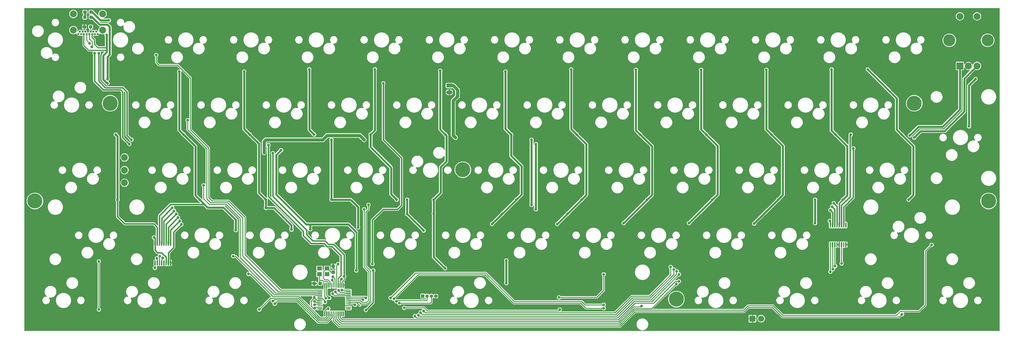
<source format=gbr>
%TF.GenerationSoftware,KiCad,Pcbnew,5.1.10*%
%TF.CreationDate,2021-07-28T13:13:53+02:00*%
%TF.ProjectId,msp430_Keyboard,6d737034-3330-45f4-9b65-79626f617264,rev?*%
%TF.SameCoordinates,Original*%
%TF.FileFunction,Copper,L1,Top*%
%TF.FilePolarity,Positive*%
%FSLAX46Y46*%
G04 Gerber Fmt 4.6, Leading zero omitted, Abs format (unit mm)*
G04 Created by KiCad (PCBNEW 5.1.10) date 2021-07-28 13:13:53*
%MOMM*%
%LPD*%
G01*
G04 APERTURE LIST*
%TA.AperFunction,ComponentPad*%
%ADD10C,2.000000*%
%TD*%
%TA.AperFunction,ComponentPad*%
%ADD11C,1.800000*%
%TD*%
%TA.AperFunction,ComponentPad*%
%ADD12R,1.800000X1.800000*%
%TD*%
%TA.AperFunction,ComponentPad*%
%ADD13C,0.650000*%
%TD*%
%TA.AperFunction,ComponentPad*%
%ADD14C,2.012000*%
%TD*%
%TA.AperFunction,ComponentPad*%
%ADD15O,1.750000X1.200000*%
%TD*%
%TA.AperFunction,SMDPad,CuDef*%
%ADD16R,1.400000X1.200000*%
%TD*%
%TA.AperFunction,ComponentPad*%
%ADD17R,2.000000X2.000000*%
%TD*%
%TA.AperFunction,ComponentPad*%
%ADD18C,3.500000*%
%TD*%
%TA.AperFunction,ComponentPad*%
%ADD19O,1.000000X1.000000*%
%TD*%
%TA.AperFunction,ComponentPad*%
%ADD20R,1.000000X1.000000*%
%TD*%
%TA.AperFunction,ConnectorPad*%
%ADD21C,4.400000*%
%TD*%
%TA.AperFunction,ComponentPad*%
%ADD22C,2.600000*%
%TD*%
%TA.AperFunction,ViaPad*%
%ADD23C,0.800000*%
%TD*%
%TA.AperFunction,Conductor*%
%ADD24C,0.254000*%
%TD*%
%TA.AperFunction,Conductor*%
%ADD25C,0.406400*%
%TD*%
%TA.AperFunction,Conductor*%
%ADD26C,0.609600*%
%TD*%
%TA.AperFunction,Conductor*%
%ADD27C,0.304800*%
%TD*%
%TA.AperFunction,Conductor*%
%ADD28C,0.250000*%
%TD*%
%TA.AperFunction,Conductor*%
%ADD29C,0.914400*%
%TD*%
%TA.AperFunction,Conductor*%
%ADD30C,0.200000*%
%TD*%
%TA.AperFunction,Conductor*%
%ADD31C,0.100000*%
%TD*%
G04 APERTURE END LIST*
%TO.P,R7,2*%
%TO.N,GND*%
%TA.AperFunction,SMDPad,CuDef*%
G36*
G01*
X8973000Y4047500D02*
X8973000Y3572500D01*
G75*
G02*
X8735500Y3335000I-237500J0D01*
G01*
X8235500Y3335000D01*
G75*
G02*
X7998000Y3572500I0J237500D01*
G01*
X7998000Y4047500D01*
G75*
G02*
X8235500Y4285000I237500J0D01*
G01*
X8735500Y4285000D01*
G75*
G02*
X8973000Y4047500I0J-237500D01*
G01*
G37*
%TD.AperFunction*%
%TO.P,R7,1*%
%TO.N,Net-(J2-PadB5)*%
%TA.AperFunction,SMDPad,CuDef*%
G36*
G01*
X10798000Y4047500D02*
X10798000Y3572500D01*
G75*
G02*
X10560500Y3335000I-237500J0D01*
G01*
X10060500Y3335000D01*
G75*
G02*
X9823000Y3572500I0J237500D01*
G01*
X9823000Y4047500D01*
G75*
G02*
X10060500Y4285000I237500J0D01*
G01*
X10560500Y4285000D01*
G75*
G02*
X10798000Y4047500I0J-237500D01*
G01*
G37*
%TD.AperFunction*%
%TD*%
%TO.P,C4,2*%
%TO.N,GND*%
%TA.AperFunction,SMDPad,CuDef*%
G36*
G01*
X76129000Y-71009500D02*
X76129000Y-71484500D01*
G75*
G02*
X75891500Y-71722000I-237500J0D01*
G01*
X75291500Y-71722000D01*
G75*
G02*
X75054000Y-71484500I0J237500D01*
G01*
X75054000Y-71009500D01*
G75*
G02*
X75291500Y-70772000I237500J0D01*
G01*
X75891500Y-70772000D01*
G75*
G02*
X76129000Y-71009500I0J-237500D01*
G01*
G37*
%TD.AperFunction*%
%TO.P,C4,1*%
%TO.N,Net-(C4-Pad1)*%
%TA.AperFunction,SMDPad,CuDef*%
G36*
G01*
X77854000Y-71009500D02*
X77854000Y-71484500D01*
G75*
G02*
X77616500Y-71722000I-237500J0D01*
G01*
X77016500Y-71722000D01*
G75*
G02*
X76779000Y-71484500I0J237500D01*
G01*
X76779000Y-71009500D01*
G75*
G02*
X77016500Y-70772000I237500J0D01*
G01*
X77616500Y-70772000D01*
G75*
G02*
X77854000Y-71009500I0J-237500D01*
G01*
G37*
%TD.AperFunction*%
%TD*%
%TO.P,C3,2*%
%TO.N,GND*%
%TA.AperFunction,SMDPad,CuDef*%
G36*
G01*
X81390500Y-66731000D02*
X80915500Y-66731000D01*
G75*
G02*
X80678000Y-66493500I0J237500D01*
G01*
X80678000Y-65893500D01*
G75*
G02*
X80915500Y-65656000I237500J0D01*
G01*
X81390500Y-65656000D01*
G75*
G02*
X81628000Y-65893500I0J-237500D01*
G01*
X81628000Y-66493500D01*
G75*
G02*
X81390500Y-66731000I-237500J0D01*
G01*
G37*
%TD.AperFunction*%
%TO.P,C3,1*%
%TO.N,Net-(C3-Pad1)*%
%TA.AperFunction,SMDPad,CuDef*%
G36*
G01*
X81390500Y-68456000D02*
X80915500Y-68456000D01*
G75*
G02*
X80678000Y-68218500I0J237500D01*
G01*
X80678000Y-67618500D01*
G75*
G02*
X80915500Y-67381000I237500J0D01*
G01*
X81390500Y-67381000D01*
G75*
G02*
X81628000Y-67618500I0J-237500D01*
G01*
X81628000Y-68218500D01*
G75*
G02*
X81390500Y-68456000I-237500J0D01*
G01*
G37*
%TD.AperFunction*%
%TD*%
D10*
%TO.P,SW65,3*%
%TO.N,Net-(C8-Pad1)*%
X20193000Y-41800000D03*
%TO.P,SW65,2*%
%TO.N,+BATT*%
X20193000Y-38100000D03*
%TO.P,SW65,1*%
%TO.N,Net-(SW65-Pad1)*%
X20193000Y-34400000D03*
%TD*%
D11*
%TO.P,D55,2*%
%TO.N,Net-(D55-Pad2)*%
X206121000Y-81534000D03*
D12*
%TO.P,D55,1*%
%TO.N,GND*%
X203581000Y-81534000D03*
%TD*%
D13*
%TO.P,J2,B12*%
%TO.N,GND*%
X6725000Y1705000D03*
%TO.P,J2,B11*%
%TO.N,N/C*%
X7125000Y2405000D03*
%TO.P,J2,B10*%
X7925000Y2405000D03*
%TO.P,J2,B9*%
%TO.N,VBUS*%
X8325000Y1705000D03*
%TO.P,J2,B8*%
%TO.N,Net-(J2-PadB8)*%
X8725000Y2405000D03*
%TO.P,J2,B7*%
%TO.N,/USB/D-*%
X9125000Y1705000D03*
%TO.P,J2,B6*%
%TO.N,/USB/D+*%
X9925000Y1705000D03*
%TO.P,J2,B5*%
%TO.N,Net-(J2-PadB5)*%
X10325000Y2405000D03*
%TO.P,J2,B4*%
%TO.N,VBUS*%
X10725000Y1705000D03*
%TO.P,J2,B3*%
%TO.N,N/C*%
X11125000Y2405000D03*
%TO.P,J2,B2*%
X11925000Y2405000D03*
%TO.P,J2,B1*%
%TO.N,GND*%
X12325000Y1705000D03*
D14*
%TO.P,J2,S1*%
%TO.N,Net-(J2-PadS1)*%
X5255000Y7585000D03*
X13795000Y7585000D03*
X5255000Y2855000D03*
X13795000Y2855000D03*
D13*
%TO.P,J2,2*%
%TO.N,N/C*%
X7525000Y1705000D03*
%TO.P,J2,1*%
X11525000Y1705000D03*
%TD*%
%TO.P,R10,2*%
%TO.N,Net-(D54-Pad1)*%
%TA.AperFunction,SMDPad,CuDef*%
G36*
G01*
X9100000Y6841500D02*
X9100000Y6366500D01*
G75*
G02*
X8862500Y6129000I-237500J0D01*
G01*
X8362500Y6129000D01*
G75*
G02*
X8125000Y6366500I0J237500D01*
G01*
X8125000Y6841500D01*
G75*
G02*
X8362500Y7079000I237500J0D01*
G01*
X8862500Y7079000D01*
G75*
G02*
X9100000Y6841500I0J-237500D01*
G01*
G37*
%TD.AperFunction*%
%TO.P,R10,1*%
%TO.N,Net-(R10-Pad1)*%
%TA.AperFunction,SMDPad,CuDef*%
G36*
G01*
X10925000Y6841500D02*
X10925000Y6366500D01*
G75*
G02*
X10687500Y6129000I-237500J0D01*
G01*
X10187500Y6129000D01*
G75*
G02*
X9950000Y6366500I0J237500D01*
G01*
X9950000Y6841500D01*
G75*
G02*
X10187500Y7079000I237500J0D01*
G01*
X10687500Y7079000D01*
G75*
G02*
X10925000Y6841500I0J-237500D01*
G01*
G37*
%TD.AperFunction*%
%TD*%
D15*
%TO.P,J3,2*%
%TO.N,GND*%
X115062000Y-15335000D03*
%TO.P,J3,1*%
%TO.N,+BATT*%
%TA.AperFunction,ComponentPad*%
G36*
G01*
X114436999Y-12735000D02*
X115687001Y-12735000D01*
G75*
G02*
X115937000Y-12984999I0J-249999D01*
G01*
X115937000Y-13685001D01*
G75*
G02*
X115687001Y-13935000I-249999J0D01*
G01*
X114436999Y-13935000D01*
G75*
G02*
X114187000Y-13685001I0J249999D01*
G01*
X114187000Y-12984999D01*
G75*
G02*
X114436999Y-12735000I249999J0D01*
G01*
G37*
%TD.AperFunction*%
%TD*%
%TO.P,D54,2*%
%TO.N,VBUS*%
%TA.AperFunction,SMDPad,CuDef*%
G36*
G01*
X9875000Y7890500D02*
X9875000Y8365500D01*
G75*
G02*
X10112500Y8603000I237500J0D01*
G01*
X10687500Y8603000D01*
G75*
G02*
X10925000Y8365500I0J-237500D01*
G01*
X10925000Y7890500D01*
G75*
G02*
X10687500Y7653000I-237500J0D01*
G01*
X10112500Y7653000D01*
G75*
G02*
X9875000Y7890500I0J237500D01*
G01*
G37*
%TD.AperFunction*%
%TO.P,D54,1*%
%TO.N,Net-(D54-Pad1)*%
%TA.AperFunction,SMDPad,CuDef*%
G36*
G01*
X8125000Y7890500D02*
X8125000Y8365500D01*
G75*
G02*
X8362500Y8603000I237500J0D01*
G01*
X8937500Y8603000D01*
G75*
G02*
X9175000Y8365500I0J-237500D01*
G01*
X9175000Y7890500D01*
G75*
G02*
X8937500Y7653000I-237500J0D01*
G01*
X8362500Y7653000D01*
G75*
G02*
X8125000Y7890500I0J237500D01*
G01*
G37*
%TD.AperFunction*%
%TD*%
D16*
%TO.P,Y1,4*%
%TO.N,Net-(Y1-Pad4)*%
X79332000Y-68541000D03*
%TO.P,Y1,3*%
%TO.N,Net-(C4-Pad1)*%
X77132000Y-68541000D03*
%TO.P,Y1,2*%
%TO.N,Net-(Y1-Pad2)*%
X77132000Y-66841000D03*
%TO.P,Y1,1*%
%TO.N,Net-(C3-Pad1)*%
X79332000Y-66841000D03*
%TD*%
D17*
%TO.P,SW64,A*%
%TO.N,/Switch_Matrix/A*%
X264160000Y-7620000D03*
D10*
%TO.P,SW64,C*%
%TO.N,GND*%
X266660000Y-7620000D03*
%TO.P,SW64,B*%
%TO.N,/Switch_Matrix/B*%
X269160000Y-7620000D03*
D18*
%TO.P,SW64,MP*%
%TO.N,N/C*%
X261060000Y-120000D03*
X272260000Y-120000D03*
D10*
%TO.P,SW64,S2*%
%TO.N,Net-(D53-Pad2)*%
X264160000Y6880000D03*
%TO.P,SW64,S1*%
%TO.N,Net-(R2-Pad1)*%
X269160000Y6880000D03*
%TD*%
D19*
%TO.P,J1,4*%
%TO.N,GND*%
X111125000Y-74930000D03*
%TO.P,J1,3*%
%TO.N,Net-(C19-Pad1)*%
X109855000Y-74930000D03*
%TO.P,J1,2*%
%TO.N,Net-(J1-Pad2)*%
X108585000Y-74930000D03*
D20*
%TO.P,J1,1*%
%TO.N,+3V3*%
X107315000Y-74930000D03*
%TD*%
%TO.P,U3,16*%
%TO.N,+3V3*%
%TA.AperFunction,SMDPad,CuDef*%
G36*
G01*
X226425000Y-54898000D02*
X226225000Y-54898000D01*
G75*
G02*
X226125000Y-54798000I0J100000D01*
G01*
X226125000Y-53523000D01*
G75*
G02*
X226225000Y-53423000I100000J0D01*
G01*
X226425000Y-53423000D01*
G75*
G02*
X226525000Y-53523000I0J-100000D01*
G01*
X226525000Y-54798000D01*
G75*
G02*
X226425000Y-54898000I-100000J0D01*
G01*
G37*
%TD.AperFunction*%
%TO.P,U3,15*%
%TO.N,Net-(D32-Pad1)*%
%TA.AperFunction,SMDPad,CuDef*%
G36*
G01*
X227075000Y-54898000D02*
X226875000Y-54898000D01*
G75*
G02*
X226775000Y-54798000I0J100000D01*
G01*
X226775000Y-53523000D01*
G75*
G02*
X226875000Y-53423000I100000J0D01*
G01*
X227075000Y-53423000D01*
G75*
G02*
X227175000Y-53523000I0J-100000D01*
G01*
X227175000Y-54798000D01*
G75*
G02*
X227075000Y-54898000I-100000J0D01*
G01*
G37*
%TD.AperFunction*%
%TO.P,U3,14*%
%TO.N,Net-(D36-Pad1)*%
%TA.AperFunction,SMDPad,CuDef*%
G36*
G01*
X227725000Y-54898000D02*
X227525000Y-54898000D01*
G75*
G02*
X227425000Y-54798000I0J100000D01*
G01*
X227425000Y-53523000D01*
G75*
G02*
X227525000Y-53423000I100000J0D01*
G01*
X227725000Y-53423000D01*
G75*
G02*
X227825000Y-53523000I0J-100000D01*
G01*
X227825000Y-54798000D01*
G75*
G02*
X227725000Y-54898000I-100000J0D01*
G01*
G37*
%TD.AperFunction*%
%TO.P,U3,13*%
%TO.N,Net-(D40-Pad1)*%
%TA.AperFunction,SMDPad,CuDef*%
G36*
G01*
X228375000Y-54898000D02*
X228175000Y-54898000D01*
G75*
G02*
X228075000Y-54798000I0J100000D01*
G01*
X228075000Y-53523000D01*
G75*
G02*
X228175000Y-53423000I100000J0D01*
G01*
X228375000Y-53423000D01*
G75*
G02*
X228475000Y-53523000I0J-100000D01*
G01*
X228475000Y-54798000D01*
G75*
G02*
X228375000Y-54898000I-100000J0D01*
G01*
G37*
%TD.AperFunction*%
%TO.P,U3,12*%
%TO.N,Net-(D44-Pad1)*%
%TA.AperFunction,SMDPad,CuDef*%
G36*
G01*
X229025000Y-54898000D02*
X228825000Y-54898000D01*
G75*
G02*
X228725000Y-54798000I0J100000D01*
G01*
X228725000Y-53523000D01*
G75*
G02*
X228825000Y-53423000I100000J0D01*
G01*
X229025000Y-53423000D01*
G75*
G02*
X229125000Y-53523000I0J-100000D01*
G01*
X229125000Y-54798000D01*
G75*
G02*
X229025000Y-54898000I-100000J0D01*
G01*
G37*
%TD.AperFunction*%
%TO.P,U3,11*%
%TO.N,Net-(D48-Pad1)*%
%TA.AperFunction,SMDPad,CuDef*%
G36*
G01*
X229675000Y-54898000D02*
X229475000Y-54898000D01*
G75*
G02*
X229375000Y-54798000I0J100000D01*
G01*
X229375000Y-53523000D01*
G75*
G02*
X229475000Y-53423000I100000J0D01*
G01*
X229675000Y-53423000D01*
G75*
G02*
X229775000Y-53523000I0J-100000D01*
G01*
X229775000Y-54798000D01*
G75*
G02*
X229675000Y-54898000I-100000J0D01*
G01*
G37*
%TD.AperFunction*%
%TO.P,U3,10*%
%TO.N,Net-(D51-Pad1)*%
%TA.AperFunction,SMDPad,CuDef*%
G36*
G01*
X230325000Y-54898000D02*
X230125000Y-54898000D01*
G75*
G02*
X230025000Y-54798000I0J100000D01*
G01*
X230025000Y-53523000D01*
G75*
G02*
X230125000Y-53423000I100000J0D01*
G01*
X230325000Y-53423000D01*
G75*
G02*
X230425000Y-53523000I0J-100000D01*
G01*
X230425000Y-54798000D01*
G75*
G02*
X230325000Y-54898000I-100000J0D01*
G01*
G37*
%TD.AperFunction*%
%TO.P,U3,9*%
%TO.N,Net-(U3-Pad9)*%
%TA.AperFunction,SMDPad,CuDef*%
G36*
G01*
X230975000Y-54898000D02*
X230775000Y-54898000D01*
G75*
G02*
X230675000Y-54798000I0J100000D01*
G01*
X230675000Y-53523000D01*
G75*
G02*
X230775000Y-53423000I100000J0D01*
G01*
X230975000Y-53423000D01*
G75*
G02*
X231075000Y-53523000I0J-100000D01*
G01*
X231075000Y-54798000D01*
G75*
G02*
X230975000Y-54898000I-100000J0D01*
G01*
G37*
%TD.AperFunction*%
%TO.P,U3,8*%
%TO.N,GND*%
%TA.AperFunction,SMDPad,CuDef*%
G36*
G01*
X230975000Y-60623000D02*
X230775000Y-60623000D01*
G75*
G02*
X230675000Y-60523000I0J100000D01*
G01*
X230675000Y-59248000D01*
G75*
G02*
X230775000Y-59148000I100000J0D01*
G01*
X230975000Y-59148000D01*
G75*
G02*
X231075000Y-59248000I0J-100000D01*
G01*
X231075000Y-60523000D01*
G75*
G02*
X230975000Y-60623000I-100000J0D01*
G01*
G37*
%TD.AperFunction*%
%TO.P,U3,7*%
%TO.N,Net-(U3-Pad7)*%
%TA.AperFunction,SMDPad,CuDef*%
G36*
G01*
X230325000Y-60623000D02*
X230125000Y-60623000D01*
G75*
G02*
X230025000Y-60523000I0J100000D01*
G01*
X230025000Y-59248000D01*
G75*
G02*
X230125000Y-59148000I100000J0D01*
G01*
X230325000Y-59148000D01*
G75*
G02*
X230425000Y-59248000I0J-100000D01*
G01*
X230425000Y-60523000D01*
G75*
G02*
X230325000Y-60623000I-100000J0D01*
G01*
G37*
%TD.AperFunction*%
%TO.P,U3,6*%
%TO.N,/Switch_Matrix/Col_3*%
%TA.AperFunction,SMDPad,CuDef*%
G36*
G01*
X229675000Y-60623000D02*
X229475000Y-60623000D01*
G75*
G02*
X229375000Y-60523000I0J100000D01*
G01*
X229375000Y-59248000D01*
G75*
G02*
X229475000Y-59148000I100000J0D01*
G01*
X229675000Y-59148000D01*
G75*
G02*
X229775000Y-59248000I0J-100000D01*
G01*
X229775000Y-60523000D01*
G75*
G02*
X229675000Y-60623000I-100000J0D01*
G01*
G37*
%TD.AperFunction*%
%TO.P,U3,5*%
%TO.N,GND*%
%TA.AperFunction,SMDPad,CuDef*%
G36*
G01*
X229025000Y-60623000D02*
X228825000Y-60623000D01*
G75*
G02*
X228725000Y-60523000I0J100000D01*
G01*
X228725000Y-59248000D01*
G75*
G02*
X228825000Y-59148000I100000J0D01*
G01*
X229025000Y-59148000D01*
G75*
G02*
X229125000Y-59248000I0J-100000D01*
G01*
X229125000Y-60523000D01*
G75*
G02*
X229025000Y-60623000I-100000J0D01*
G01*
G37*
%TD.AperFunction*%
%TO.P,U3,4*%
%TA.AperFunction,SMDPad,CuDef*%
G36*
G01*
X228375000Y-60623000D02*
X228175000Y-60623000D01*
G75*
G02*
X228075000Y-60523000I0J100000D01*
G01*
X228075000Y-59248000D01*
G75*
G02*
X228175000Y-59148000I100000J0D01*
G01*
X228375000Y-59148000D01*
G75*
G02*
X228475000Y-59248000I0J-100000D01*
G01*
X228475000Y-60523000D01*
G75*
G02*
X228375000Y-60623000I-100000J0D01*
G01*
G37*
%TD.AperFunction*%
%TO.P,U3,3*%
%TO.N,/Switch_Matrix/Col_2*%
%TA.AperFunction,SMDPad,CuDef*%
G36*
G01*
X227725000Y-60623000D02*
X227525000Y-60623000D01*
G75*
G02*
X227425000Y-60523000I0J100000D01*
G01*
X227425000Y-59248000D01*
G75*
G02*
X227525000Y-59148000I100000J0D01*
G01*
X227725000Y-59148000D01*
G75*
G02*
X227825000Y-59248000I0J-100000D01*
G01*
X227825000Y-60523000D01*
G75*
G02*
X227725000Y-60623000I-100000J0D01*
G01*
G37*
%TD.AperFunction*%
%TO.P,U3,2*%
%TO.N,/Switch_Matrix/Col_1*%
%TA.AperFunction,SMDPad,CuDef*%
G36*
G01*
X227075000Y-60623000D02*
X226875000Y-60623000D01*
G75*
G02*
X226775000Y-60523000I0J100000D01*
G01*
X226775000Y-59248000D01*
G75*
G02*
X226875000Y-59148000I100000J0D01*
G01*
X227075000Y-59148000D01*
G75*
G02*
X227175000Y-59248000I0J-100000D01*
G01*
X227175000Y-60523000D01*
G75*
G02*
X227075000Y-60623000I-100000J0D01*
G01*
G37*
%TD.AperFunction*%
%TO.P,U3,1*%
%TO.N,/Switch_Matrix/Col_0*%
%TA.AperFunction,SMDPad,CuDef*%
G36*
G01*
X226425000Y-60623000D02*
X226225000Y-60623000D01*
G75*
G02*
X226125000Y-60523000I0J100000D01*
G01*
X226125000Y-59248000D01*
G75*
G02*
X226225000Y-59148000I100000J0D01*
G01*
X226425000Y-59148000D01*
G75*
G02*
X226525000Y-59248000I0J-100000D01*
G01*
X226525000Y-60523000D01*
G75*
G02*
X226425000Y-60623000I-100000J0D01*
G01*
G37*
%TD.AperFunction*%
%TD*%
%TO.P,U2,16*%
%TO.N,+3V3*%
%TA.AperFunction,SMDPad,CuDef*%
G36*
G01*
X29194000Y-60232000D02*
X28994000Y-60232000D01*
G75*
G02*
X28894000Y-60132000I0J100000D01*
G01*
X28894000Y-58857000D01*
G75*
G02*
X28994000Y-58757000I100000J0D01*
G01*
X29194000Y-58757000D01*
G75*
G02*
X29294000Y-58857000I0J-100000D01*
G01*
X29294000Y-60132000D01*
G75*
G02*
X29194000Y-60232000I-100000J0D01*
G01*
G37*
%TD.AperFunction*%
%TO.P,U2,15*%
%TO.N,Net-(D1-Pad1)*%
%TA.AperFunction,SMDPad,CuDef*%
G36*
G01*
X29844000Y-60232000D02*
X29644000Y-60232000D01*
G75*
G02*
X29544000Y-60132000I0J100000D01*
G01*
X29544000Y-58857000D01*
G75*
G02*
X29644000Y-58757000I100000J0D01*
G01*
X29844000Y-58757000D01*
G75*
G02*
X29944000Y-58857000I0J-100000D01*
G01*
X29944000Y-60132000D01*
G75*
G02*
X29844000Y-60232000I-100000J0D01*
G01*
G37*
%TD.AperFunction*%
%TO.P,U2,14*%
%TO.N,Net-(D4-Pad1)*%
%TA.AperFunction,SMDPad,CuDef*%
G36*
G01*
X30494000Y-60232000D02*
X30294000Y-60232000D01*
G75*
G02*
X30194000Y-60132000I0J100000D01*
G01*
X30194000Y-58857000D01*
G75*
G02*
X30294000Y-58757000I100000J0D01*
G01*
X30494000Y-58757000D01*
G75*
G02*
X30594000Y-58857000I0J-100000D01*
G01*
X30594000Y-60132000D01*
G75*
G02*
X30494000Y-60232000I-100000J0D01*
G01*
G37*
%TD.AperFunction*%
%TO.P,U2,13*%
%TO.N,Net-(D10-Pad1)*%
%TA.AperFunction,SMDPad,CuDef*%
G36*
G01*
X31144000Y-60232000D02*
X30944000Y-60232000D01*
G75*
G02*
X30844000Y-60132000I0J100000D01*
G01*
X30844000Y-58857000D01*
G75*
G02*
X30944000Y-58757000I100000J0D01*
G01*
X31144000Y-58757000D01*
G75*
G02*
X31244000Y-58857000I0J-100000D01*
G01*
X31244000Y-60132000D01*
G75*
G02*
X31144000Y-60232000I-100000J0D01*
G01*
G37*
%TD.AperFunction*%
%TO.P,U2,12*%
%TO.N,Net-(D12-Pad1)*%
%TA.AperFunction,SMDPad,CuDef*%
G36*
G01*
X31794000Y-60232000D02*
X31594000Y-60232000D01*
G75*
G02*
X31494000Y-60132000I0J100000D01*
G01*
X31494000Y-58857000D01*
G75*
G02*
X31594000Y-58757000I100000J0D01*
G01*
X31794000Y-58757000D01*
G75*
G02*
X31894000Y-58857000I0J-100000D01*
G01*
X31894000Y-60132000D01*
G75*
G02*
X31794000Y-60232000I-100000J0D01*
G01*
G37*
%TD.AperFunction*%
%TO.P,U2,11*%
%TO.N,Net-(D16-Pad1)*%
%TA.AperFunction,SMDPad,CuDef*%
G36*
G01*
X32444000Y-60232000D02*
X32244000Y-60232000D01*
G75*
G02*
X32144000Y-60132000I0J100000D01*
G01*
X32144000Y-58857000D01*
G75*
G02*
X32244000Y-58757000I100000J0D01*
G01*
X32444000Y-58757000D01*
G75*
G02*
X32544000Y-58857000I0J-100000D01*
G01*
X32544000Y-60132000D01*
G75*
G02*
X32444000Y-60232000I-100000J0D01*
G01*
G37*
%TD.AperFunction*%
%TO.P,U2,10*%
%TO.N,Net-(D20-Pad1)*%
%TA.AperFunction,SMDPad,CuDef*%
G36*
G01*
X33094000Y-60232000D02*
X32894000Y-60232000D01*
G75*
G02*
X32794000Y-60132000I0J100000D01*
G01*
X32794000Y-58857000D01*
G75*
G02*
X32894000Y-58757000I100000J0D01*
G01*
X33094000Y-58757000D01*
G75*
G02*
X33194000Y-58857000I0J-100000D01*
G01*
X33194000Y-60132000D01*
G75*
G02*
X33094000Y-60232000I-100000J0D01*
G01*
G37*
%TD.AperFunction*%
%TO.P,U2,9*%
%TO.N,Net-(D24-Pad1)*%
%TA.AperFunction,SMDPad,CuDef*%
G36*
G01*
X33744000Y-60232000D02*
X33544000Y-60232000D01*
G75*
G02*
X33444000Y-60132000I0J100000D01*
G01*
X33444000Y-58857000D01*
G75*
G02*
X33544000Y-58757000I100000J0D01*
G01*
X33744000Y-58757000D01*
G75*
G02*
X33844000Y-58857000I0J-100000D01*
G01*
X33844000Y-60132000D01*
G75*
G02*
X33744000Y-60232000I-100000J0D01*
G01*
G37*
%TD.AperFunction*%
%TO.P,U2,8*%
%TO.N,GND*%
%TA.AperFunction,SMDPad,CuDef*%
G36*
G01*
X33744000Y-65957000D02*
X33544000Y-65957000D01*
G75*
G02*
X33444000Y-65857000I0J100000D01*
G01*
X33444000Y-64582000D01*
G75*
G02*
X33544000Y-64482000I100000J0D01*
G01*
X33744000Y-64482000D01*
G75*
G02*
X33844000Y-64582000I0J-100000D01*
G01*
X33844000Y-65857000D01*
G75*
G02*
X33744000Y-65957000I-100000J0D01*
G01*
G37*
%TD.AperFunction*%
%TO.P,U2,7*%
%TO.N,Net-(D28-Pad1)*%
%TA.AperFunction,SMDPad,CuDef*%
G36*
G01*
X33094000Y-65957000D02*
X32894000Y-65957000D01*
G75*
G02*
X32794000Y-65857000I0J100000D01*
G01*
X32794000Y-64582000D01*
G75*
G02*
X32894000Y-64482000I100000J0D01*
G01*
X33094000Y-64482000D01*
G75*
G02*
X33194000Y-64582000I0J-100000D01*
G01*
X33194000Y-65857000D01*
G75*
G02*
X33094000Y-65957000I-100000J0D01*
G01*
G37*
%TD.AperFunction*%
%TO.P,U2,6*%
%TO.N,+3V3*%
%TA.AperFunction,SMDPad,CuDef*%
G36*
G01*
X32444000Y-65957000D02*
X32244000Y-65957000D01*
G75*
G02*
X32144000Y-65857000I0J100000D01*
G01*
X32144000Y-64582000D01*
G75*
G02*
X32244000Y-64482000I100000J0D01*
G01*
X32444000Y-64482000D01*
G75*
G02*
X32544000Y-64582000I0J-100000D01*
G01*
X32544000Y-65857000D01*
G75*
G02*
X32444000Y-65957000I-100000J0D01*
G01*
G37*
%TD.AperFunction*%
%TO.P,U2,5*%
%TO.N,GND*%
%TA.AperFunction,SMDPad,CuDef*%
G36*
G01*
X31794000Y-65957000D02*
X31594000Y-65957000D01*
G75*
G02*
X31494000Y-65857000I0J100000D01*
G01*
X31494000Y-64582000D01*
G75*
G02*
X31594000Y-64482000I100000J0D01*
G01*
X31794000Y-64482000D01*
G75*
G02*
X31894000Y-64582000I0J-100000D01*
G01*
X31894000Y-65857000D01*
G75*
G02*
X31794000Y-65957000I-100000J0D01*
G01*
G37*
%TD.AperFunction*%
%TO.P,U2,4*%
%TO.N,/Switch_Matrix/Col_3*%
%TA.AperFunction,SMDPad,CuDef*%
G36*
G01*
X31144000Y-65957000D02*
X30944000Y-65957000D01*
G75*
G02*
X30844000Y-65857000I0J100000D01*
G01*
X30844000Y-64582000D01*
G75*
G02*
X30944000Y-64482000I100000J0D01*
G01*
X31144000Y-64482000D01*
G75*
G02*
X31244000Y-64582000I0J-100000D01*
G01*
X31244000Y-65857000D01*
G75*
G02*
X31144000Y-65957000I-100000J0D01*
G01*
G37*
%TD.AperFunction*%
%TO.P,U2,3*%
%TO.N,/Switch_Matrix/Col_2*%
%TA.AperFunction,SMDPad,CuDef*%
G36*
G01*
X30494000Y-65957000D02*
X30294000Y-65957000D01*
G75*
G02*
X30194000Y-65857000I0J100000D01*
G01*
X30194000Y-64582000D01*
G75*
G02*
X30294000Y-64482000I100000J0D01*
G01*
X30494000Y-64482000D01*
G75*
G02*
X30594000Y-64582000I0J-100000D01*
G01*
X30594000Y-65857000D01*
G75*
G02*
X30494000Y-65957000I-100000J0D01*
G01*
G37*
%TD.AperFunction*%
%TO.P,U2,2*%
%TO.N,/Switch_Matrix/Col_1*%
%TA.AperFunction,SMDPad,CuDef*%
G36*
G01*
X29844000Y-65957000D02*
X29644000Y-65957000D01*
G75*
G02*
X29544000Y-65857000I0J100000D01*
G01*
X29544000Y-64582000D01*
G75*
G02*
X29644000Y-64482000I100000J0D01*
G01*
X29844000Y-64482000D01*
G75*
G02*
X29944000Y-64582000I0J-100000D01*
G01*
X29944000Y-65857000D01*
G75*
G02*
X29844000Y-65957000I-100000J0D01*
G01*
G37*
%TD.AperFunction*%
%TO.P,U2,1*%
%TO.N,/Switch_Matrix/Col_0*%
%TA.AperFunction,SMDPad,CuDef*%
G36*
G01*
X29194000Y-65957000D02*
X28994000Y-65957000D01*
G75*
G02*
X28894000Y-65857000I0J100000D01*
G01*
X28894000Y-64582000D01*
G75*
G02*
X28994000Y-64482000I100000J0D01*
G01*
X29194000Y-64482000D01*
G75*
G02*
X29294000Y-64582000I0J-100000D01*
G01*
X29294000Y-65857000D01*
G75*
G02*
X29194000Y-65957000I-100000J0D01*
G01*
G37*
%TD.AperFunction*%
%TD*%
D21*
%TO.P,REF\u002A\u002A,1*%
%TO.N,N/C*%
X181356000Y-75819000D03*
D22*
X181356000Y-75819000D03*
%TD*%
D21*
%TO.P,REF\u002A\u002A,1*%
%TO.N,N/C*%
X272542000Y-47117000D03*
D22*
X272542000Y-47117000D03*
%TD*%
D21*
%TO.P,REF\u002A\u002A,1*%
%TO.N,N/C*%
X-5969000Y-47117000D03*
D22*
X-5969000Y-47117000D03*
%TD*%
D21*
%TO.P,REF\u002A\u002A,1*%
%TO.N,N/C*%
X118999000Y-37973000D03*
D22*
X118999000Y-37973000D03*
%TD*%
D21*
%TO.P,REF\u002A\u002A,1*%
%TO.N,N/C*%
X250825000Y-18542000D03*
D22*
X250825000Y-18542000D03*
%TD*%
D21*
%TO.P,REF\u002A\u002A,1*%
%TO.N,N/C*%
X16002000Y-18542000D03*
D22*
X16002000Y-18542000D03*
%TD*%
%TO.P,U1,48*%
%TO.N,Net-(C19-Pad1)*%
%TA.AperFunction,SMDPad,CuDef*%
G36*
G01*
X78507000Y-72446000D02*
X78507000Y-71121000D01*
G75*
G02*
X78582000Y-71046000I75000J0D01*
G01*
X78732000Y-71046000D01*
G75*
G02*
X78807000Y-71121000I0J-75000D01*
G01*
X78807000Y-72446000D01*
G75*
G02*
X78732000Y-72521000I-75000J0D01*
G01*
X78582000Y-72521000D01*
G75*
G02*
X78507000Y-72446000I0J75000D01*
G01*
G37*
%TD.AperFunction*%
%TO.P,U1,47*%
%TO.N,Net-(J1-Pad2)*%
%TA.AperFunction,SMDPad,CuDef*%
G36*
G01*
X79007000Y-72446000D02*
X79007000Y-71121000D01*
G75*
G02*
X79082000Y-71046000I75000J0D01*
G01*
X79232000Y-71046000D01*
G75*
G02*
X79307000Y-71121000I0J-75000D01*
G01*
X79307000Y-72446000D01*
G75*
G02*
X79232000Y-72521000I-75000J0D01*
G01*
X79082000Y-72521000D01*
G75*
G02*
X79007000Y-72446000I0J75000D01*
G01*
G37*
%TD.AperFunction*%
%TO.P,U1,46*%
%TO.N,Net-(C4-Pad1)*%
%TA.AperFunction,SMDPad,CuDef*%
G36*
G01*
X79507000Y-72446000D02*
X79507000Y-71121000D01*
G75*
G02*
X79582000Y-71046000I75000J0D01*
G01*
X79732000Y-71046000D01*
G75*
G02*
X79807000Y-71121000I0J-75000D01*
G01*
X79807000Y-72446000D01*
G75*
G02*
X79732000Y-72521000I-75000J0D01*
G01*
X79582000Y-72521000D01*
G75*
G02*
X79507000Y-72446000I0J75000D01*
G01*
G37*
%TD.AperFunction*%
%TO.P,U1,45*%
%TO.N,Net-(C3-Pad1)*%
%TA.AperFunction,SMDPad,CuDef*%
G36*
G01*
X80007000Y-72446000D02*
X80007000Y-71121000D01*
G75*
G02*
X80082000Y-71046000I75000J0D01*
G01*
X80232000Y-71046000D01*
G75*
G02*
X80307000Y-71121000I0J-75000D01*
G01*
X80307000Y-72446000D01*
G75*
G02*
X80232000Y-72521000I-75000J0D01*
G01*
X80082000Y-72521000D01*
G75*
G02*
X80007000Y-72446000I0J75000D01*
G01*
G37*
%TD.AperFunction*%
%TO.P,U1,44*%
%TO.N,GND*%
%TA.AperFunction,SMDPad,CuDef*%
G36*
G01*
X80507000Y-72446000D02*
X80507000Y-71121000D01*
G75*
G02*
X80582000Y-71046000I75000J0D01*
G01*
X80732000Y-71046000D01*
G75*
G02*
X80807000Y-71121000I0J-75000D01*
G01*
X80807000Y-72446000D01*
G75*
G02*
X80732000Y-72521000I-75000J0D01*
G01*
X80582000Y-72521000D01*
G75*
G02*
X80507000Y-72446000I0J75000D01*
G01*
G37*
%TD.AperFunction*%
%TO.P,U1,43*%
%TO.N,Net-(C18-Pad1)*%
%TA.AperFunction,SMDPad,CuDef*%
G36*
G01*
X81007000Y-72446000D02*
X81007000Y-71121000D01*
G75*
G02*
X81082000Y-71046000I75000J0D01*
G01*
X81232000Y-71046000D01*
G75*
G02*
X81307000Y-71121000I0J-75000D01*
G01*
X81307000Y-72446000D01*
G75*
G02*
X81232000Y-72521000I-75000J0D01*
G01*
X81082000Y-72521000D01*
G75*
G02*
X81007000Y-72446000I0J75000D01*
G01*
G37*
%TD.AperFunction*%
%TO.P,U1,42*%
%TO.N,Net-(C10-Pad1)*%
%TA.AperFunction,SMDPad,CuDef*%
G36*
G01*
X81507000Y-72446000D02*
X81507000Y-71121000D01*
G75*
G02*
X81582000Y-71046000I75000J0D01*
G01*
X81732000Y-71046000D01*
G75*
G02*
X81807000Y-71121000I0J-75000D01*
G01*
X81807000Y-72446000D01*
G75*
G02*
X81732000Y-72521000I-75000J0D01*
G01*
X81582000Y-72521000D01*
G75*
G02*
X81507000Y-72446000I0J75000D01*
G01*
G37*
%TD.AperFunction*%
%TO.P,U1,41*%
%TO.N,VBUS*%
%TA.AperFunction,SMDPad,CuDef*%
G36*
G01*
X82007000Y-72446000D02*
X82007000Y-71121000D01*
G75*
G02*
X82082000Y-71046000I75000J0D01*
G01*
X82232000Y-71046000D01*
G75*
G02*
X82307000Y-71121000I0J-75000D01*
G01*
X82307000Y-72446000D01*
G75*
G02*
X82232000Y-72521000I-75000J0D01*
G01*
X82082000Y-72521000D01*
G75*
G02*
X82007000Y-72446000I0J75000D01*
G01*
G37*
%TD.AperFunction*%
%TO.P,U1,40*%
%TO.N,/USB/D-*%
%TA.AperFunction,SMDPad,CuDef*%
G36*
G01*
X82507000Y-72446000D02*
X82507000Y-71121000D01*
G75*
G02*
X82582000Y-71046000I75000J0D01*
G01*
X82732000Y-71046000D01*
G75*
G02*
X82807000Y-71121000I0J-75000D01*
G01*
X82807000Y-72446000D01*
G75*
G02*
X82732000Y-72521000I-75000J0D01*
G01*
X82582000Y-72521000D01*
G75*
G02*
X82507000Y-72446000I0J75000D01*
G01*
G37*
%TD.AperFunction*%
%TO.P,U1,39*%
%TO.N,Net-(R5-Pad1)*%
%TA.AperFunction,SMDPad,CuDef*%
G36*
G01*
X83007000Y-72446000D02*
X83007000Y-71121000D01*
G75*
G02*
X83082000Y-71046000I75000J0D01*
G01*
X83232000Y-71046000D01*
G75*
G02*
X83307000Y-71121000I0J-75000D01*
G01*
X83307000Y-72446000D01*
G75*
G02*
X83232000Y-72521000I-75000J0D01*
G01*
X83082000Y-72521000D01*
G75*
G02*
X83007000Y-72446000I0J75000D01*
G01*
G37*
%TD.AperFunction*%
%TO.P,U1,38*%
%TO.N,/USB/D+*%
%TA.AperFunction,SMDPad,CuDef*%
G36*
G01*
X83507000Y-72446000D02*
X83507000Y-71121000D01*
G75*
G02*
X83582000Y-71046000I75000J0D01*
G01*
X83732000Y-71046000D01*
G75*
G02*
X83807000Y-71121000I0J-75000D01*
G01*
X83807000Y-72446000D01*
G75*
G02*
X83732000Y-72521000I-75000J0D01*
G01*
X83582000Y-72521000D01*
G75*
G02*
X83507000Y-72446000I0J75000D01*
G01*
G37*
%TD.AperFunction*%
%TO.P,U1,37*%
%TO.N,GND*%
%TA.AperFunction,SMDPad,CuDef*%
G36*
G01*
X84007000Y-72446000D02*
X84007000Y-71121000D01*
G75*
G02*
X84082000Y-71046000I75000J0D01*
G01*
X84232000Y-71046000D01*
G75*
G02*
X84307000Y-71121000I0J-75000D01*
G01*
X84307000Y-72446000D01*
G75*
G02*
X84232000Y-72521000I-75000J0D01*
G01*
X84082000Y-72521000D01*
G75*
G02*
X84007000Y-72446000I0J75000D01*
G01*
G37*
%TD.AperFunction*%
%TO.P,U1,36*%
%TO.N,/Switch_Matrix/Col_3*%
%TA.AperFunction,SMDPad,CuDef*%
G36*
G01*
X84832000Y-73271000D02*
X84832000Y-73121000D01*
G75*
G02*
X84907000Y-73046000I75000J0D01*
G01*
X86232000Y-73046000D01*
G75*
G02*
X86307000Y-73121000I0J-75000D01*
G01*
X86307000Y-73271000D01*
G75*
G02*
X86232000Y-73346000I-75000J0D01*
G01*
X84907000Y-73346000D01*
G75*
G02*
X84832000Y-73271000I0J75000D01*
G01*
G37*
%TD.AperFunction*%
%TO.P,U1,35*%
%TO.N,/Switch_Matrix/Col_2*%
%TA.AperFunction,SMDPad,CuDef*%
G36*
G01*
X84832000Y-73771000D02*
X84832000Y-73621000D01*
G75*
G02*
X84907000Y-73546000I75000J0D01*
G01*
X86232000Y-73546000D01*
G75*
G02*
X86307000Y-73621000I0J-75000D01*
G01*
X86307000Y-73771000D01*
G75*
G02*
X86232000Y-73846000I-75000J0D01*
G01*
X84907000Y-73846000D01*
G75*
G02*
X84832000Y-73771000I0J75000D01*
G01*
G37*
%TD.AperFunction*%
%TO.P,U1,34*%
%TO.N,/Switch_Matrix/Col_1*%
%TA.AperFunction,SMDPad,CuDef*%
G36*
G01*
X84832000Y-74271000D02*
X84832000Y-74121000D01*
G75*
G02*
X84907000Y-74046000I75000J0D01*
G01*
X86232000Y-74046000D01*
G75*
G02*
X86307000Y-74121000I0J-75000D01*
G01*
X86307000Y-74271000D01*
G75*
G02*
X86232000Y-74346000I-75000J0D01*
G01*
X84907000Y-74346000D01*
G75*
G02*
X84832000Y-74271000I0J75000D01*
G01*
G37*
%TD.AperFunction*%
%TO.P,U1,33*%
%TO.N,/Switch_Matrix/Col_0*%
%TA.AperFunction,SMDPad,CuDef*%
G36*
G01*
X84832000Y-74771000D02*
X84832000Y-74621000D01*
G75*
G02*
X84907000Y-74546000I75000J0D01*
G01*
X86232000Y-74546000D01*
G75*
G02*
X86307000Y-74621000I0J-75000D01*
G01*
X86307000Y-74771000D01*
G75*
G02*
X86232000Y-74846000I-75000J0D01*
G01*
X84907000Y-74846000D01*
G75*
G02*
X84832000Y-74771000I0J75000D01*
G01*
G37*
%TD.AperFunction*%
%TO.P,U1,32*%
%TO.N,/esp32/RX_in*%
%TA.AperFunction,SMDPad,CuDef*%
G36*
G01*
X84832000Y-75271000D02*
X84832000Y-75121000D01*
G75*
G02*
X84907000Y-75046000I75000J0D01*
G01*
X86232000Y-75046000D01*
G75*
G02*
X86307000Y-75121000I0J-75000D01*
G01*
X86307000Y-75271000D01*
G75*
G02*
X86232000Y-75346000I-75000J0D01*
G01*
X84907000Y-75346000D01*
G75*
G02*
X84832000Y-75271000I0J75000D01*
G01*
G37*
%TD.AperFunction*%
%TO.P,U1,31*%
%TO.N,/esp32/TX_out*%
%TA.AperFunction,SMDPad,CuDef*%
G36*
G01*
X84832000Y-75771000D02*
X84832000Y-75621000D01*
G75*
G02*
X84907000Y-75546000I75000J0D01*
G01*
X86232000Y-75546000D01*
G75*
G02*
X86307000Y-75621000I0J-75000D01*
G01*
X86307000Y-75771000D01*
G75*
G02*
X86232000Y-75846000I-75000J0D01*
G01*
X84907000Y-75846000D01*
G75*
G02*
X84832000Y-75771000I0J75000D01*
G01*
G37*
%TD.AperFunction*%
%TO.P,U1,30*%
%TO.N,/Switch_Matrix/B*%
%TA.AperFunction,SMDPad,CuDef*%
G36*
G01*
X84832000Y-76271000D02*
X84832000Y-76121000D01*
G75*
G02*
X84907000Y-76046000I75000J0D01*
G01*
X86232000Y-76046000D01*
G75*
G02*
X86307000Y-76121000I0J-75000D01*
G01*
X86307000Y-76271000D01*
G75*
G02*
X86232000Y-76346000I-75000J0D01*
G01*
X84907000Y-76346000D01*
G75*
G02*
X84832000Y-76271000I0J75000D01*
G01*
G37*
%TD.AperFunction*%
%TO.P,U1,29*%
%TO.N,/Switch_Matrix/A*%
%TA.AperFunction,SMDPad,CuDef*%
G36*
G01*
X84832000Y-76771000D02*
X84832000Y-76621000D01*
G75*
G02*
X84907000Y-76546000I75000J0D01*
G01*
X86232000Y-76546000D01*
G75*
G02*
X86307000Y-76621000I0J-75000D01*
G01*
X86307000Y-76771000D01*
G75*
G02*
X86232000Y-76846000I-75000J0D01*
G01*
X84907000Y-76846000D01*
G75*
G02*
X84832000Y-76771000I0J75000D01*
G01*
G37*
%TD.AperFunction*%
%TO.P,U1,28*%
%TO.N,+3V3*%
%TA.AperFunction,SMDPad,CuDef*%
G36*
G01*
X84832000Y-77271000D02*
X84832000Y-77121000D01*
G75*
G02*
X84907000Y-77046000I75000J0D01*
G01*
X86232000Y-77046000D01*
G75*
G02*
X86307000Y-77121000I0J-75000D01*
G01*
X86307000Y-77271000D01*
G75*
G02*
X86232000Y-77346000I-75000J0D01*
G01*
X84907000Y-77346000D01*
G75*
G02*
X84832000Y-77271000I0J75000D01*
G01*
G37*
%TD.AperFunction*%
%TO.P,U1,27*%
%TO.N,GND*%
%TA.AperFunction,SMDPad,CuDef*%
G36*
G01*
X84832000Y-77771000D02*
X84832000Y-77621000D01*
G75*
G02*
X84907000Y-77546000I75000J0D01*
G01*
X86232000Y-77546000D01*
G75*
G02*
X86307000Y-77621000I0J-75000D01*
G01*
X86307000Y-77771000D01*
G75*
G02*
X86232000Y-77846000I-75000J0D01*
G01*
X84907000Y-77846000D01*
G75*
G02*
X84832000Y-77771000I0J75000D01*
G01*
G37*
%TD.AperFunction*%
%TO.P,U1,26*%
%TO.N,Net-(U1-Pad26)*%
%TA.AperFunction,SMDPad,CuDef*%
G36*
G01*
X84832000Y-78271000D02*
X84832000Y-78121000D01*
G75*
G02*
X84907000Y-78046000I75000J0D01*
G01*
X86232000Y-78046000D01*
G75*
G02*
X86307000Y-78121000I0J-75000D01*
G01*
X86307000Y-78271000D01*
G75*
G02*
X86232000Y-78346000I-75000J0D01*
G01*
X84907000Y-78346000D01*
G75*
G02*
X84832000Y-78271000I0J75000D01*
G01*
G37*
%TD.AperFunction*%
%TO.P,U1,25*%
%TO.N,Net-(U1-Pad25)*%
%TA.AperFunction,SMDPad,CuDef*%
G36*
G01*
X84832000Y-78771000D02*
X84832000Y-78621000D01*
G75*
G02*
X84907000Y-78546000I75000J0D01*
G01*
X86232000Y-78546000D01*
G75*
G02*
X86307000Y-78621000I0J-75000D01*
G01*
X86307000Y-78771000D01*
G75*
G02*
X86232000Y-78846000I-75000J0D01*
G01*
X84907000Y-78846000D01*
G75*
G02*
X84832000Y-78771000I0J75000D01*
G01*
G37*
%TD.AperFunction*%
%TO.P,U1,24*%
%TO.N,Net-(U1-Pad24)*%
%TA.AperFunction,SMDPad,CuDef*%
G36*
G01*
X84007000Y-80771000D02*
X84007000Y-79446000D01*
G75*
G02*
X84082000Y-79371000I75000J0D01*
G01*
X84232000Y-79371000D01*
G75*
G02*
X84307000Y-79446000I0J-75000D01*
G01*
X84307000Y-80771000D01*
G75*
G02*
X84232000Y-80846000I-75000J0D01*
G01*
X84082000Y-80846000D01*
G75*
G02*
X84007000Y-80771000I0J75000D01*
G01*
G37*
%TD.AperFunction*%
%TO.P,U1,23*%
%TO.N,Net-(U1-Pad23)*%
%TA.AperFunction,SMDPad,CuDef*%
G36*
G01*
X83507000Y-80771000D02*
X83507000Y-79446000D01*
G75*
G02*
X83582000Y-79371000I75000J0D01*
G01*
X83732000Y-79371000D01*
G75*
G02*
X83807000Y-79446000I0J-75000D01*
G01*
X83807000Y-80771000D01*
G75*
G02*
X83732000Y-80846000I-75000J0D01*
G01*
X83582000Y-80846000D01*
G75*
G02*
X83507000Y-80771000I0J75000D01*
G01*
G37*
%TD.AperFunction*%
%TO.P,U1,22*%
%TO.N,Net-(SW61-Pad1)*%
%TA.AperFunction,SMDPad,CuDef*%
G36*
G01*
X83007000Y-80771000D02*
X83007000Y-79446000D01*
G75*
G02*
X83082000Y-79371000I75000J0D01*
G01*
X83232000Y-79371000D01*
G75*
G02*
X83307000Y-79446000I0J-75000D01*
G01*
X83307000Y-80771000D01*
G75*
G02*
X83232000Y-80846000I-75000J0D01*
G01*
X83082000Y-80846000D01*
G75*
G02*
X83007000Y-80771000I0J75000D01*
G01*
G37*
%TD.AperFunction*%
%TO.P,U1,21*%
%TO.N,Net-(SW60-Pad1)*%
%TA.AperFunction,SMDPad,CuDef*%
G36*
G01*
X82507000Y-80771000D02*
X82507000Y-79446000D01*
G75*
G02*
X82582000Y-79371000I75000J0D01*
G01*
X82732000Y-79371000D01*
G75*
G02*
X82807000Y-79446000I0J-75000D01*
G01*
X82807000Y-80771000D01*
G75*
G02*
X82732000Y-80846000I-75000J0D01*
G01*
X82582000Y-80846000D01*
G75*
G02*
X82507000Y-80771000I0J75000D01*
G01*
G37*
%TD.AperFunction*%
%TO.P,U1,20*%
%TO.N,Net-(SW57-Pad1)*%
%TA.AperFunction,SMDPad,CuDef*%
G36*
G01*
X82007000Y-80771000D02*
X82007000Y-79446000D01*
G75*
G02*
X82082000Y-79371000I75000J0D01*
G01*
X82232000Y-79371000D01*
G75*
G02*
X82307000Y-79446000I0J-75000D01*
G01*
X82307000Y-80771000D01*
G75*
G02*
X82232000Y-80846000I-75000J0D01*
G01*
X82082000Y-80846000D01*
G75*
G02*
X82007000Y-80771000I0J75000D01*
G01*
G37*
%TD.AperFunction*%
%TO.P,U1,19*%
%TO.N,Net-(SW53-Pad1)*%
%TA.AperFunction,SMDPad,CuDef*%
G36*
G01*
X81507000Y-80771000D02*
X81507000Y-79446000D01*
G75*
G02*
X81582000Y-79371000I75000J0D01*
G01*
X81732000Y-79371000D01*
G75*
G02*
X81807000Y-79446000I0J-75000D01*
G01*
X81807000Y-80771000D01*
G75*
G02*
X81732000Y-80846000I-75000J0D01*
G01*
X81582000Y-80846000D01*
G75*
G02*
X81507000Y-80771000I0J75000D01*
G01*
G37*
%TD.AperFunction*%
%TO.P,U1,18*%
%TO.N,Net-(SW48-Pad1)*%
%TA.AperFunction,SMDPad,CuDef*%
G36*
G01*
X81007000Y-80771000D02*
X81007000Y-79446000D01*
G75*
G02*
X81082000Y-79371000I75000J0D01*
G01*
X81232000Y-79371000D01*
G75*
G02*
X81307000Y-79446000I0J-75000D01*
G01*
X81307000Y-80771000D01*
G75*
G02*
X81232000Y-80846000I-75000J0D01*
G01*
X81082000Y-80846000D01*
G75*
G02*
X81007000Y-80771000I0J75000D01*
G01*
G37*
%TD.AperFunction*%
%TO.P,U1,17*%
%TO.N,Net-(SW14-Pad1)*%
%TA.AperFunction,SMDPad,CuDef*%
G36*
G01*
X80507000Y-80771000D02*
X80507000Y-79446000D01*
G75*
G02*
X80582000Y-79371000I75000J0D01*
G01*
X80732000Y-79371000D01*
G75*
G02*
X80807000Y-79446000I0J-75000D01*
G01*
X80807000Y-80771000D01*
G75*
G02*
X80732000Y-80846000I-75000J0D01*
G01*
X80582000Y-80846000D01*
G75*
G02*
X80507000Y-80771000I0J75000D01*
G01*
G37*
%TD.AperFunction*%
%TO.P,U1,16*%
%TO.N,Net-(SW9-Pad1)*%
%TA.AperFunction,SMDPad,CuDef*%
G36*
G01*
X80007000Y-80771000D02*
X80007000Y-79446000D01*
G75*
G02*
X80082000Y-79371000I75000J0D01*
G01*
X80232000Y-79371000D01*
G75*
G02*
X80307000Y-79446000I0J-75000D01*
G01*
X80307000Y-80771000D01*
G75*
G02*
X80232000Y-80846000I-75000J0D01*
G01*
X80082000Y-80846000D01*
G75*
G02*
X80007000Y-80771000I0J75000D01*
G01*
G37*
%TD.AperFunction*%
%TO.P,U1,15*%
%TO.N,Net-(SW5-Pad1)*%
%TA.AperFunction,SMDPad,CuDef*%
G36*
G01*
X79507000Y-80771000D02*
X79507000Y-79446000D01*
G75*
G02*
X79582000Y-79371000I75000J0D01*
G01*
X79732000Y-79371000D01*
G75*
G02*
X79807000Y-79446000I0J-75000D01*
G01*
X79807000Y-80771000D01*
G75*
G02*
X79732000Y-80846000I-75000J0D01*
G01*
X79582000Y-80846000D01*
G75*
G02*
X79507000Y-80771000I0J75000D01*
G01*
G37*
%TD.AperFunction*%
%TO.P,U1,14*%
%TO.N,Net-(SW4-Pad1)*%
%TA.AperFunction,SMDPad,CuDef*%
G36*
G01*
X79007000Y-80771000D02*
X79007000Y-79446000D01*
G75*
G02*
X79082000Y-79371000I75000J0D01*
G01*
X79232000Y-79371000D01*
G75*
G02*
X79307000Y-79446000I0J-75000D01*
G01*
X79307000Y-80771000D01*
G75*
G02*
X79232000Y-80846000I-75000J0D01*
G01*
X79082000Y-80846000D01*
G75*
G02*
X79007000Y-80771000I0J75000D01*
G01*
G37*
%TD.AperFunction*%
%TO.P,U1,13*%
%TO.N,Net-(C17-Pad1)*%
%TA.AperFunction,SMDPad,CuDef*%
G36*
G01*
X78507000Y-80771000D02*
X78507000Y-79446000D01*
G75*
G02*
X78582000Y-79371000I75000J0D01*
G01*
X78732000Y-79371000D01*
G75*
G02*
X78807000Y-79446000I0J-75000D01*
G01*
X78807000Y-80771000D01*
G75*
G02*
X78732000Y-80846000I-75000J0D01*
G01*
X78582000Y-80846000D01*
G75*
G02*
X78507000Y-80771000I0J75000D01*
G01*
G37*
%TD.AperFunction*%
%TO.P,U1,12*%
%TO.N,GND*%
%TA.AperFunction,SMDPad,CuDef*%
G36*
G01*
X76507000Y-78771000D02*
X76507000Y-78621000D01*
G75*
G02*
X76582000Y-78546000I75000J0D01*
G01*
X77907000Y-78546000D01*
G75*
G02*
X77982000Y-78621000I0J-75000D01*
G01*
X77982000Y-78771000D01*
G75*
G02*
X77907000Y-78846000I-75000J0D01*
G01*
X76582000Y-78846000D01*
G75*
G02*
X76507000Y-78771000I0J75000D01*
G01*
G37*
%TD.AperFunction*%
%TO.P,U1,11*%
%TO.N,+3V3*%
%TA.AperFunction,SMDPad,CuDef*%
G36*
G01*
X76507000Y-78271000D02*
X76507000Y-78121000D01*
G75*
G02*
X76582000Y-78046000I75000J0D01*
G01*
X77907000Y-78046000D01*
G75*
G02*
X77982000Y-78121000I0J-75000D01*
G01*
X77982000Y-78271000D01*
G75*
G02*
X77907000Y-78346000I-75000J0D01*
G01*
X76582000Y-78346000D01*
G75*
G02*
X76507000Y-78271000I0J75000D01*
G01*
G37*
%TD.AperFunction*%
%TO.P,U1,10*%
%TO.N,GND*%
%TA.AperFunction,SMDPad,CuDef*%
G36*
G01*
X76507000Y-77771000D02*
X76507000Y-77621000D01*
G75*
G02*
X76582000Y-77546000I75000J0D01*
G01*
X77907000Y-77546000D01*
G75*
G02*
X77982000Y-77621000I0J-75000D01*
G01*
X77982000Y-77771000D01*
G75*
G02*
X77907000Y-77846000I-75000J0D01*
G01*
X76582000Y-77846000D01*
G75*
G02*
X76507000Y-77771000I0J75000D01*
G01*
G37*
%TD.AperFunction*%
%TO.P,U1,9*%
%TO.N,Net-(U1-Pad9)*%
%TA.AperFunction,SMDPad,CuDef*%
G36*
G01*
X76507000Y-77271000D02*
X76507000Y-77121000D01*
G75*
G02*
X76582000Y-77046000I75000J0D01*
G01*
X77907000Y-77046000D01*
G75*
G02*
X77982000Y-77121000I0J-75000D01*
G01*
X77982000Y-77271000D01*
G75*
G02*
X77907000Y-77346000I-75000J0D01*
G01*
X76582000Y-77346000D01*
G75*
G02*
X76507000Y-77271000I0J75000D01*
G01*
G37*
%TD.AperFunction*%
%TO.P,U1,8*%
%TO.N,Net-(U1-Pad8)*%
%TA.AperFunction,SMDPad,CuDef*%
G36*
G01*
X76507000Y-76771000D02*
X76507000Y-76621000D01*
G75*
G02*
X76582000Y-76546000I75000J0D01*
G01*
X77907000Y-76546000D01*
G75*
G02*
X77982000Y-76621000I0J-75000D01*
G01*
X77982000Y-76771000D01*
G75*
G02*
X77907000Y-76846000I-75000J0D01*
G01*
X76582000Y-76846000D01*
G75*
G02*
X76507000Y-76771000I0J75000D01*
G01*
G37*
%TD.AperFunction*%
%TO.P,U1,7*%
%TO.N,+3V3*%
%TA.AperFunction,SMDPad,CuDef*%
G36*
G01*
X76507000Y-76271000D02*
X76507000Y-76121000D01*
G75*
G02*
X76582000Y-76046000I75000J0D01*
G01*
X77907000Y-76046000D01*
G75*
G02*
X77982000Y-76121000I0J-75000D01*
G01*
X77982000Y-76271000D01*
G75*
G02*
X77907000Y-76346000I-75000J0D01*
G01*
X76582000Y-76346000D01*
G75*
G02*
X76507000Y-76271000I0J75000D01*
G01*
G37*
%TD.AperFunction*%
%TO.P,U1,6*%
%TO.N,/esp32/EN_\u005CRST*%
%TA.AperFunction,SMDPad,CuDef*%
G36*
G01*
X76507000Y-75771000D02*
X76507000Y-75621000D01*
G75*
G02*
X76582000Y-75546000I75000J0D01*
G01*
X77907000Y-75546000D01*
G75*
G02*
X77982000Y-75621000I0J-75000D01*
G01*
X77982000Y-75771000D01*
G75*
G02*
X77907000Y-75846000I-75000J0D01*
G01*
X76582000Y-75846000D01*
G75*
G02*
X76507000Y-75771000I0J75000D01*
G01*
G37*
%TD.AperFunction*%
%TO.P,U1,5*%
%TO.N,Net-(U1-Pad5)*%
%TA.AperFunction,SMDPad,CuDef*%
G36*
G01*
X76507000Y-75271000D02*
X76507000Y-75121000D01*
G75*
G02*
X76582000Y-75046000I75000J0D01*
G01*
X77907000Y-75046000D01*
G75*
G02*
X77982000Y-75121000I0J-75000D01*
G01*
X77982000Y-75271000D01*
G75*
G02*
X77907000Y-75346000I-75000J0D01*
G01*
X76582000Y-75346000D01*
G75*
G02*
X76507000Y-75271000I0J75000D01*
G01*
G37*
%TD.AperFunction*%
%TO.P,U1,4*%
%TO.N,/Switch_Matrix/Row_3*%
%TA.AperFunction,SMDPad,CuDef*%
G36*
G01*
X76507000Y-74771000D02*
X76507000Y-74621000D01*
G75*
G02*
X76582000Y-74546000I75000J0D01*
G01*
X77907000Y-74546000D01*
G75*
G02*
X77982000Y-74621000I0J-75000D01*
G01*
X77982000Y-74771000D01*
G75*
G02*
X77907000Y-74846000I-75000J0D01*
G01*
X76582000Y-74846000D01*
G75*
G02*
X76507000Y-74771000I0J75000D01*
G01*
G37*
%TD.AperFunction*%
%TO.P,U1,3*%
%TO.N,/Switch_Matrix/Row_2*%
%TA.AperFunction,SMDPad,CuDef*%
G36*
G01*
X76507000Y-74271000D02*
X76507000Y-74121000D01*
G75*
G02*
X76582000Y-74046000I75000J0D01*
G01*
X77907000Y-74046000D01*
G75*
G02*
X77982000Y-74121000I0J-75000D01*
G01*
X77982000Y-74271000D01*
G75*
G02*
X77907000Y-74346000I-75000J0D01*
G01*
X76582000Y-74346000D01*
G75*
G02*
X76507000Y-74271000I0J75000D01*
G01*
G37*
%TD.AperFunction*%
%TO.P,U1,2*%
%TO.N,/Switch_Matrix/Row_1*%
%TA.AperFunction,SMDPad,CuDef*%
G36*
G01*
X76507000Y-73771000D02*
X76507000Y-73621000D01*
G75*
G02*
X76582000Y-73546000I75000J0D01*
G01*
X77907000Y-73546000D01*
G75*
G02*
X77982000Y-73621000I0J-75000D01*
G01*
X77982000Y-73771000D01*
G75*
G02*
X77907000Y-73846000I-75000J0D01*
G01*
X76582000Y-73846000D01*
G75*
G02*
X76507000Y-73771000I0J75000D01*
G01*
G37*
%TD.AperFunction*%
%TO.P,U1,1*%
%TO.N,/Switch_Matrix/Row_0*%
%TA.AperFunction,SMDPad,CuDef*%
G36*
G01*
X76507000Y-73271000D02*
X76507000Y-73121000D01*
G75*
G02*
X76582000Y-73046000I75000J0D01*
G01*
X77907000Y-73046000D01*
G75*
G02*
X77982000Y-73121000I0J-75000D01*
G01*
X77982000Y-73271000D01*
G75*
G02*
X77907000Y-73346000I-75000J0D01*
G01*
X76582000Y-73346000D01*
G75*
G02*
X76507000Y-73271000I0J75000D01*
G01*
G37*
%TD.AperFunction*%
%TD*%
D23*
%TO.N,GND*%
X74422000Y-71755000D03*
X76073000Y-69977000D03*
X-8255000Y8636000D03*
X-8382000Y-84455000D03*
X275082000Y-84455000D03*
X275209000Y8763000D03*
X67691000Y-84582000D03*
X75184000Y-84582000D03*
X167894000Y-84582000D03*
X174879000Y-84582000D03*
X29210000Y8255000D03*
X66675000Y8255000D03*
X104775000Y8255000D03*
X142875000Y8255000D03*
X180975000Y8255000D03*
X219075000Y8255000D03*
X257175000Y8255000D03*
X15875000Y-23495000D03*
X38100000Y-18415000D03*
X76200000Y-18415000D03*
X152400000Y-18415000D03*
X190500000Y-18415000D03*
X228600000Y-18415000D03*
X274955000Y-21590000D03*
X274955000Y-12065000D03*
X274955000Y-36195000D03*
X214630000Y-38100000D03*
X176530000Y-38100000D03*
X137795000Y-38100000D03*
X99695000Y-38100000D03*
X60960000Y-38100000D03*
X16510000Y-38100000D03*
X-8255000Y-43815000D03*
X-8255000Y-50165000D03*
X25400000Y-57150000D03*
X70485000Y-55245000D03*
X108585000Y-62230000D03*
X147955000Y-57150000D03*
X186055000Y-57150000D03*
X223520000Y-56515000D03*
X269875000Y-45085000D03*
X274955000Y-50165000D03*
X228600000Y-76200000D03*
X180975000Y-80645000D03*
X148463000Y-84582000D03*
X145415000Y-84582000D03*
X93599000Y-79121000D03*
X80899000Y-78486000D03*
X69596000Y-78613000D03*
X73152000Y-75946000D03*
X38100000Y-76200000D03*
X77851000Y-48895000D03*
X74676000Y-47371000D03*
X108204000Y-50800000D03*
X191008000Y-69723000D03*
X192659000Y-70993000D03*
X110363000Y-65913000D03*
X112395000Y-67056000D03*
X26416000Y-4445000D03*
X29464000Y-2921000D03*
X239395000Y-4572000D03*
X234823000Y-6096000D03*
X258699000Y-7366000D03*
X253238000Y-8509000D03*
X256540000Y-4699000D03*
X253238000Y-6096000D03*
X103251000Y-44196000D03*
X110744000Y-44323000D03*
X114427000Y-43561000D03*
%TO.N,+3V3*%
X75602466Y-75295317D03*
X75692000Y-78486000D03*
X87503000Y-77470000D03*
X28829000Y-57785000D03*
X65913000Y-32258000D03*
X74422000Y-55372000D03*
X226171800Y-52959000D03*
X87884000Y-67437000D03*
X90678000Y-78994000D03*
X92837000Y-67437000D03*
%TO.N,Net-(SW4-Pad1)*%
X56388000Y-68453000D03*
%TO.N,Net-(SW5-Pad1)*%
X59563000Y-78867000D03*
X12700000Y-78867000D03*
X12700000Y-64770000D03*
%TO.N,Net-(SW9-Pad1)*%
X63500000Y-76365010D03*
%TO.N,Net-(SW14-Pad1)*%
X64074379Y-77183602D03*
%TO.N,Net-(SW48-Pad1)*%
X247269000Y-80264000D03*
%TO.N,Net-(SW53-Pad1)*%
X255905000Y-59944000D03*
%TO.N,Net-(SW57-Pad1)*%
X181356000Y-71374000D03*
%TO.N,Net-(SW60-Pad1)*%
X171181943Y-77852923D03*
%TO.N,Net-(SW61-Pad1)*%
X182118000Y-70612000D03*
%TO.N,Net-(U1-Pad9)*%
X75692000Y-77470000D03*
%TO.N,Net-(U1-Pad8)*%
X75680169Y-76465831D03*
%TO.N,Net-(D1-Pad1)*%
X17653000Y-27686000D03*
X18161000Y-46736000D03*
%TO.N,Net-(D4-Pad1)*%
X36195000Y-9271000D03*
X37465000Y-27686000D03*
X52705000Y-55626000D03*
X42164000Y-46736000D03*
%TO.N,Net-(D10-Pad1)*%
X55118000Y-9271000D03*
X56769000Y-27686000D03*
X61468000Y-46736000D03*
X34163000Y-49149000D03*
X68961000Y-55499000D03*
X61468000Y-49149000D03*
%TO.N,Net-(D12-Pad1)*%
X74148000Y-8616000D03*
X75565000Y-27686000D03*
X80645000Y-46736000D03*
X80645000Y-29210000D03*
X34671000Y-50038000D03*
X88392000Y-54864000D03*
%TO.N,Net-(D16-Pad1)*%
X93325000Y-8616000D03*
X92075000Y-27686000D03*
X99695000Y-46736000D03*
X35306000Y-50927000D03*
X102743000Y-50927000D03*
X107569000Y-55753000D03*
X102743000Y-46736000D03*
%TO.N,Net-(D20-Pad1)*%
X112395000Y-9017000D03*
X113919000Y-27686000D03*
X110490000Y-46736000D03*
X113792000Y-66802000D03*
X35814000Y-51943000D03*
X110490000Y-50800000D03*
%TO.N,Net-(D24-Pad1)*%
X131445000Y-9271000D03*
X133096000Y-27686000D03*
X134620000Y-46736000D03*
X36322000Y-52959000D03*
X130556000Y-50800000D03*
X127508000Y-53848000D03*
%TO.N,Net-(D28-Pad1)*%
X150622000Y-8636000D03*
X152273000Y-27686000D03*
X153670000Y-46736000D03*
X36830000Y-53975000D03*
X149606000Y-50800000D03*
X146558000Y-53848000D03*
%TO.N,Net-(D32-Pad1)*%
X169545000Y-8763000D03*
X170815000Y-27686000D03*
X172847000Y-46736000D03*
X226314000Y-49784000D03*
X165989000Y-53594000D03*
%TO.N,Net-(D36-Pad1)*%
X188595000Y-8763000D03*
X190119000Y-27686000D03*
X191897000Y-46736000D03*
X226822000Y-48768000D03*
X185039000Y-53594000D03*
%TO.N,Net-(D40-Pad1)*%
X207645000Y-8763000D03*
X209169000Y-27686000D03*
X211074000Y-46736000D03*
X227330000Y-47752000D03*
X204089000Y-53721000D03*
%TO.N,Net-(D44-Pad1)*%
X226695000Y-8636000D03*
X227838000Y-27686000D03*
X229997000Y-46736000D03*
X221869000Y-46736000D03*
X221869000Y-53594000D03*
%TO.N,Net-(D48-Pad1)*%
X237236000Y-8636000D03*
X247142000Y-27686000D03*
X249174000Y-46736000D03*
X232283000Y-27686000D03*
%TO.N,Net-(D51-Pad1)*%
X268732000Y-11430000D03*
X266827000Y-25273000D03*
X233045000Y-31750000D03*
%TO.N,/Switch_Matrix/Row_0*%
X29464000Y-4445000D03*
%TO.N,/Switch_Matrix/Row_1*%
X38608000Y-23495000D03*
%TO.N,/Switch_Matrix/Row_2*%
X43307000Y-42545000D03*
%TO.N,/Switch_Matrix/Row_3*%
X51943000Y-63246000D03*
%TO.N,Net-(R4-Pad1)*%
X131699000Y-71120000D03*
X131699000Y-64516000D03*
%TO.N,/Switch_Matrix/Col_3*%
X31369000Y-63754000D03*
X83693000Y-73152000D03*
X107569000Y-79248000D03*
X179705000Y-66421000D03*
X229616000Y-65405000D03*
%TO.N,/Switch_Matrix/Col_2*%
X30511505Y-63239503D03*
X82703048Y-73293421D03*
X106642258Y-79771020D03*
X180594000Y-67183000D03*
X227711000Y-66167000D03*
%TO.N,/Switch_Matrix/Col_1*%
X81774765Y-73698010D03*
X29667000Y-63881000D03*
X227076000Y-67056000D03*
X181483000Y-67691000D03*
X106018952Y-80553000D03*
%TO.N,/Switch_Matrix/Col_0*%
X80927790Y-74229645D03*
X29083000Y-66675000D03*
X105029000Y-80772000D03*
X182118000Y-68580000D03*
X226314000Y-67818000D03*
%TO.N,Net-(J1-Pad2)*%
X99568000Y-76454000D03*
X79961372Y-75473000D03*
%TO.N,VBUS*%
X15621000Y5715000D03*
X15240000Y-12700000D03*
X14970200Y1397000D03*
X82550000Y-65532000D03*
X92583000Y-65532000D03*
X95758000Y-12700000D03*
%TO.N,/USB/D-*%
X9998000Y-1016000D03*
X12700000Y-3937000D03*
X62230000Y-30734000D03*
X22225000Y-29210000D03*
%TO.N,/USB/D+*%
X10668000Y-2032000D03*
X21590000Y-30480000D03*
X63500000Y-33147000D03*
X11430000Y-3937000D03*
X84328000Y-69215000D03*
%TO.N,Net-(R5-Pad1)*%
X83559933Y-69970933D03*
%TO.N,/esp32/EN_\u005CRST*%
X101847933Y-78365067D03*
X78740000Y-76666800D03*
X147320000Y-78867000D03*
%TO.N,Net-(SW63-Pad1)*%
X147066000Y-75311000D03*
X160147000Y-68580000D03*
%TO.N,/esp32/RX_in*%
X90715517Y-75473000D03*
X97910487Y-75435869D03*
X160147000Y-77470000D03*
%TO.N,/esp32/TX_out*%
X89795067Y-75939933D03*
X98860892Y-75746892D03*
X160147000Y-78486000D03*
%TO.N,/Switch_Matrix/A*%
X249555000Y-27940000D03*
X139065000Y-29210000D03*
X139065000Y-48260000D03*
X91440000Y-48260000D03*
%TO.N,/Switch_Matrix/B*%
X250825000Y-28575000D03*
X140335000Y-30480000D03*
X140335000Y-49530000D03*
X90170000Y-49530000D03*
%TO.N,+BATT*%
X116840000Y-28575000D03*
X60960000Y-33020000D03*
X90170000Y-29210000D03*
%TO.N,Net-(R10-Pad1)*%
X15240000Y-11430000D03*
%TO.N,Net-(C10-Pad1)*%
X81040421Y-69241048D03*
%TO.N,Net-(C17-Pad1)*%
X79701926Y-78601222D03*
%TO.N,Net-(C18-Pad1)*%
X80899000Y-70231000D03*
%TO.N,Net-(C19-Pad1)*%
X100457000Y-76997000D03*
X78961482Y-75578819D03*
%TD*%
D24*
%TO.N,+3V3*%
X75602466Y-75359994D02*
X75602466Y-75295317D01*
X76438472Y-76196000D02*
X75602466Y-75359994D01*
X77244500Y-76196000D02*
X76438472Y-76196000D01*
X75982000Y-78196000D02*
X75692000Y-78486000D01*
X77244500Y-78196000D02*
X75982000Y-78196000D01*
X87229000Y-77196000D02*
X87503000Y-77470000D01*
X85569500Y-77196000D02*
X87229000Y-77196000D01*
X75692000Y-78486000D02*
X75311000Y-78486000D01*
X75311000Y-78486000D02*
X74676000Y-77851000D01*
X75602466Y-75467572D02*
X75602466Y-75295317D01*
X74676000Y-76394038D02*
X75602466Y-75467572D01*
X74676000Y-77851000D02*
X74676000Y-76394038D01*
D25*
X29094000Y-58050000D02*
X28829000Y-57785000D01*
X29094000Y-59494500D02*
X29094000Y-58050000D01*
X32344000Y-63540262D02*
X31033738Y-62230000D01*
X32344000Y-65219500D02*
X32344000Y-63540262D01*
X31033738Y-62230000D02*
X29845000Y-62230000D01*
X29094000Y-61479000D02*
X29094000Y-59494500D01*
X29845000Y-62230000D02*
X29094000Y-61479000D01*
D26*
X65913000Y-32258000D02*
X64516000Y-33655000D01*
X64516000Y-33655000D02*
X64516000Y-35814000D01*
X64516000Y-35814000D02*
X64516000Y-45212000D01*
X64516000Y-45212000D02*
X73279000Y-53975000D01*
X85598000Y-53975000D02*
X87884000Y-56261000D01*
X74422000Y-54102000D02*
X74549000Y-53975000D01*
X74422000Y-55372000D02*
X74422000Y-54102000D01*
X74549000Y-53975000D02*
X85598000Y-53975000D01*
X73279000Y-53975000D02*
X74549000Y-53975000D01*
D25*
X226325000Y-53112200D02*
X226171800Y-52959000D01*
X226325000Y-54160500D02*
X226325000Y-53112200D01*
X87884000Y-56261000D02*
X87884000Y-67437000D01*
X90678000Y-78994000D02*
X92837000Y-76835000D01*
X92837000Y-76835000D02*
X92837000Y-67437000D01*
D24*
%TO.N,Net-(SW4-Pad1)*%
X56896000Y-68453000D02*
X56388000Y-68453000D01*
X71120000Y-75057000D02*
X63500000Y-75057000D01*
X77343000Y-81280000D02*
X71120000Y-75057000D01*
X78791528Y-81280000D02*
X77343000Y-81280000D01*
X79157000Y-80914528D02*
X78791528Y-81280000D01*
X63500000Y-75057000D02*
X56896000Y-68453000D01*
X79157000Y-80108500D02*
X79157000Y-80914528D01*
%TO.N,Net-(SW5-Pad1)*%
X12700000Y-78867000D02*
X12700000Y-64770000D01*
X62791990Y-75638010D02*
X59563000Y-78867000D01*
X70931944Y-75511010D02*
X62918990Y-75511010D01*
X62918990Y-75511010D02*
X62791990Y-75638010D01*
X76888990Y-81468056D02*
X70931944Y-75511010D01*
X77154943Y-81734010D02*
X76888990Y-81468056D01*
X78979585Y-81734010D02*
X77154943Y-81734010D01*
X79634010Y-81079584D02*
X78979585Y-81734010D01*
X79657000Y-80109000D02*
X79634010Y-80131990D01*
X79634010Y-80131990D02*
X79634010Y-81079584D01*
X79657000Y-80108500D02*
X79657000Y-80109000D01*
%TO.N,Net-(SW9-Pad1)*%
X76200000Y-81421132D02*
X70743888Y-75965020D01*
X79167642Y-82188019D02*
X76966885Y-82188018D01*
X76966885Y-82188018D02*
X76200000Y-81421132D01*
X80157000Y-81198661D02*
X79167642Y-82188019D01*
X63899990Y-75965020D02*
X63500000Y-76365010D01*
X70743888Y-75965020D02*
X63899990Y-75965020D01*
X80157000Y-80108500D02*
X80157000Y-81198661D01*
%TO.N,Net-(SW14-Pad1)*%
X64838950Y-76419030D02*
X64596490Y-76661490D01*
X70555832Y-76419030D02*
X64838950Y-76419030D01*
X76813802Y-82677000D02*
X70555832Y-76419030D01*
X79320726Y-82677000D02*
X76813802Y-82677000D01*
X80657000Y-81340726D02*
X79320726Y-82677000D01*
X64596490Y-76661490D02*
X64074379Y-77183602D01*
X80657000Y-80108500D02*
X80657000Y-81340726D01*
%TO.N,Net-(SW48-Pad1)*%
X246507000Y-81026000D02*
X247269000Y-80264000D01*
X201168000Y-79502000D02*
X202438000Y-78232000D01*
X164973000Y-83820000D02*
X169291000Y-79502000D01*
X169291000Y-79502000D02*
X201168000Y-79502000D01*
X82804000Y-83820000D02*
X164973000Y-83820000D01*
X209423000Y-78232000D02*
X212217000Y-81026000D01*
X81157000Y-82173000D02*
X82804000Y-83820000D01*
X212217000Y-81026000D02*
X246507000Y-81026000D01*
X202438000Y-78232000D02*
X209423000Y-78232000D01*
X81157000Y-80108500D02*
X81157000Y-82173000D01*
%TO.N,Net-(SW53-Pad1)*%
X200979944Y-79047990D02*
X202249943Y-77777990D01*
X169102943Y-79047990D02*
X200979944Y-79047990D01*
X83058000Y-83312000D02*
X164838934Y-83312000D01*
X81657000Y-81911000D02*
X83058000Y-83312000D01*
X164838934Y-83312000D02*
X169102943Y-79047990D01*
X81657000Y-80108500D02*
X81657000Y-81911000D01*
X254127000Y-61722000D02*
X255905000Y-59944000D01*
X254127000Y-77470000D02*
X254127000Y-61722000D01*
X245564010Y-80571990D02*
X246788251Y-79347749D01*
X212405057Y-80571990D02*
X245564010Y-80571990D01*
X252249251Y-79347749D02*
X254127000Y-77470000D01*
X209611057Y-77777990D02*
X212405057Y-80571990D01*
X202249943Y-77777990D02*
X209611057Y-77777990D01*
X246788251Y-79347749D02*
X252249251Y-79347749D01*
%TO.N,Net-(SW57-Pad1)*%
X174136020Y-78593980D02*
X178435000Y-74295000D01*
X178435000Y-74295000D02*
X181356000Y-71374000D01*
X168914886Y-78593980D02*
X174136020Y-78593980D01*
X164704867Y-82804000D02*
X168914886Y-78593980D01*
X83312000Y-82804000D02*
X164704867Y-82804000D01*
X82157000Y-81649000D02*
X83312000Y-82804000D01*
X82157000Y-80108500D02*
X82157000Y-81649000D01*
%TO.N,Net-(SW60-Pad1)*%
X170929866Y-78105000D02*
X171181943Y-77852923D01*
X168761800Y-78105000D02*
X170929866Y-78105000D01*
X164570800Y-82296000D02*
X168761800Y-78105000D01*
X83566000Y-82296000D02*
X164570800Y-82296000D01*
X82657000Y-81387000D02*
X83566000Y-82296000D01*
X82657000Y-80108500D02*
X82657000Y-81387000D01*
%TO.N,Net-(SW61-Pad1)*%
X83157000Y-80108500D02*
X83157000Y-81125000D01*
X83157000Y-81125000D02*
X83820000Y-81788000D01*
X83820000Y-81788000D02*
X164436734Y-81788000D01*
X164436734Y-81788000D02*
X169268801Y-76955933D01*
X169268801Y-76955933D02*
X170567067Y-76955933D01*
X170567067Y-76955933D02*
X171202067Y-76955933D01*
X171202067Y-76955933D02*
X172078933Y-76955933D01*
X181042038Y-70612000D02*
X182118000Y-70612000D01*
X174698105Y-76955933D02*
X181042038Y-70612000D01*
X171202067Y-76955933D02*
X174698105Y-76955933D01*
%TO.N,Net-(U1-Pad9)*%
X75966000Y-77196000D02*
X75692000Y-77470000D01*
X77244500Y-77196000D02*
X75966000Y-77196000D01*
%TO.N,Net-(U1-Pad8)*%
X75910338Y-76696000D02*
X75680169Y-76465831D01*
X77244500Y-76696000D02*
X75910338Y-76696000D01*
D26*
%TO.N,Net-(D1-Pad1)*%
X18161000Y-28194000D02*
X18161000Y-46736000D01*
X17653000Y-27686000D02*
X18161000Y-28194000D01*
D25*
X29744000Y-56922000D02*
X29744000Y-59494500D01*
X29744000Y-54763000D02*
X29744000Y-56922000D01*
X20256500Y-53784500D02*
X28765500Y-53784500D01*
X28765500Y-53784500D02*
X29744000Y-54763000D01*
X18161000Y-51689000D02*
X20256500Y-53784500D01*
X18161000Y-46736000D02*
X18161000Y-51689000D01*
D26*
%TO.N,Net-(D4-Pad1)*%
X36195000Y-26416000D02*
X37465000Y-27686000D01*
X36195000Y-9271000D02*
X36195000Y-26416000D01*
X52705000Y-55626000D02*
X52705000Y-52578000D01*
X52705000Y-52578000D02*
X49149000Y-49022000D01*
X49149000Y-49022000D02*
X48514000Y-49022000D01*
X44450000Y-49022000D02*
X44831000Y-49022000D01*
X44831000Y-49022000D02*
X48514000Y-49022000D01*
X40894000Y-45466000D02*
X42164000Y-46736000D01*
X40894000Y-31115000D02*
X40894000Y-45466000D01*
X37465000Y-27686000D02*
X40894000Y-31115000D01*
D25*
X33655000Y-48133000D02*
X40767000Y-48133000D01*
X30394000Y-51394000D02*
X33655000Y-48133000D01*
X30394000Y-59494500D02*
X30394000Y-51394000D01*
X43434000Y-48133000D02*
X43497500Y-48069500D01*
X40767000Y-48133000D02*
X43434000Y-48133000D01*
D26*
X43497500Y-48069500D02*
X44450000Y-49022000D01*
X42164000Y-46736000D02*
X43497500Y-48069500D01*
%TO.N,Net-(D10-Pad1)*%
X55118000Y-9271000D02*
X55118000Y-26035000D01*
X55118000Y-26035000D02*
X56769000Y-27686000D01*
X56769000Y-27686000D02*
X59436000Y-30353000D01*
X59436000Y-30353000D02*
X59436000Y-44704000D01*
X59436000Y-44704000D02*
X61468000Y-46736000D01*
D25*
X31044000Y-59494500D02*
X31044000Y-52141000D01*
X34036000Y-49149000D02*
X34163000Y-49149000D01*
X31044000Y-52141000D02*
X34036000Y-49149000D01*
D26*
X68961000Y-54229000D02*
X68961000Y-55499000D01*
X61468000Y-49149000D02*
X61468000Y-46736000D01*
X63881000Y-49149000D02*
X66675000Y-51943000D01*
X61468000Y-49149000D02*
X63881000Y-49149000D01*
X66675000Y-51943000D02*
X68961000Y-54229000D01*
%TO.N,Net-(D12-Pad1)*%
X74148000Y-8616000D02*
X74148000Y-26269000D01*
X74148000Y-26269000D02*
X75565000Y-27686000D01*
X80645000Y-29210000D02*
X80645000Y-46736000D01*
D25*
X31694000Y-53015000D02*
X34671000Y-50038000D01*
X31694000Y-59494500D02*
X31694000Y-53015000D01*
D26*
X86233000Y-46736000D02*
X80645000Y-46736000D01*
X88392000Y-48895000D02*
X86233000Y-46736000D01*
X88392000Y-54864000D02*
X88392000Y-48895000D01*
%TO.N,Net-(D16-Pad1)*%
X93325000Y-8616000D02*
X93325000Y-26436000D01*
X93325000Y-26436000D02*
X92075000Y-27686000D01*
X92075000Y-27686000D02*
X92075000Y-31369000D01*
X92075000Y-31369000D02*
X98044000Y-37338000D01*
X98044000Y-37338000D02*
X98044000Y-45085000D01*
X98044000Y-45085000D02*
X99695000Y-46736000D01*
D25*
X32344000Y-53889000D02*
X35306000Y-50927000D01*
X32344000Y-59494500D02*
X32344000Y-53889000D01*
D26*
X102743000Y-50927000D02*
X107569000Y-55753000D01*
X102743000Y-46736000D02*
X102743000Y-50927000D01*
%TO.N,Net-(D20-Pad1)*%
X112395000Y-9017000D02*
X112395000Y-26162000D01*
X112395000Y-26162000D02*
X113919000Y-27686000D01*
X110490000Y-63500000D02*
X113792000Y-66802000D01*
X112522000Y-44704000D02*
X110490000Y-46736000D01*
X114236500Y-35496500D02*
X112522000Y-37211000D01*
X112522000Y-37211000D02*
X112522000Y-44704000D01*
X114236500Y-28003500D02*
X114236500Y-35496500D01*
X113919000Y-27686000D02*
X114236500Y-28003500D01*
D25*
X32994000Y-54763000D02*
X35814000Y-51943000D01*
X32994000Y-59494500D02*
X32994000Y-54763000D01*
D26*
X110490000Y-50800000D02*
X110490000Y-63500000D01*
X110490000Y-46736000D02*
X110490000Y-50800000D01*
%TO.N,Net-(D24-Pad1)*%
X131445000Y-26035000D02*
X133096000Y-27686000D01*
X131445000Y-9271000D02*
X131445000Y-26035000D01*
X133096000Y-27686000D02*
X133096000Y-33909000D01*
X133096000Y-33909000D02*
X136144000Y-36957000D01*
X136144000Y-45212000D02*
X134620000Y-46736000D01*
X136144000Y-36957000D02*
X136144000Y-45212000D01*
D25*
X33644000Y-55637000D02*
X36322000Y-52959000D01*
X33644000Y-59494500D02*
X33644000Y-55637000D01*
D26*
X130556000Y-50800000D02*
X128143000Y-53213000D01*
X134620000Y-46736000D02*
X130556000Y-50800000D01*
X128143000Y-53213000D02*
X127508000Y-53848000D01*
%TO.N,Net-(D28-Pad1)*%
X150622000Y-8636000D02*
X150622000Y-26035000D01*
X150622000Y-26035000D02*
X152273000Y-27686000D01*
X152273000Y-27686000D02*
X155067000Y-30480000D01*
X155067000Y-45339000D02*
X153670000Y-46736000D01*
X155067000Y-30480000D02*
X155067000Y-45339000D01*
D25*
X32994000Y-65219500D02*
X32994000Y-62256000D01*
X32994000Y-62256000D02*
X34544000Y-60706000D01*
X34544000Y-56261000D02*
X36830000Y-53975000D01*
X34544000Y-60706000D02*
X34544000Y-56261000D01*
D26*
X153670000Y-46736000D02*
X149606000Y-50800000D01*
X149606000Y-50800000D02*
X146558000Y-53848000D01*
%TO.N,Net-(D32-Pad1)*%
X169545000Y-8763000D02*
X169545000Y-26416000D01*
X169545000Y-26416000D02*
X170815000Y-27686000D01*
X170815000Y-27686000D02*
X174244000Y-31115000D01*
X174244000Y-45339000D02*
X172847000Y-46736000D01*
X174244000Y-31115000D02*
X174244000Y-45339000D01*
D25*
X226975000Y-50445000D02*
X226314000Y-49784000D01*
X226975000Y-54160500D02*
X226975000Y-50445000D01*
D26*
X172847000Y-46736000D02*
X165989000Y-53594000D01*
%TO.N,Net-(D36-Pad1)*%
X188595000Y-26162000D02*
X190119000Y-27686000D01*
X188595000Y-8763000D02*
X188595000Y-26162000D01*
X190119000Y-27686000D02*
X193421000Y-30988000D01*
X193421000Y-45212000D02*
X191897000Y-46736000D01*
X193421000Y-30988000D02*
X193421000Y-45212000D01*
X191897000Y-46736000D02*
X185039000Y-53594000D01*
D25*
X227625000Y-49571000D02*
X226822000Y-48768000D01*
X227625000Y-54160500D02*
X227625000Y-49571000D01*
D26*
%TO.N,Net-(D40-Pad1)*%
X207645000Y-8763000D02*
X207645000Y-18552106D01*
X207645000Y-26162000D02*
X209169000Y-27686000D01*
X207645000Y-18552106D02*
X207645000Y-26162000D01*
X209169000Y-27686000D02*
X212471000Y-30988000D01*
X212471000Y-45339000D02*
X211074000Y-46736000D01*
X212471000Y-30988000D02*
X212471000Y-45339000D01*
X211074000Y-46736000D02*
X204089000Y-53721000D01*
D25*
X228275000Y-48697000D02*
X227330000Y-47752000D01*
X228275000Y-54160500D02*
X228275000Y-48697000D01*
D26*
%TO.N,Net-(D44-Pad1)*%
X226695000Y-8636000D02*
X226695000Y-26543000D01*
X226695000Y-26543000D02*
X227838000Y-27686000D01*
X227838000Y-27686000D02*
X231267000Y-31115000D01*
X231267000Y-45466000D02*
X229997000Y-46736000D01*
X231267000Y-31115000D02*
X231267000Y-45466000D01*
D25*
X228925000Y-47808000D02*
X229997000Y-46736000D01*
X228925000Y-54160500D02*
X228925000Y-47808000D01*
D26*
X221869000Y-53594000D02*
X221869000Y-46736000D01*
%TO.N,Net-(D48-Pad1)*%
X237236000Y-8636000D02*
X240919000Y-12319000D01*
X240919000Y-12319000D02*
X245745000Y-17145000D01*
X245745000Y-26289000D02*
X247142000Y-27686000D01*
X245745000Y-17145000D02*
X245745000Y-26289000D01*
X247142000Y-27686000D02*
X250571000Y-31115000D01*
X250571000Y-45339000D02*
X249174000Y-46736000D01*
X250571000Y-31115000D02*
X250571000Y-45339000D01*
D25*
X229575000Y-54160500D02*
X229575000Y-51603000D01*
X229575000Y-48346738D02*
X229575000Y-51603000D01*
X232051869Y-45869869D02*
X232051869Y-27917131D01*
X232051869Y-27917131D02*
X232283000Y-27686000D01*
X232051869Y-45869869D02*
X229575000Y-48346738D01*
D26*
%TO.N,Net-(D51-Pad1)*%
X268732000Y-11430000D02*
X266827000Y-13335000D01*
X266827000Y-13335000D02*
X266827000Y-25273000D01*
D25*
X230225000Y-54160500D02*
X230225000Y-48921000D01*
X230225000Y-48921000D02*
X233045000Y-46101000D01*
X233045000Y-46101000D02*
X233045000Y-31750000D01*
D24*
%TO.N,/Switch_Matrix/Row_0*%
X29464000Y-6604000D02*
X29464000Y-4445000D01*
X44831000Y-31623000D02*
X39497000Y-26289000D01*
X35687000Y-7366000D02*
X30226000Y-7366000D01*
X44831000Y-46101000D02*
X44831000Y-31623000D01*
X45847000Y-47117000D02*
X44831000Y-46101000D01*
X30226000Y-7366000D02*
X29464000Y-6604000D01*
X39497000Y-26289000D02*
X39497000Y-11176000D01*
X50673000Y-47117000D02*
X45847000Y-47117000D01*
X55372000Y-62738000D02*
X55372000Y-51816000D01*
X39497000Y-11176000D02*
X35687000Y-7366000D01*
X55372000Y-51816000D02*
X50673000Y-47117000D01*
X65830000Y-73196000D02*
X55372000Y-62738000D01*
X77244500Y-73196000D02*
X65830000Y-73196000D01*
%TO.N,/Switch_Matrix/Row_1*%
X44196000Y-46482000D02*
X44196000Y-31877000D01*
X44196000Y-31877000D02*
X38608000Y-26289000D01*
X54737000Y-52070000D02*
X50292000Y-47625000D01*
X50292000Y-47625000D02*
X45339000Y-47625000D01*
X76327541Y-73660296D02*
X65151296Y-73660296D01*
X38608000Y-26289000D02*
X38608000Y-23495000D01*
X76340255Y-73673010D02*
X76327541Y-73660296D01*
X45339000Y-47625000D02*
X44196000Y-46482000D01*
X54737000Y-63246000D02*
X54737000Y-52070000D01*
X77229010Y-73673010D02*
X76340255Y-73673010D01*
X65151296Y-73660296D02*
X54737000Y-63246000D01*
X77244500Y-73688500D02*
X77229010Y-73673010D01*
X77244500Y-73696000D02*
X77244500Y-73688500D01*
%TO.N,/Switch_Matrix/Row_2*%
X43307000Y-46489066D02*
X43307000Y-42545000D01*
X44950934Y-48133000D02*
X43307000Y-46489066D01*
X53975000Y-52197000D02*
X49911000Y-48133000D01*
X49911000Y-48133000D02*
X44950934Y-48133000D01*
X64462306Y-74114306D02*
X53975000Y-63627000D01*
X76139484Y-74114306D02*
X64462306Y-74114306D01*
X76221178Y-74196000D02*
X76139484Y-74114306D01*
X53975000Y-63627000D02*
X53975000Y-52197000D01*
X77244500Y-74196000D02*
X76221178Y-74196000D01*
%TO.N,/Switch_Matrix/Row_3*%
X63900316Y-74568316D02*
X75951427Y-74568316D01*
X53213000Y-63881000D02*
X63900316Y-74568316D01*
X76079111Y-74696000D02*
X77244500Y-74696000D01*
X75951427Y-74568316D02*
X76079111Y-74696000D01*
X53213000Y-63881000D02*
X52578000Y-63246000D01*
X52578000Y-63246000D02*
X51943000Y-63246000D01*
D26*
%TO.N,Net-(R4-Pad1)*%
X131699000Y-71120000D02*
X131699000Y-64516000D01*
D24*
%TO.N,/Switch_Matrix/Col_3*%
X31044000Y-64079000D02*
X31044000Y-65219500D01*
X31369000Y-63754000D02*
X31044000Y-64079000D01*
X83737000Y-73196000D02*
X83693000Y-73152000D01*
X85569500Y-73196000D02*
X83737000Y-73196000D01*
X107569000Y-79248000D02*
X108077000Y-79756000D01*
X108077000Y-79756000D02*
X125349000Y-79756000D01*
X125349000Y-79756000D02*
X136271000Y-79756000D01*
X136271000Y-79756000D02*
X163449000Y-79756000D01*
X163449000Y-79756000D02*
X168148000Y-75057000D01*
X168148000Y-75057000D02*
X168275000Y-74930000D01*
X168275000Y-74930000D02*
X169037000Y-74930000D01*
X169037000Y-74930000D02*
X173482000Y-74930000D01*
X173482000Y-74930000D02*
X176784000Y-71628000D01*
X176784000Y-71628000D02*
X177038000Y-71374000D01*
X179705000Y-68707000D02*
X179705000Y-66421000D01*
X177038000Y-71374000D02*
X179705000Y-68707000D01*
X229575000Y-65364000D02*
X229616000Y-65405000D01*
X229575000Y-59885500D02*
X229575000Y-65364000D01*
%TO.N,/Switch_Matrix/Col_2*%
X30394000Y-63357008D02*
X30511505Y-63239503D01*
X30394000Y-65219500D02*
X30394000Y-63357008D01*
X82703048Y-73293421D02*
X83185000Y-73775373D01*
X85569500Y-73696000D02*
X84292000Y-73696000D01*
X83288628Y-73879001D02*
X83185000Y-73775373D01*
X84108999Y-73879001D02*
X83288628Y-73879001D01*
X84292000Y-73696000D02*
X84108999Y-73879001D01*
X106642258Y-79771020D02*
X107135238Y-80264000D01*
X120269000Y-80264000D02*
X160401000Y-80264000D01*
X107135238Y-80264000D02*
X120269000Y-80264000D01*
X120269000Y-80264000D02*
X120396000Y-80264000D01*
X160401000Y-80264000D02*
X163322000Y-80264000D01*
X163322000Y-80264000D02*
X163703000Y-80264000D01*
X163703000Y-80264000D02*
X164211000Y-79756000D01*
X164211000Y-79756000D02*
X168148000Y-75819000D01*
X168148000Y-75819000D02*
X168475010Y-75491990D01*
X168475010Y-75491990D02*
X173674944Y-75491990D01*
X173674944Y-75491990D02*
X180082467Y-69084467D01*
X180594000Y-68572934D02*
X180594000Y-67183000D01*
X180082467Y-69084467D02*
X180594000Y-68572934D01*
X227625000Y-66081000D02*
X227711000Y-66167000D01*
X227625000Y-59885500D02*
X227625000Y-66081000D01*
%TO.N,/Switch_Matrix/Col_1*%
X85569500Y-74196000D02*
X84483000Y-74196000D01*
X82409766Y-74333011D02*
X81774765Y-73698010D01*
X84345989Y-74333011D02*
X82409766Y-74333011D01*
X84483000Y-74196000D02*
X84345989Y-74333011D01*
X29744000Y-63958000D02*
X29667000Y-63881000D01*
X29744000Y-65219500D02*
X29744000Y-63958000D01*
X226975000Y-66955000D02*
X227076000Y-67056000D01*
X226975000Y-59885500D02*
X226975000Y-66955000D01*
X163957000Y-80772000D02*
X106299000Y-80772000D01*
X168783000Y-75946000D02*
X163957000Y-80772000D01*
X106080000Y-80553000D02*
X106018952Y-80553000D01*
X106299000Y-80772000D02*
X106080000Y-80553000D01*
X181390999Y-68545001D02*
X173990000Y-75946000D01*
X181390999Y-67783001D02*
X181390999Y-68545001D01*
X173990000Y-75946000D02*
X168783000Y-75946000D01*
X181483000Y-67691000D02*
X181390999Y-67783001D01*
%TO.N,/Switch_Matrix/Col_0*%
X81485166Y-74787021D02*
X80927790Y-74229645D01*
X84534046Y-74787021D02*
X81485166Y-74787021D01*
X84625067Y-74696000D02*
X84534046Y-74787021D01*
X85569500Y-74696000D02*
X84625067Y-74696000D01*
X29083000Y-65230500D02*
X29094000Y-65219500D01*
X29083000Y-66675000D02*
X29083000Y-65230500D01*
X226314000Y-59896500D02*
X226325000Y-59885500D01*
X226314000Y-67818000D02*
X226314000Y-59896500D01*
X177419000Y-73279000D02*
X182118000Y-68580000D01*
X174244000Y-76454000D02*
X177419000Y-73279000D01*
X164211000Y-81280000D02*
X169037000Y-76454000D01*
X105537000Y-81280000D02*
X164211000Y-81280000D01*
X169037000Y-76454000D02*
X174244000Y-76454000D01*
X105029000Y-80772000D02*
X105537000Y-81280000D01*
%TO.N,Net-(C3-Pad1)*%
X80157000Y-70751934D02*
X79509066Y-70104000D01*
X80157000Y-71783500D02*
X80157000Y-70751934D01*
X79509066Y-70104000D02*
X78613000Y-70104000D01*
X78613000Y-70104000D02*
X78232000Y-69723000D01*
X78232000Y-69723000D02*
X78232000Y-67818000D01*
X79209000Y-66841000D02*
X79332000Y-66841000D01*
X78232000Y-67818000D02*
X79209000Y-66841000D01*
X81153000Y-67918500D02*
X80491500Y-67918500D01*
X79414000Y-66841000D02*
X79332000Y-66841000D01*
X80491500Y-67918500D02*
X79414000Y-66841000D01*
%TO.N,Net-(C4-Pad1)*%
X77132000Y-71062500D02*
X77316500Y-71247000D01*
X77132000Y-68541000D02*
X77132000Y-69172000D01*
X77132000Y-69172000D02*
X77132000Y-70315000D01*
X77132000Y-70315000D02*
X77132000Y-71062500D01*
X78062000Y-70315000D02*
X77681000Y-70315000D01*
X77681000Y-70315000D02*
X77132000Y-70315000D01*
X78359000Y-70612000D02*
X78062000Y-70315000D01*
X79375000Y-70612000D02*
X78359000Y-70612000D01*
X79657000Y-70894000D02*
X79375000Y-70612000D01*
X79657000Y-71783500D02*
X79657000Y-70894000D01*
%TO.N,Net-(J1-Pad2)*%
X79157000Y-71783500D02*
X79157000Y-74187732D01*
X99568000Y-76454000D02*
X99822000Y-76200000D01*
X99822000Y-76200000D02*
X108331000Y-76200000D01*
X108585000Y-75946000D02*
X108585000Y-74930000D01*
X108331000Y-76200000D02*
X108585000Y-75946000D01*
X79157000Y-74668628D02*
X79961372Y-75473000D01*
X79157000Y-74187732D02*
X79157000Y-74668628D01*
%TO.N,Net-(J2-PadB5)*%
X10224000Y3810000D02*
X10224000Y3111000D01*
X10325000Y3010000D02*
X10325000Y2405000D01*
X10224000Y3111000D02*
X10325000Y3010000D01*
D26*
%TO.N,VBUS*%
X10400000Y8128000D02*
X10795000Y8128000D01*
X13208000Y5715000D02*
X15621000Y5715000D01*
X10795000Y8128000D02*
X13208000Y5715000D01*
X13970000Y-11557000D02*
X15113000Y-12700000D01*
X15113000Y-12700000D02*
X15240000Y-12700000D01*
X13970000Y-4953000D02*
X13970000Y-4572000D01*
X13970000Y-4953000D02*
X13970000Y-11557000D01*
X13970000Y-4572000D02*
X14986000Y-3556000D01*
X14986000Y1381200D02*
X14970200Y1397000D01*
D27*
X14859000Y-3048000D02*
X14986000Y-2921000D01*
X8325000Y-1594000D02*
X9779000Y-3048000D01*
X8325000Y1705000D02*
X8325000Y-1594000D01*
D26*
X14986000Y-3556000D02*
X14986000Y-2921000D01*
D27*
X14859000Y381000D02*
X14986000Y254000D01*
D26*
X14986000Y254000D02*
X14986000Y1381200D01*
D27*
X9779000Y-3048000D02*
X14859000Y-3048000D01*
X11430000Y0D02*
X11430000Y-1270000D01*
X10725000Y705000D02*
X11430000Y0D01*
D26*
X14986000Y-1651000D02*
X14986000Y254000D01*
D27*
X10725000Y1705000D02*
X10725000Y705000D01*
X11430000Y-1270000D02*
X12446000Y-2286000D01*
X12446000Y-2286000D02*
X14986000Y-2286000D01*
D26*
X14986000Y-2286000D02*
X14986000Y-1651000D01*
X14986000Y-2921000D02*
X14986000Y-2286000D01*
D24*
X82157000Y-65925000D02*
X82550000Y-65532000D01*
X82157000Y-71783500D02*
X82157000Y-65925000D01*
D25*
X101092000Y-48387000D02*
X101092000Y-34544000D01*
X95758000Y-49530000D02*
X99949000Y-49530000D01*
X92583000Y-52705000D02*
X95758000Y-49530000D01*
X95758000Y-29210000D02*
X95758000Y-12700000D01*
X99949000Y-49530000D02*
X101092000Y-48387000D01*
X92583000Y-65532000D02*
X92583000Y-52705000D01*
X101092000Y-34544000D02*
X95758000Y-29210000D01*
D24*
%TO.N,/USB/D-*%
X9125000Y1705000D02*
X9125000Y-108000D01*
X9125000Y-143000D02*
X9998000Y-1016000D01*
X9125000Y-108000D02*
X9125000Y-143000D01*
X82657000Y-71783500D02*
X82657000Y-69775471D01*
D25*
X12700000Y-3937000D02*
X12700000Y-12065000D01*
X12700000Y-12065000D02*
X14605000Y-13970000D01*
X14605000Y-13970000D02*
X19685000Y-13970000D01*
X20955000Y-15240000D02*
X20955000Y-27940000D01*
X19685000Y-13970000D02*
X20955000Y-15240000D01*
X20955000Y-27940000D02*
X22225000Y-29210000D01*
D27*
X82657000Y-69775471D02*
X82657000Y-69743000D01*
X83439000Y-68961000D02*
X83439000Y-67228738D01*
X82657000Y-69743000D02*
X83439000Y-68961000D01*
D25*
X62230000Y-45847000D02*
X62230000Y-30734000D01*
X72390000Y-56007000D02*
X62230000Y-45847000D01*
X72390000Y-57277000D02*
X72390000Y-56007000D01*
X74676000Y-59563000D02*
X72390000Y-57277000D01*
X79375000Y-60452000D02*
X78486000Y-59563000D01*
X80772000Y-60452000D02*
X79375000Y-60452000D01*
X83439000Y-63119000D02*
X80772000Y-60452000D01*
X78486000Y-59563000D02*
X74676000Y-59563000D01*
X83439000Y-68961000D02*
X83439000Y-63119000D01*
D24*
%TO.N,/USB/D+*%
X9925000Y1705000D02*
X9925000Y235000D01*
X10725001Y-1974999D02*
X10668000Y-2032000D01*
X10725001Y-565001D02*
X10725001Y-1974999D01*
X9925000Y235000D02*
X10725001Y-565001D01*
D25*
X19685000Y-28575000D02*
X21590000Y-30480000D01*
X19685000Y-15240000D02*
X19685000Y-28575000D01*
X13970000Y-14605000D02*
X19050000Y-14605000D01*
X11430000Y-12065000D02*
X13970000Y-14605000D01*
X11430000Y-3937000D02*
X11430000Y-12065000D01*
X19050000Y-14605000D02*
X19685000Y-15240000D01*
D24*
X83664500Y-71783500D02*
X83657000Y-71783500D01*
X84328000Y-70231000D02*
X83679990Y-70879010D01*
X83679990Y-70879010D02*
X83679990Y-71768010D01*
X83679990Y-71768010D02*
X83664500Y-71783500D01*
X84328000Y-69215000D02*
X84328000Y-70231000D01*
D25*
X63500000Y-45720000D02*
X63500000Y-33147000D01*
X73406000Y-55626000D02*
X63500000Y-45720000D01*
X73406000Y-57023000D02*
X73406000Y-55626000D01*
X75184000Y-58801000D02*
X73406000Y-57023000D01*
X78740000Y-58801000D02*
X75184000Y-58801000D01*
X79756000Y-59817000D02*
X78740000Y-58801000D01*
X81280000Y-59817000D02*
X79756000Y-59817000D01*
X84328000Y-62865000D02*
X81280000Y-59817000D01*
X84328000Y-69215000D02*
X84328000Y-62865000D01*
D24*
%TO.N,Net-(R5-Pad1)*%
X83157000Y-70373866D02*
X83559933Y-69970933D01*
X83157000Y-71783500D02*
X83157000Y-70373866D01*
%TO.N,/esp32/EN_\u005CRST*%
X107762029Y-78365067D02*
X108644962Y-79248000D01*
X101847933Y-78365067D02*
X107762029Y-78365067D01*
X108644962Y-79248000D02*
X146431000Y-79248000D01*
X78740000Y-76385472D02*
X78740000Y-76666800D01*
X78050528Y-75696000D02*
X78740000Y-76385472D01*
X77244500Y-75696000D02*
X78050528Y-75696000D01*
D28*
X146939000Y-79248000D02*
X147320000Y-78867000D01*
X146431000Y-79248000D02*
X146939000Y-79248000D01*
D24*
%TO.N,Net-(SW63-Pad1)*%
X147066000Y-75311000D02*
X158115000Y-75311000D01*
X160147000Y-73279000D02*
X160147000Y-68580000D01*
X158115000Y-75311000D02*
X160147000Y-73279000D01*
%TO.N,/esp32/RX_in*%
X90438517Y-75196000D02*
X90715517Y-75473000D01*
X85569500Y-75196000D02*
X90438517Y-75196000D01*
X97910487Y-75435869D02*
X105147356Y-68199000D01*
X105147356Y-68199000D02*
X125730000Y-68199000D01*
X125730000Y-68199000D02*
X126365000Y-68834000D01*
X126365000Y-68834000D02*
X129794000Y-72263000D01*
X129794000Y-72263000D02*
X133985000Y-76454000D01*
X133985000Y-76454000D02*
X153670000Y-76454000D01*
X154686000Y-77470000D02*
X160147000Y-77470000D01*
X153670000Y-76454000D02*
X154686000Y-77470000D01*
%TO.N,/esp32/TX_out*%
X89551134Y-75696000D02*
X89795067Y-75939933D01*
X85569500Y-75696000D02*
X89551134Y-75696000D01*
X98860892Y-75746892D02*
X105900784Y-68707000D01*
X105900784Y-68707000D02*
X125476000Y-68707000D01*
X125476000Y-68707000D02*
X133731000Y-76962000D01*
X133731000Y-76962000D02*
X153416000Y-76962000D01*
X154940000Y-78486000D02*
X160147000Y-78486000D01*
X153416000Y-76962000D02*
X154940000Y-78486000D01*
D26*
%TO.N,/Switch_Matrix/A*%
X264160000Y-7620000D02*
X264160000Y-20320000D01*
X264160000Y-20320000D02*
X259080000Y-25400000D01*
X252095000Y-25400000D02*
X249555000Y-27940000D01*
X259080000Y-25400000D02*
X252095000Y-25400000D01*
X139065000Y-29210000D02*
X139065000Y-48260000D01*
D24*
X87872000Y-76696000D02*
X88900000Y-77724000D01*
X85569500Y-76696000D02*
X87388000Y-76696000D01*
X87388000Y-76696000D02*
X87872000Y-76696000D01*
X90678000Y-50419000D02*
X91440000Y-49657000D01*
X91440000Y-49657000D02*
X91440000Y-48260000D01*
X90678000Y-66167000D02*
X90678000Y-50419000D01*
X92075000Y-67564000D02*
X90678000Y-66167000D01*
X92021009Y-76253991D02*
X92075000Y-76200000D01*
X92075000Y-76200000D02*
X92075000Y-67564000D01*
X92021009Y-76261057D02*
X92021009Y-76253991D01*
X91066066Y-77216000D02*
X92021009Y-76261057D01*
X89281000Y-77216000D02*
X91066066Y-77216000D01*
X88761000Y-76696000D02*
X89281000Y-77216000D01*
X87388000Y-76696000D02*
X88761000Y-76696000D01*
D26*
%TO.N,/Switch_Matrix/B*%
X269160000Y-7620000D02*
X265430000Y-11350000D01*
X265430000Y-11350000D02*
X265430000Y-20955000D01*
X265430000Y-20955000D02*
X259715000Y-26670000D01*
X259715000Y-26670000D02*
X252730000Y-26670000D01*
X252730000Y-26670000D02*
X250825000Y-28575000D01*
X140335000Y-30480000D02*
X140335000Y-49530000D01*
D24*
X85569500Y-76196000D02*
X89023000Y-76196000D01*
X89023000Y-76196000D02*
X89535000Y-76708000D01*
X89535000Y-76708000D02*
X90932000Y-76708000D01*
X90932000Y-76708000D02*
X91567000Y-76073000D01*
X91567000Y-76073000D02*
X91567000Y-67818000D01*
X90170000Y-66421000D02*
X90170000Y-49530000D01*
X91567000Y-67818000D02*
X90170000Y-66421000D01*
D29*
%TO.N,+BATT*%
X60960000Y-33020000D02*
X60960000Y-30439342D01*
X60960000Y-30439342D02*
X60960000Y-29718000D01*
X60960000Y-29718000D02*
X61468000Y-29210000D01*
X61468000Y-29210000D02*
X77470000Y-29210000D01*
X77470000Y-29210000D02*
X78105000Y-29210000D01*
X78105000Y-29210000D02*
X79375000Y-27940000D01*
X88900000Y-27940000D02*
X90170000Y-29210000D01*
X79375000Y-27940000D02*
X88900000Y-27940000D01*
X115062000Y-13335000D02*
X116205000Y-13335000D01*
X116205000Y-13335000D02*
X117475000Y-14605000D01*
X117475000Y-14605000D02*
X117475000Y-16510000D01*
X117475000Y-16510000D02*
X116205000Y-17780000D01*
X116205000Y-27940000D02*
X116840000Y-28575000D01*
X116205000Y-17780000D02*
X116205000Y-27940000D01*
D26*
%TO.N,Net-(D54-Pad1)*%
X8650000Y6641500D02*
X8612500Y6604000D01*
X8650000Y8128000D02*
X8650000Y6641500D01*
%TO.N,Net-(R10-Pad1)*%
X10795000Y6604000D02*
X12954000Y4445000D01*
X10437500Y6604000D02*
X10795000Y6604000D01*
X12954000Y4445000D02*
X14605000Y4445000D01*
X15240000Y-4953000D02*
X15240000Y-11430000D01*
X15875000Y-4318000D02*
X15240000Y-4953000D01*
X15875000Y3810000D02*
X15875000Y-4318000D01*
X15240000Y4445000D02*
X15875000Y3810000D01*
X14605000Y4445000D02*
X15240000Y4445000D01*
D24*
%TO.N,Net-(C10-Pad1)*%
X81657000Y-69857627D02*
X81040421Y-69241048D01*
X81657000Y-71783500D02*
X81657000Y-69857627D01*
%TO.N,Net-(C17-Pad1)*%
X79358250Y-78601222D02*
X79701926Y-78601222D01*
X78657000Y-79302472D02*
X79358250Y-78601222D01*
X78657000Y-80108500D02*
X78657000Y-79302472D01*
%TO.N,Net-(C18-Pad1)*%
X81157000Y-70489000D02*
X80899000Y-70231000D01*
X81157000Y-71783500D02*
X81157000Y-70489000D01*
%TO.N,Net-(C19-Pad1)*%
X100457000Y-76997000D02*
X109566000Y-76997000D01*
X109855000Y-76708000D02*
X109855000Y-74930000D01*
X109566000Y-76997000D02*
X109855000Y-76708000D01*
X78657000Y-75274337D02*
X78961482Y-75578819D01*
X78657000Y-74378000D02*
X78657000Y-75274337D01*
X78657000Y-71783500D02*
X78657000Y-74378000D01*
%TD*%
D30*
%TO.N,GND*%
X275646001Y-85019000D02*
X-8946000Y-85019000D01*
X-8946000Y-83007716D01*
X69650200Y-83007716D01*
X69650200Y-83362284D01*
X69719373Y-83710041D01*
X69855061Y-84037620D01*
X70052049Y-84332433D01*
X70302767Y-84583151D01*
X70597580Y-84780139D01*
X70925159Y-84915827D01*
X71272916Y-84985000D01*
X71627484Y-84985000D01*
X71975241Y-84915827D01*
X72302820Y-84780139D01*
X72597633Y-84583151D01*
X72848351Y-84332433D01*
X73045339Y-84037620D01*
X73181027Y-83710041D01*
X73250200Y-83362284D01*
X73250200Y-83007716D01*
X73181027Y-82659959D01*
X73045339Y-82332380D01*
X72848351Y-82037567D01*
X72597633Y-81786849D01*
X72302820Y-81589861D01*
X71975241Y-81454173D01*
X71627484Y-81385000D01*
X71272916Y-81385000D01*
X70925159Y-81454173D01*
X70597580Y-81589861D01*
X70302767Y-81786849D01*
X70052049Y-82037567D01*
X69855061Y-82332380D01*
X69719373Y-82659959D01*
X69650200Y-83007716D01*
X-8946000Y-83007716D01*
X-8946000Y-76084273D01*
X-3873750Y-76084273D01*
X-3873750Y-76315727D01*
X-3828595Y-76542735D01*
X-3740021Y-76756571D01*
X-3611432Y-76949019D01*
X-3447769Y-77112682D01*
X-3255321Y-77241271D01*
X-3041485Y-77329845D01*
X-2814477Y-77375000D01*
X-2583023Y-77375000D01*
X-2356015Y-77329845D01*
X-2142179Y-77241271D01*
X-1949731Y-77112682D01*
X-1786068Y-76949019D01*
X-1657479Y-76756571D01*
X-1568905Y-76542735D01*
X-1523750Y-76315727D01*
X-1523750Y-76084273D01*
X-1545790Y-75973470D01*
X81250Y-75973470D01*
X81250Y-76426530D01*
X169637Y-76870885D01*
X343016Y-77289459D01*
X594723Y-77666165D01*
X915085Y-77986527D01*
X1291791Y-78238234D01*
X1710365Y-78411613D01*
X2154720Y-78500000D01*
X2607780Y-78500000D01*
X3052135Y-78411613D01*
X3470709Y-78238234D01*
X3847415Y-77986527D01*
X4167777Y-77666165D01*
X4419484Y-77289459D01*
X4592863Y-76870885D01*
X4681250Y-76426530D01*
X4681250Y-76084273D01*
X6286250Y-76084273D01*
X6286250Y-76315727D01*
X6331405Y-76542735D01*
X6419979Y-76756571D01*
X6548568Y-76949019D01*
X6712231Y-77112682D01*
X6904679Y-77241271D01*
X7118515Y-77329845D01*
X7345523Y-77375000D01*
X7576977Y-77375000D01*
X7803985Y-77329845D01*
X8017821Y-77241271D01*
X8210269Y-77112682D01*
X8373932Y-76949019D01*
X8502521Y-76756571D01*
X8591095Y-76542735D01*
X8636250Y-76315727D01*
X8636250Y-76084273D01*
X8591095Y-75857265D01*
X8502521Y-75643429D01*
X8373932Y-75450981D01*
X8210269Y-75287318D01*
X8017821Y-75158729D01*
X7803985Y-75070155D01*
X7576977Y-75025000D01*
X7345523Y-75025000D01*
X7118515Y-75070155D01*
X6904679Y-75158729D01*
X6712231Y-75287318D01*
X6548568Y-75450981D01*
X6419979Y-75643429D01*
X6331405Y-75857265D01*
X6286250Y-76084273D01*
X4681250Y-76084273D01*
X4681250Y-75973470D01*
X4592863Y-75529115D01*
X4419484Y-75110541D01*
X4167777Y-74733835D01*
X3847415Y-74413473D01*
X3470709Y-74161766D01*
X3052135Y-73988387D01*
X2607780Y-73900000D01*
X2154720Y-73900000D01*
X1710365Y-73988387D01*
X1291791Y-74161766D01*
X915085Y-74413473D01*
X594723Y-74733835D01*
X343016Y-75110541D01*
X169637Y-75529115D01*
X81250Y-75973470D01*
X-1545790Y-75973470D01*
X-1568905Y-75857265D01*
X-1657479Y-75643429D01*
X-1786068Y-75450981D01*
X-1819512Y-75417537D01*
X-1606034Y-75460000D01*
X-1251466Y-75460000D01*
X-903709Y-75390827D01*
X-576130Y-75255139D01*
X-281317Y-75058151D01*
X-30599Y-74807433D01*
X166389Y-74512620D01*
X302077Y-74185041D01*
X371250Y-73837284D01*
X371250Y-73482716D01*
X302077Y-73134959D01*
X166389Y-72807380D01*
X-30599Y-72512567D01*
X-281317Y-72261849D01*
X-576130Y-72064861D01*
X-903709Y-71929173D01*
X-1251466Y-71860000D01*
X-1606034Y-71860000D01*
X-1953791Y-71929173D01*
X-2281370Y-72064861D01*
X-2576183Y-72261849D01*
X-2826901Y-72512567D01*
X-3023889Y-72807380D01*
X-3159577Y-73134959D01*
X-3228750Y-73482716D01*
X-3228750Y-73837284D01*
X-3159577Y-74185041D01*
X-3023889Y-74512620D01*
X-2826901Y-74807433D01*
X-2609334Y-75025000D01*
X-2814477Y-75025000D01*
X-3041485Y-75070155D01*
X-3255321Y-75158729D01*
X-3447769Y-75287318D01*
X-3611432Y-75450981D01*
X-3740021Y-75643429D01*
X-3828595Y-75857265D01*
X-3873750Y-76084273D01*
X-8946000Y-76084273D01*
X-8946000Y-70942716D01*
X3121250Y-70942716D01*
X3121250Y-71297284D01*
X3190423Y-71645041D01*
X3326111Y-71972620D01*
X3523099Y-72267433D01*
X3773817Y-72518151D01*
X4068630Y-72715139D01*
X4396209Y-72850827D01*
X4743966Y-72920000D01*
X5098534Y-72920000D01*
X5446291Y-72850827D01*
X5773870Y-72715139D01*
X6068683Y-72518151D01*
X6319401Y-72267433D01*
X6516389Y-71972620D01*
X6652077Y-71645041D01*
X6721250Y-71297284D01*
X6721250Y-70942716D01*
X6652077Y-70594959D01*
X6516389Y-70267380D01*
X6319401Y-69972567D01*
X6068683Y-69721849D01*
X5773870Y-69524861D01*
X5446291Y-69389173D01*
X5098534Y-69320000D01*
X4743966Y-69320000D01*
X4396209Y-69389173D01*
X4068630Y-69524861D01*
X3773817Y-69721849D01*
X3523099Y-69972567D01*
X3326111Y-70267380D01*
X3190423Y-70594959D01*
X3121250Y-70942716D01*
X-8946000Y-70942716D01*
X-8946000Y-63957716D01*
X-1800000Y-63957716D01*
X-1800000Y-64312284D01*
X-1730827Y-64660041D01*
X-1595139Y-64987620D01*
X-1398151Y-65282433D01*
X-1147433Y-65533151D01*
X-852620Y-65730139D01*
X-525041Y-65865827D01*
X-177284Y-65935000D01*
X177284Y-65935000D01*
X525041Y-65865827D01*
X852620Y-65730139D01*
X1147433Y-65533151D01*
X1398151Y-65282433D01*
X1595139Y-64987620D01*
X1713837Y-64701056D01*
X12000000Y-64701056D01*
X12000000Y-64838944D01*
X12026901Y-64974182D01*
X12079668Y-65101574D01*
X12156274Y-65216224D01*
X12253776Y-65313726D01*
X12273001Y-65326572D01*
X12273000Y-78310429D01*
X12253776Y-78323274D01*
X12156274Y-78420776D01*
X12079668Y-78535426D01*
X12026901Y-78662818D01*
X12000000Y-78798056D01*
X12000000Y-78935944D01*
X12026901Y-79071182D01*
X12079668Y-79198574D01*
X12156274Y-79313224D01*
X12253776Y-79410726D01*
X12368426Y-79487332D01*
X12495818Y-79540099D01*
X12631056Y-79567000D01*
X12768944Y-79567000D01*
X12904182Y-79540099D01*
X13031574Y-79487332D01*
X13146224Y-79410726D01*
X13243726Y-79313224D01*
X13320332Y-79198574D01*
X13373099Y-79071182D01*
X13400000Y-78935944D01*
X13400000Y-78798056D01*
X13373099Y-78662818D01*
X13320332Y-78535426D01*
X13243726Y-78420776D01*
X13146224Y-78323274D01*
X13127000Y-78310429D01*
X13127000Y-76084273D01*
X19938750Y-76084273D01*
X19938750Y-76315727D01*
X19983905Y-76542735D01*
X20072479Y-76756571D01*
X20201068Y-76949019D01*
X20364731Y-77112682D01*
X20557179Y-77241271D01*
X20771015Y-77329845D01*
X20998023Y-77375000D01*
X21229477Y-77375000D01*
X21456485Y-77329845D01*
X21670321Y-77241271D01*
X21862769Y-77112682D01*
X22026432Y-76949019D01*
X22155021Y-76756571D01*
X22243595Y-76542735D01*
X22288750Y-76315727D01*
X22288750Y-76084273D01*
X22266710Y-75973470D01*
X23893750Y-75973470D01*
X23893750Y-76426530D01*
X23982137Y-76870885D01*
X24155516Y-77289459D01*
X24407223Y-77666165D01*
X24727585Y-77986527D01*
X25104291Y-78238234D01*
X25522865Y-78411613D01*
X25967220Y-78500000D01*
X26420280Y-78500000D01*
X26864635Y-78411613D01*
X27283209Y-78238234D01*
X27659915Y-77986527D01*
X27980277Y-77666165D01*
X28231984Y-77289459D01*
X28405363Y-76870885D01*
X28493750Y-76426530D01*
X28493750Y-76084273D01*
X30098750Y-76084273D01*
X30098750Y-76315727D01*
X30143905Y-76542735D01*
X30232479Y-76756571D01*
X30361068Y-76949019D01*
X30524731Y-77112682D01*
X30717179Y-77241271D01*
X30931015Y-77329845D01*
X31158023Y-77375000D01*
X31389477Y-77375000D01*
X31616485Y-77329845D01*
X31830321Y-77241271D01*
X32022769Y-77112682D01*
X32186432Y-76949019D01*
X32315021Y-76756571D01*
X32403595Y-76542735D01*
X32448750Y-76315727D01*
X32448750Y-76084273D01*
X43751250Y-76084273D01*
X43751250Y-76315727D01*
X43796405Y-76542735D01*
X43884979Y-76756571D01*
X44013568Y-76949019D01*
X44177231Y-77112682D01*
X44369679Y-77241271D01*
X44583515Y-77329845D01*
X44810523Y-77375000D01*
X45041977Y-77375000D01*
X45268985Y-77329845D01*
X45482821Y-77241271D01*
X45675269Y-77112682D01*
X45838932Y-76949019D01*
X45967521Y-76756571D01*
X46056095Y-76542735D01*
X46101250Y-76315727D01*
X46101250Y-76084273D01*
X46079210Y-75973470D01*
X47706250Y-75973470D01*
X47706250Y-76426530D01*
X47794637Y-76870885D01*
X47968016Y-77289459D01*
X48219723Y-77666165D01*
X48540085Y-77986527D01*
X48916791Y-78238234D01*
X49335365Y-78411613D01*
X49779720Y-78500000D01*
X50232780Y-78500000D01*
X50677135Y-78411613D01*
X51095709Y-78238234D01*
X51472415Y-77986527D01*
X51792777Y-77666165D01*
X52044484Y-77289459D01*
X52217863Y-76870885D01*
X52306250Y-76426530D01*
X52306250Y-76084273D01*
X53911250Y-76084273D01*
X53911250Y-76315727D01*
X53956405Y-76542735D01*
X54044979Y-76756571D01*
X54173568Y-76949019D01*
X54337231Y-77112682D01*
X54529679Y-77241271D01*
X54743515Y-77329845D01*
X54970523Y-77375000D01*
X55201977Y-77375000D01*
X55428985Y-77329845D01*
X55642821Y-77241271D01*
X55835269Y-77112682D01*
X55998932Y-76949019D01*
X56127521Y-76756571D01*
X56216095Y-76542735D01*
X56261250Y-76315727D01*
X56261250Y-76084273D01*
X56216095Y-75857265D01*
X56127521Y-75643429D01*
X55998932Y-75450981D01*
X55835269Y-75287318D01*
X55642821Y-75158729D01*
X55428985Y-75070155D01*
X55201977Y-75025000D01*
X54970523Y-75025000D01*
X54743515Y-75070155D01*
X54529679Y-75158729D01*
X54337231Y-75287318D01*
X54173568Y-75450981D01*
X54044979Y-75643429D01*
X53956405Y-75857265D01*
X53911250Y-76084273D01*
X52306250Y-76084273D01*
X52306250Y-75973470D01*
X52217863Y-75529115D01*
X52044484Y-75110541D01*
X51792777Y-74733835D01*
X51472415Y-74413473D01*
X51095709Y-74161766D01*
X50677135Y-73988387D01*
X50232780Y-73900000D01*
X49779720Y-73900000D01*
X49335365Y-73988387D01*
X48916791Y-74161766D01*
X48540085Y-74413473D01*
X48219723Y-74733835D01*
X47968016Y-75110541D01*
X47794637Y-75529115D01*
X47706250Y-75973470D01*
X46079210Y-75973470D01*
X46056095Y-75857265D01*
X45967521Y-75643429D01*
X45838932Y-75450981D01*
X45805488Y-75417537D01*
X46018966Y-75460000D01*
X46373534Y-75460000D01*
X46721291Y-75390827D01*
X47048870Y-75255139D01*
X47343683Y-75058151D01*
X47594401Y-74807433D01*
X47791389Y-74512620D01*
X47927077Y-74185041D01*
X47996250Y-73837284D01*
X47996250Y-73482716D01*
X47927077Y-73134959D01*
X47791389Y-72807380D01*
X47594401Y-72512567D01*
X47343683Y-72261849D01*
X47048870Y-72064861D01*
X46721291Y-71929173D01*
X46373534Y-71860000D01*
X46018966Y-71860000D01*
X45671209Y-71929173D01*
X45343630Y-72064861D01*
X45048817Y-72261849D01*
X44798099Y-72512567D01*
X44601111Y-72807380D01*
X44465423Y-73134959D01*
X44396250Y-73482716D01*
X44396250Y-73837284D01*
X44465423Y-74185041D01*
X44601111Y-74512620D01*
X44798099Y-74807433D01*
X45015666Y-75025000D01*
X44810523Y-75025000D01*
X44583515Y-75070155D01*
X44369679Y-75158729D01*
X44177231Y-75287318D01*
X44013568Y-75450981D01*
X43884979Y-75643429D01*
X43796405Y-75857265D01*
X43751250Y-76084273D01*
X32448750Y-76084273D01*
X32403595Y-75857265D01*
X32315021Y-75643429D01*
X32186432Y-75450981D01*
X32022769Y-75287318D01*
X31830321Y-75158729D01*
X31616485Y-75070155D01*
X31389477Y-75025000D01*
X31158023Y-75025000D01*
X30931015Y-75070155D01*
X30717179Y-75158729D01*
X30524731Y-75287318D01*
X30361068Y-75450981D01*
X30232479Y-75643429D01*
X30143905Y-75857265D01*
X30098750Y-76084273D01*
X28493750Y-76084273D01*
X28493750Y-75973470D01*
X28405363Y-75529115D01*
X28231984Y-75110541D01*
X27980277Y-74733835D01*
X27659915Y-74413473D01*
X27283209Y-74161766D01*
X26864635Y-73988387D01*
X26420280Y-73900000D01*
X25967220Y-73900000D01*
X25522865Y-73988387D01*
X25104291Y-74161766D01*
X24727585Y-74413473D01*
X24407223Y-74733835D01*
X24155516Y-75110541D01*
X23982137Y-75529115D01*
X23893750Y-75973470D01*
X22266710Y-75973470D01*
X22243595Y-75857265D01*
X22155021Y-75643429D01*
X22026432Y-75450981D01*
X21992988Y-75417537D01*
X22206466Y-75460000D01*
X22561034Y-75460000D01*
X22908791Y-75390827D01*
X23236370Y-75255139D01*
X23531183Y-75058151D01*
X23781901Y-74807433D01*
X23978889Y-74512620D01*
X24114577Y-74185041D01*
X24183750Y-73837284D01*
X24183750Y-73482716D01*
X24114577Y-73134959D01*
X23978889Y-72807380D01*
X23781901Y-72512567D01*
X23531183Y-72261849D01*
X23236370Y-72064861D01*
X22908791Y-71929173D01*
X22561034Y-71860000D01*
X22206466Y-71860000D01*
X21858709Y-71929173D01*
X21531130Y-72064861D01*
X21236317Y-72261849D01*
X20985599Y-72512567D01*
X20788611Y-72807380D01*
X20652923Y-73134959D01*
X20583750Y-73482716D01*
X20583750Y-73837284D01*
X20652923Y-74185041D01*
X20788611Y-74512620D01*
X20985599Y-74807433D01*
X21203166Y-75025000D01*
X20998023Y-75025000D01*
X20771015Y-75070155D01*
X20557179Y-75158729D01*
X20364731Y-75287318D01*
X20201068Y-75450981D01*
X20072479Y-75643429D01*
X19983905Y-75857265D01*
X19938750Y-76084273D01*
X13127000Y-76084273D01*
X13127000Y-70942716D01*
X26933750Y-70942716D01*
X26933750Y-71297284D01*
X27002923Y-71645041D01*
X27138611Y-71972620D01*
X27335599Y-72267433D01*
X27586317Y-72518151D01*
X27881130Y-72715139D01*
X28208709Y-72850827D01*
X28556466Y-72920000D01*
X28911034Y-72920000D01*
X29258791Y-72850827D01*
X29586370Y-72715139D01*
X29881183Y-72518151D01*
X30131901Y-72267433D01*
X30328889Y-71972620D01*
X30464577Y-71645041D01*
X30533750Y-71297284D01*
X30533750Y-70942716D01*
X50746250Y-70942716D01*
X50746250Y-71297284D01*
X50815423Y-71645041D01*
X50951111Y-71972620D01*
X51148099Y-72267433D01*
X51398817Y-72518151D01*
X51693630Y-72715139D01*
X52021209Y-72850827D01*
X52368966Y-72920000D01*
X52723534Y-72920000D01*
X53071291Y-72850827D01*
X53398870Y-72715139D01*
X53693683Y-72518151D01*
X53944401Y-72267433D01*
X54141389Y-71972620D01*
X54277077Y-71645041D01*
X54346250Y-71297284D01*
X54346250Y-70942716D01*
X54277077Y-70594959D01*
X54141389Y-70267380D01*
X53944401Y-69972567D01*
X53693683Y-69721849D01*
X53398870Y-69524861D01*
X53071291Y-69389173D01*
X52723534Y-69320000D01*
X52368966Y-69320000D01*
X52021209Y-69389173D01*
X51693630Y-69524861D01*
X51398817Y-69721849D01*
X51148099Y-69972567D01*
X50951111Y-70267380D01*
X50815423Y-70594959D01*
X50746250Y-70942716D01*
X30533750Y-70942716D01*
X30464577Y-70594959D01*
X30328889Y-70267380D01*
X30131901Y-69972567D01*
X29881183Y-69721849D01*
X29586370Y-69524861D01*
X29258791Y-69389173D01*
X28911034Y-69320000D01*
X28556466Y-69320000D01*
X28208709Y-69389173D01*
X27881130Y-69524861D01*
X27586317Y-69721849D01*
X27335599Y-69972567D01*
X27138611Y-70267380D01*
X27002923Y-70594959D01*
X26933750Y-70942716D01*
X13127000Y-70942716D01*
X13127000Y-65326571D01*
X13146224Y-65313726D01*
X13243726Y-65216224D01*
X13320332Y-65101574D01*
X13373099Y-64974182D01*
X13400000Y-64838944D01*
X13400000Y-64701056D01*
X13373099Y-64565818D01*
X13320332Y-64438426D01*
X13243726Y-64323776D01*
X13146224Y-64226274D01*
X13031574Y-64149668D01*
X12904182Y-64096901D01*
X12768944Y-64070000D01*
X12631056Y-64070000D01*
X12495818Y-64096901D01*
X12368426Y-64149668D01*
X12253776Y-64226274D01*
X12156274Y-64323776D01*
X12079668Y-64438426D01*
X12026901Y-64565818D01*
X12000000Y-64701056D01*
X1713837Y-64701056D01*
X1730827Y-64660041D01*
X1800000Y-64312284D01*
X1800000Y-63957716D01*
X1730827Y-63609959D01*
X1595139Y-63282380D01*
X1398151Y-62987567D01*
X1147433Y-62736849D01*
X852620Y-62539861D01*
X525041Y-62404173D01*
X177284Y-62335000D01*
X-177284Y-62335000D01*
X-525041Y-62404173D01*
X-852620Y-62539861D01*
X-1147433Y-62736849D01*
X-1398151Y-62987567D01*
X-1595139Y-63282380D01*
X-1730827Y-63609959D01*
X-1800000Y-63957716D01*
X-8946000Y-63957716D01*
X-8946000Y-62052716D01*
X7566250Y-62052716D01*
X7566250Y-62407284D01*
X7635423Y-62755041D01*
X7771111Y-63082620D01*
X7968099Y-63377433D01*
X8218817Y-63628151D01*
X8513630Y-63825139D01*
X8841209Y-63960827D01*
X9188966Y-64030000D01*
X9543534Y-64030000D01*
X9891291Y-63960827D01*
X9898801Y-63957716D01*
X21949000Y-63957716D01*
X21949000Y-64312284D01*
X22018173Y-64660041D01*
X22153861Y-64987620D01*
X22350849Y-65282433D01*
X22601567Y-65533151D01*
X22896380Y-65730139D01*
X23223959Y-65865827D01*
X23571716Y-65935000D01*
X23926284Y-65935000D01*
X24274041Y-65865827D01*
X24601620Y-65730139D01*
X24896433Y-65533151D01*
X25147151Y-65282433D01*
X25344139Y-64987620D01*
X25479827Y-64660041D01*
X25549000Y-64312284D01*
X25549000Y-63957716D01*
X25479827Y-63609959D01*
X25344139Y-63282380D01*
X25147151Y-62987567D01*
X24896433Y-62736849D01*
X24601620Y-62539861D01*
X24274041Y-62404173D01*
X23926284Y-62335000D01*
X23571716Y-62335000D01*
X23223959Y-62404173D01*
X22896380Y-62539861D01*
X22601567Y-62736849D01*
X22350849Y-62987567D01*
X22153861Y-63282380D01*
X22018173Y-63609959D01*
X21949000Y-63957716D01*
X9898801Y-63957716D01*
X10218870Y-63825139D01*
X10513683Y-63628151D01*
X10764401Y-63377433D01*
X10961389Y-63082620D01*
X11097077Y-62755041D01*
X11166250Y-62407284D01*
X11166250Y-62052716D01*
X11097077Y-61704959D01*
X10961389Y-61377380D01*
X10764401Y-61082567D01*
X10513683Y-60831849D01*
X10218870Y-60634861D01*
X9891291Y-60499173D01*
X9543534Y-60430000D01*
X9188966Y-60430000D01*
X8841209Y-60499173D01*
X8513630Y-60634861D01*
X8218817Y-60831849D01*
X7968099Y-61082567D01*
X7771111Y-61377380D01*
X7635423Y-61704959D01*
X7566250Y-62052716D01*
X-8946000Y-62052716D01*
X-8946000Y-59512716D01*
X13916250Y-59512716D01*
X13916250Y-59867284D01*
X13985423Y-60215041D01*
X14121111Y-60542620D01*
X14318099Y-60837433D01*
X14568817Y-61088151D01*
X14863630Y-61285139D01*
X15191209Y-61420827D01*
X15538966Y-61490000D01*
X15893534Y-61490000D01*
X16241291Y-61420827D01*
X16568870Y-61285139D01*
X16863683Y-61088151D01*
X17114401Y-60837433D01*
X17311389Y-60542620D01*
X17447077Y-60215041D01*
X17516250Y-59867284D01*
X17516250Y-59512716D01*
X17447077Y-59164959D01*
X17311389Y-58837380D01*
X17114401Y-58542567D01*
X16896834Y-58325000D01*
X17101977Y-58325000D01*
X17328985Y-58279845D01*
X17542821Y-58191271D01*
X17735269Y-58062682D01*
X17898932Y-57899019D01*
X18027521Y-57706571D01*
X18116095Y-57492735D01*
X18161250Y-57265727D01*
X18161250Y-57034273D01*
X18116095Y-56807265D01*
X18027521Y-56593429D01*
X17898932Y-56400981D01*
X17735269Y-56237318D01*
X17542821Y-56108729D01*
X17328985Y-56020155D01*
X17101977Y-55975000D01*
X16870523Y-55975000D01*
X16643515Y-56020155D01*
X16429679Y-56108729D01*
X16237231Y-56237318D01*
X16073568Y-56400981D01*
X15944979Y-56593429D01*
X15856405Y-56807265D01*
X15811250Y-57034273D01*
X15811250Y-57265727D01*
X15856405Y-57492735D01*
X15944979Y-57706571D01*
X16073568Y-57899019D01*
X16107012Y-57932463D01*
X15893534Y-57890000D01*
X15538966Y-57890000D01*
X15191209Y-57959173D01*
X14863630Y-58094861D01*
X14568817Y-58291849D01*
X14318099Y-58542567D01*
X14121111Y-58837380D01*
X13985423Y-59164959D01*
X13916250Y-59512716D01*
X-8946000Y-59512716D01*
X-8946000Y-57034273D01*
X5651250Y-57034273D01*
X5651250Y-57265727D01*
X5696405Y-57492735D01*
X5784979Y-57706571D01*
X5913568Y-57899019D01*
X6077231Y-58062682D01*
X6269679Y-58191271D01*
X6483515Y-58279845D01*
X6710523Y-58325000D01*
X6941977Y-58325000D01*
X7168985Y-58279845D01*
X7382821Y-58191271D01*
X7575269Y-58062682D01*
X7738932Y-57899019D01*
X7867521Y-57706571D01*
X7956095Y-57492735D01*
X8001250Y-57265727D01*
X8001250Y-57034273D01*
X7979210Y-56923470D01*
X9606250Y-56923470D01*
X9606250Y-57376530D01*
X9694637Y-57820885D01*
X9868016Y-58239459D01*
X10119723Y-58616165D01*
X10440085Y-58936527D01*
X10816791Y-59188234D01*
X11235365Y-59361613D01*
X11679720Y-59450000D01*
X12132780Y-59450000D01*
X12577135Y-59361613D01*
X12995709Y-59188234D01*
X13372415Y-58936527D01*
X13692777Y-58616165D01*
X13944484Y-58239459D01*
X14117863Y-57820885D01*
X14206250Y-57376530D01*
X14206250Y-56923470D01*
X14117863Y-56479115D01*
X13944484Y-56060541D01*
X13692777Y-55683835D01*
X13372415Y-55363473D01*
X12995709Y-55111766D01*
X12577135Y-54938387D01*
X12132780Y-54850000D01*
X11679720Y-54850000D01*
X11235365Y-54938387D01*
X10816791Y-55111766D01*
X10440085Y-55363473D01*
X10119723Y-55683835D01*
X9868016Y-56060541D01*
X9694637Y-56479115D01*
X9606250Y-56923470D01*
X7979210Y-56923470D01*
X7956095Y-56807265D01*
X7867521Y-56593429D01*
X7738932Y-56400981D01*
X7575269Y-56237318D01*
X7382821Y-56108729D01*
X7168985Y-56020155D01*
X6941977Y-55975000D01*
X6710523Y-55975000D01*
X6483515Y-56020155D01*
X6269679Y-56108729D01*
X6077231Y-56237318D01*
X5913568Y-56400981D01*
X5784979Y-56593429D01*
X5696405Y-56807265D01*
X5651250Y-57034273D01*
X-8946000Y-57034273D01*
X-8946000Y-46870772D01*
X-8469000Y-46870772D01*
X-8469000Y-47363228D01*
X-8372926Y-47846223D01*
X-8184471Y-48301194D01*
X-7910876Y-48710657D01*
X-7562657Y-49058876D01*
X-7153194Y-49332471D01*
X-6698223Y-49520926D01*
X-6215228Y-49617000D01*
X-5722772Y-49617000D01*
X-5239777Y-49520926D01*
X-4784806Y-49332471D01*
X-4375343Y-49058876D01*
X-4027124Y-48710657D01*
X-4015908Y-48693870D01*
X-2274600Y-48693870D01*
X-2274600Y-49146930D01*
X-2186213Y-49591285D01*
X-2012834Y-50009859D01*
X-1761127Y-50386565D01*
X-1440765Y-50706927D01*
X-1064059Y-50958634D01*
X-645485Y-51132013D01*
X-201130Y-51220400D01*
X251930Y-51220400D01*
X696285Y-51132013D01*
X1114859Y-50958634D01*
X1491565Y-50706927D01*
X1811927Y-50386565D01*
X2063634Y-50009859D01*
X2237013Y-49591285D01*
X2325400Y-49146930D01*
X2325400Y-48693870D01*
X2237013Y-48249515D01*
X2063634Y-47830941D01*
X1811927Y-47454235D01*
X1491565Y-47133873D01*
X1114859Y-46882166D01*
X696285Y-46708787D01*
X251930Y-46620400D01*
X-201130Y-46620400D01*
X-645485Y-46708787D01*
X-1064059Y-46882166D01*
X-1440765Y-47133873D01*
X-1761127Y-47454235D01*
X-2012834Y-47830941D01*
X-2186213Y-48249515D01*
X-2274600Y-48693870D01*
X-4015908Y-48693870D01*
X-3753529Y-48301194D01*
X-3565074Y-47846223D01*
X-3469000Y-47363228D01*
X-3469000Y-46870772D01*
X-3565074Y-46387777D01*
X-3753529Y-45932806D01*
X-4027124Y-45523343D01*
X-4375343Y-45175124D01*
X-4784806Y-44901529D01*
X-5239777Y-44713074D01*
X-5722772Y-44617000D01*
X-6215228Y-44617000D01*
X-6698223Y-44713074D01*
X-7153194Y-44901529D01*
X-7562657Y-45175124D01*
X-7910876Y-45523343D01*
X-8184471Y-45932806D01*
X-8372926Y-46387777D01*
X-8469000Y-46870772D01*
X-8946000Y-46870772D01*
X-8946000Y-43002716D01*
X2803750Y-43002716D01*
X2803750Y-43357284D01*
X2872923Y-43705041D01*
X3008611Y-44032620D01*
X3205599Y-44327433D01*
X3456317Y-44578151D01*
X3751130Y-44775139D01*
X4078709Y-44910827D01*
X4426466Y-44980000D01*
X4781034Y-44980000D01*
X5128791Y-44910827D01*
X5456370Y-44775139D01*
X5751183Y-44578151D01*
X6001901Y-44327433D01*
X6198889Y-44032620D01*
X6334577Y-43705041D01*
X6403750Y-43357284D01*
X6403750Y-43002716D01*
X6334577Y-42654959D01*
X6198889Y-42327380D01*
X6001901Y-42032567D01*
X5751183Y-41781849D01*
X5456370Y-41584861D01*
X5128791Y-41449173D01*
X4781034Y-41380000D01*
X4426466Y-41380000D01*
X4078709Y-41449173D01*
X3751130Y-41584861D01*
X3456317Y-41781849D01*
X3205599Y-42032567D01*
X3008611Y-42327380D01*
X2872923Y-42654959D01*
X2803750Y-43002716D01*
X-8946000Y-43002716D01*
X-8946000Y-40462716D01*
X9153750Y-40462716D01*
X9153750Y-40817284D01*
X9222923Y-41165041D01*
X9358611Y-41492620D01*
X9555599Y-41787433D01*
X9806317Y-42038151D01*
X10101130Y-42235139D01*
X10428709Y-42370827D01*
X10776466Y-42440000D01*
X11131034Y-42440000D01*
X11478791Y-42370827D01*
X11806370Y-42235139D01*
X12101183Y-42038151D01*
X12351901Y-41787433D01*
X12548889Y-41492620D01*
X12684577Y-41165041D01*
X12753750Y-40817284D01*
X12753750Y-40462716D01*
X12684577Y-40114959D01*
X12548889Y-39787380D01*
X12351901Y-39492567D01*
X12134334Y-39275000D01*
X12339477Y-39275000D01*
X12566485Y-39229845D01*
X12780321Y-39141271D01*
X12972769Y-39012682D01*
X13136432Y-38849019D01*
X13265021Y-38656571D01*
X13353595Y-38442735D01*
X13398750Y-38215727D01*
X13398750Y-37984273D01*
X13353595Y-37757265D01*
X13265021Y-37543429D01*
X13136432Y-37350981D01*
X12972769Y-37187318D01*
X12780321Y-37058729D01*
X12566485Y-36970155D01*
X12339477Y-36925000D01*
X12108023Y-36925000D01*
X11881015Y-36970155D01*
X11667179Y-37058729D01*
X11474731Y-37187318D01*
X11311068Y-37350981D01*
X11182479Y-37543429D01*
X11093905Y-37757265D01*
X11048750Y-37984273D01*
X11048750Y-38215727D01*
X11093905Y-38442735D01*
X11182479Y-38656571D01*
X11311068Y-38849019D01*
X11344512Y-38882463D01*
X11131034Y-38840000D01*
X10776466Y-38840000D01*
X10428709Y-38909173D01*
X10101130Y-39044861D01*
X9806317Y-39241849D01*
X9555599Y-39492567D01*
X9358611Y-39787380D01*
X9222923Y-40114959D01*
X9153750Y-40462716D01*
X-8946000Y-40462716D01*
X-8946000Y-37984273D01*
X888750Y-37984273D01*
X888750Y-38215727D01*
X933905Y-38442735D01*
X1022479Y-38656571D01*
X1151068Y-38849019D01*
X1314731Y-39012682D01*
X1507179Y-39141271D01*
X1721015Y-39229845D01*
X1948023Y-39275000D01*
X2179477Y-39275000D01*
X2406485Y-39229845D01*
X2620321Y-39141271D01*
X2812769Y-39012682D01*
X2976432Y-38849019D01*
X3105021Y-38656571D01*
X3193595Y-38442735D01*
X3238750Y-38215727D01*
X3238750Y-37984273D01*
X3216710Y-37873470D01*
X4843750Y-37873470D01*
X4843750Y-38326530D01*
X4932137Y-38770885D01*
X5105516Y-39189459D01*
X5357223Y-39566165D01*
X5677585Y-39886527D01*
X6054291Y-40138234D01*
X6472865Y-40311613D01*
X6917220Y-40400000D01*
X7370280Y-40400000D01*
X7814635Y-40311613D01*
X8233209Y-40138234D01*
X8609915Y-39886527D01*
X8930277Y-39566165D01*
X9181984Y-39189459D01*
X9355363Y-38770885D01*
X9443750Y-38326530D01*
X9443750Y-37873470D01*
X9355363Y-37429115D01*
X9181984Y-37010541D01*
X8930277Y-36633835D01*
X8609915Y-36313473D01*
X8233209Y-36061766D01*
X7814635Y-35888387D01*
X7370280Y-35800000D01*
X6917220Y-35800000D01*
X6472865Y-35888387D01*
X6054291Y-36061766D01*
X5677585Y-36313473D01*
X5357223Y-36633835D01*
X5105516Y-37010541D01*
X4932137Y-37429115D01*
X4843750Y-37873470D01*
X3216710Y-37873470D01*
X3193595Y-37757265D01*
X3105021Y-37543429D01*
X2976432Y-37350981D01*
X2812769Y-37187318D01*
X2620321Y-37058729D01*
X2406485Y-36970155D01*
X2179477Y-36925000D01*
X1948023Y-36925000D01*
X1721015Y-36970155D01*
X1507179Y-37058729D01*
X1314731Y-37187318D01*
X1151068Y-37350981D01*
X1022479Y-37543429D01*
X933905Y-37757265D01*
X888750Y-37984273D01*
X-8946000Y-37984273D01*
X-8946000Y-27617056D01*
X16953000Y-27617056D01*
X16953000Y-27754944D01*
X16979901Y-27890182D01*
X17032668Y-28017574D01*
X17109274Y-28132224D01*
X17206776Y-28229726D01*
X17321426Y-28306332D01*
X17448818Y-28359099D01*
X17476237Y-28364553D01*
X17556200Y-28444516D01*
X17556201Y-46381179D01*
X17540668Y-46404426D01*
X17487901Y-46531818D01*
X17461000Y-46667056D01*
X17461000Y-46804944D01*
X17487901Y-46940182D01*
X17540668Y-47067574D01*
X17617274Y-47182224D01*
X17657800Y-47222750D01*
X17657801Y-51664286D01*
X17655367Y-51689000D01*
X17665082Y-51787644D01*
X17693855Y-51882497D01*
X17740582Y-51969915D01*
X17787710Y-52027342D01*
X17787716Y-52027348D01*
X17803464Y-52046537D01*
X17822653Y-52062285D01*
X19883210Y-54122842D01*
X19898963Y-54142037D01*
X19918158Y-54157790D01*
X19975585Y-54204919D01*
X20063002Y-54251645D01*
X20157856Y-54280418D01*
X20256500Y-54290134D01*
X20281212Y-54287700D01*
X28557068Y-54287700D01*
X29240800Y-54971433D01*
X29240801Y-56897279D01*
X29240800Y-56897289D01*
X29240800Y-57218273D01*
X29160574Y-57164668D01*
X29033182Y-57111901D01*
X28897944Y-57085000D01*
X28760056Y-57085000D01*
X28624818Y-57111901D01*
X28497426Y-57164668D01*
X28382776Y-57241274D01*
X28285274Y-57338776D01*
X28208668Y-57453426D01*
X28155901Y-57580818D01*
X28129000Y-57716056D01*
X28129000Y-57853944D01*
X28155901Y-57989182D01*
X28208668Y-58116574D01*
X28285274Y-58231224D01*
X28382776Y-58328726D01*
X28497426Y-58405332D01*
X28590801Y-58444009D01*
X28590800Y-59519211D01*
X28590801Y-59519221D01*
X28590800Y-61454296D01*
X28588367Y-61479000D01*
X28590800Y-61503704D01*
X28590800Y-61503711D01*
X28596128Y-61557804D01*
X28598082Y-61577644D01*
X28616480Y-61638294D01*
X28626855Y-61672497D01*
X28673581Y-61759915D01*
X28736463Y-61836537D01*
X28755658Y-61852290D01*
X29471710Y-62568342D01*
X29487463Y-62587537D01*
X29564085Y-62650419D01*
X29651502Y-62697145D01*
X29746356Y-62725918D01*
X29820288Y-62733200D01*
X29820297Y-62733200D01*
X29844999Y-62735633D01*
X29869701Y-62733200D01*
X30027858Y-62733200D01*
X29967779Y-62793279D01*
X29891173Y-62907929D01*
X29838406Y-63035321D01*
X29811505Y-63170559D01*
X29811505Y-63196030D01*
X29735944Y-63181000D01*
X29598056Y-63181000D01*
X29462818Y-63207901D01*
X29335426Y-63260668D01*
X29220776Y-63337274D01*
X29123274Y-63434776D01*
X29046668Y-63549426D01*
X28993901Y-63676818D01*
X28967000Y-63812056D01*
X28967000Y-63949944D01*
X28993901Y-64085182D01*
X29033403Y-64180549D01*
X28994000Y-64180549D01*
X28915681Y-64188263D01*
X28840371Y-64211108D01*
X28770966Y-64248206D01*
X28710131Y-64298131D01*
X28660206Y-64358966D01*
X28623108Y-64428371D01*
X28600263Y-64503681D01*
X28592549Y-64582000D01*
X28592549Y-65857000D01*
X28600263Y-65935319D01*
X28623108Y-66010629D01*
X28656000Y-66072166D01*
X28656000Y-66118429D01*
X28636776Y-66131274D01*
X28539274Y-66228776D01*
X28462668Y-66343426D01*
X28409901Y-66470818D01*
X28383000Y-66606056D01*
X28383000Y-66743944D01*
X28409901Y-66879182D01*
X28462668Y-67006574D01*
X28539274Y-67121224D01*
X28636776Y-67218726D01*
X28751426Y-67295332D01*
X28878818Y-67348099D01*
X29014056Y-67375000D01*
X29151944Y-67375000D01*
X29287182Y-67348099D01*
X29414574Y-67295332D01*
X29529224Y-67218726D01*
X29626726Y-67121224D01*
X29703332Y-67006574D01*
X29756099Y-66879182D01*
X29783000Y-66743944D01*
X29783000Y-66606056D01*
X29756099Y-66470818D01*
X29703332Y-66343426D01*
X29646554Y-66258451D01*
X29844000Y-66258451D01*
X29922319Y-66250737D01*
X29997629Y-66227892D01*
X30067034Y-66190794D01*
X30069000Y-66189181D01*
X30070966Y-66190794D01*
X30140371Y-66227892D01*
X30215681Y-66250737D01*
X30294000Y-66258451D01*
X30494000Y-66258451D01*
X30572319Y-66250737D01*
X30647629Y-66227892D01*
X30717034Y-66190794D01*
X30719000Y-66189181D01*
X30720966Y-66190794D01*
X30790371Y-66227892D01*
X30865681Y-66250737D01*
X30944000Y-66258451D01*
X31144000Y-66258451D01*
X31222319Y-66250737D01*
X31297629Y-66227892D01*
X31331012Y-66210048D01*
X31378639Y-66235505D01*
X31435190Y-66252660D01*
X31494000Y-66258452D01*
X31569000Y-66257000D01*
X31644000Y-66182000D01*
X31644000Y-65269500D01*
X31624000Y-65269500D01*
X31624000Y-65169500D01*
X31644000Y-65169500D01*
X31644000Y-65149500D01*
X31744000Y-65149500D01*
X31744000Y-65169500D01*
X31764000Y-65169500D01*
X31764000Y-65269500D01*
X31744000Y-65269500D01*
X31744000Y-66182000D01*
X31819000Y-66257000D01*
X31894000Y-66258452D01*
X31952810Y-66252660D01*
X32009361Y-66235505D01*
X32056988Y-66210048D01*
X32090371Y-66227892D01*
X32165681Y-66250737D01*
X32244000Y-66258451D01*
X32444000Y-66258451D01*
X32522319Y-66250737D01*
X32597629Y-66227892D01*
X32667034Y-66190794D01*
X32669000Y-66189181D01*
X32670966Y-66190794D01*
X32740371Y-66227892D01*
X32815681Y-66250737D01*
X32894000Y-66258451D01*
X33094000Y-66258451D01*
X33172319Y-66250737D01*
X33247629Y-66227892D01*
X33281012Y-66210048D01*
X33328639Y-66235505D01*
X33385190Y-66252660D01*
X33444000Y-66258452D01*
X33519000Y-66257000D01*
X33594000Y-66182000D01*
X33594000Y-65269500D01*
X33694000Y-65269500D01*
X33694000Y-66182000D01*
X33769000Y-66257000D01*
X33844000Y-66258452D01*
X33902810Y-66252660D01*
X33959361Y-66235505D01*
X34011478Y-66207648D01*
X34057159Y-66170159D01*
X34094648Y-66124478D01*
X34122505Y-66072361D01*
X34139660Y-66015810D01*
X34145452Y-65957000D01*
X34144000Y-65344500D01*
X34069000Y-65269500D01*
X33694000Y-65269500D01*
X33594000Y-65269500D01*
X33574000Y-65269500D01*
X33574000Y-65169500D01*
X33594000Y-65169500D01*
X33594000Y-64257000D01*
X33694000Y-64257000D01*
X33694000Y-65169500D01*
X34069000Y-65169500D01*
X34144000Y-65094500D01*
X34145452Y-64482000D01*
X34139660Y-64423190D01*
X34122505Y-64366639D01*
X34094648Y-64314522D01*
X34057159Y-64268841D01*
X34011478Y-64231352D01*
X33959361Y-64203495D01*
X33902810Y-64186340D01*
X33844000Y-64180548D01*
X33769000Y-64182000D01*
X33694000Y-64257000D01*
X33594000Y-64257000D01*
X33519000Y-64182000D01*
X33497200Y-64181578D01*
X33497200Y-62464432D01*
X33908916Y-62052716D01*
X38522500Y-62052716D01*
X38522500Y-62407284D01*
X38591673Y-62755041D01*
X38727361Y-63082620D01*
X38924349Y-63377433D01*
X39175067Y-63628151D01*
X39469880Y-63825139D01*
X39797459Y-63960827D01*
X40145216Y-64030000D01*
X40499784Y-64030000D01*
X40847541Y-63960827D01*
X41175120Y-63825139D01*
X41469933Y-63628151D01*
X41720651Y-63377433D01*
X41917639Y-63082620D01*
X42053327Y-62755041D01*
X42122500Y-62407284D01*
X42122500Y-62052716D01*
X42053327Y-61704959D01*
X41917639Y-61377380D01*
X41720651Y-61082567D01*
X41469933Y-60831849D01*
X41175120Y-60634861D01*
X40847541Y-60499173D01*
X40499784Y-60430000D01*
X40145216Y-60430000D01*
X39797459Y-60499173D01*
X39469880Y-60634861D01*
X39175067Y-60831849D01*
X38924349Y-61082567D01*
X38727361Y-61377380D01*
X38591673Y-61704959D01*
X38522500Y-62052716D01*
X33908916Y-62052716D01*
X34882348Y-61079285D01*
X34901537Y-61063537D01*
X34917285Y-61044348D01*
X34917290Y-61044343D01*
X34964418Y-60986916D01*
X34966468Y-60983082D01*
X35011145Y-60899498D01*
X35019359Y-60872419D01*
X35039918Y-60804645D01*
X35041327Y-60790342D01*
X35047200Y-60730712D01*
X35047200Y-60730705D01*
X35049633Y-60706001D01*
X35047200Y-60681297D01*
X35047200Y-59512716D01*
X44872500Y-59512716D01*
X44872500Y-59867284D01*
X44941673Y-60215041D01*
X45077361Y-60542620D01*
X45274349Y-60837433D01*
X45525067Y-61088151D01*
X45819880Y-61285139D01*
X46147459Y-61420827D01*
X46495216Y-61490000D01*
X46849784Y-61490000D01*
X47197541Y-61420827D01*
X47525120Y-61285139D01*
X47819933Y-61088151D01*
X48070651Y-60837433D01*
X48267639Y-60542620D01*
X48403327Y-60215041D01*
X48472500Y-59867284D01*
X48472500Y-59512716D01*
X48403327Y-59164959D01*
X48267639Y-58837380D01*
X48070651Y-58542567D01*
X47853084Y-58325000D01*
X48058227Y-58325000D01*
X48285235Y-58279845D01*
X48499071Y-58191271D01*
X48691519Y-58062682D01*
X48855182Y-57899019D01*
X48983771Y-57706571D01*
X49072345Y-57492735D01*
X49117500Y-57265727D01*
X49117500Y-57034273D01*
X49072345Y-56807265D01*
X48983771Y-56593429D01*
X48855182Y-56400981D01*
X48691519Y-56237318D01*
X48499071Y-56108729D01*
X48285235Y-56020155D01*
X48058227Y-55975000D01*
X47826773Y-55975000D01*
X47599765Y-56020155D01*
X47385929Y-56108729D01*
X47193481Y-56237318D01*
X47029818Y-56400981D01*
X46901229Y-56593429D01*
X46812655Y-56807265D01*
X46767500Y-57034273D01*
X46767500Y-57265727D01*
X46812655Y-57492735D01*
X46901229Y-57706571D01*
X47029818Y-57899019D01*
X47063262Y-57932463D01*
X46849784Y-57890000D01*
X46495216Y-57890000D01*
X46147459Y-57959173D01*
X45819880Y-58094861D01*
X45525067Y-58291849D01*
X45274349Y-58542567D01*
X45077361Y-58837380D01*
X44941673Y-59164959D01*
X44872500Y-59512716D01*
X35047200Y-59512716D01*
X35047200Y-57034273D01*
X36607500Y-57034273D01*
X36607500Y-57265727D01*
X36652655Y-57492735D01*
X36741229Y-57706571D01*
X36869818Y-57899019D01*
X37033481Y-58062682D01*
X37225929Y-58191271D01*
X37439765Y-58279845D01*
X37666773Y-58325000D01*
X37898227Y-58325000D01*
X38125235Y-58279845D01*
X38339071Y-58191271D01*
X38531519Y-58062682D01*
X38695182Y-57899019D01*
X38823771Y-57706571D01*
X38912345Y-57492735D01*
X38957500Y-57265727D01*
X38957500Y-57034273D01*
X38935460Y-56923470D01*
X40562500Y-56923470D01*
X40562500Y-57376530D01*
X40650887Y-57820885D01*
X40824266Y-58239459D01*
X41075973Y-58616165D01*
X41396335Y-58936527D01*
X41773041Y-59188234D01*
X42191615Y-59361613D01*
X42635970Y-59450000D01*
X43089030Y-59450000D01*
X43533385Y-59361613D01*
X43951959Y-59188234D01*
X44328665Y-58936527D01*
X44649027Y-58616165D01*
X44900734Y-58239459D01*
X45074113Y-57820885D01*
X45162500Y-57376530D01*
X45162500Y-56923470D01*
X45074113Y-56479115D01*
X44900734Y-56060541D01*
X44649027Y-55683835D01*
X44328665Y-55363473D01*
X43951959Y-55111766D01*
X43533385Y-54938387D01*
X43089030Y-54850000D01*
X42635970Y-54850000D01*
X42191615Y-54938387D01*
X41773041Y-55111766D01*
X41396335Y-55363473D01*
X41075973Y-55683835D01*
X40824266Y-56060541D01*
X40650887Y-56479115D01*
X40562500Y-56923470D01*
X38935460Y-56923470D01*
X38912345Y-56807265D01*
X38823771Y-56593429D01*
X38695182Y-56400981D01*
X38531519Y-56237318D01*
X38339071Y-56108729D01*
X38125235Y-56020155D01*
X37898227Y-55975000D01*
X37666773Y-55975000D01*
X37439765Y-56020155D01*
X37225929Y-56108729D01*
X37033481Y-56237318D01*
X36869818Y-56400981D01*
X36741229Y-56593429D01*
X36652655Y-56807265D01*
X36607500Y-57034273D01*
X35047200Y-57034273D01*
X35047200Y-56469432D01*
X36841633Y-54675000D01*
X36898944Y-54675000D01*
X37034182Y-54648099D01*
X37161574Y-54595332D01*
X37276224Y-54518726D01*
X37373726Y-54421224D01*
X37450332Y-54306574D01*
X37503099Y-54179182D01*
X37530000Y-54043944D01*
X37530000Y-53906056D01*
X37503099Y-53770818D01*
X37450332Y-53643426D01*
X37373726Y-53528776D01*
X37276224Y-53431274D01*
X37161574Y-53354668D01*
X37034182Y-53301901D01*
X36944989Y-53284159D01*
X36995099Y-53163182D01*
X37022000Y-53027944D01*
X37022000Y-52890056D01*
X36995099Y-52754818D01*
X36942332Y-52627426D01*
X36865726Y-52512776D01*
X36768224Y-52415274D01*
X36653574Y-52338668D01*
X36526182Y-52285901D01*
X36436989Y-52268159D01*
X36487099Y-52147182D01*
X36514000Y-52011944D01*
X36514000Y-51874056D01*
X36487099Y-51738818D01*
X36434332Y-51611426D01*
X36357726Y-51496776D01*
X36260224Y-51399274D01*
X36145574Y-51322668D01*
X36018182Y-51269901D01*
X35928989Y-51252159D01*
X35979099Y-51131182D01*
X36006000Y-50995944D01*
X36006000Y-50858056D01*
X35979099Y-50722818D01*
X35926332Y-50595426D01*
X35849726Y-50480776D01*
X35752224Y-50383274D01*
X35637574Y-50306668D01*
X35510182Y-50253901D01*
X35374944Y-50227000D01*
X35347119Y-50227000D01*
X35371000Y-50106944D01*
X35371000Y-49969056D01*
X35344099Y-49833818D01*
X35291332Y-49706426D01*
X35214726Y-49591776D01*
X35117224Y-49494274D01*
X35002574Y-49417668D01*
X34875182Y-49364901D01*
X34834589Y-49356826D01*
X34836099Y-49353182D01*
X34863000Y-49217944D01*
X34863000Y-49080056D01*
X34836099Y-48944818D01*
X34783332Y-48817426D01*
X34706726Y-48702776D01*
X34640150Y-48636200D01*
X43208885Y-48636200D01*
X44001339Y-49428656D01*
X44020273Y-49451727D01*
X44043344Y-49470661D01*
X44043348Y-49470665D01*
X44112364Y-49527305D01*
X44112366Y-49527306D01*
X44217433Y-49583466D01*
X44331439Y-49618049D01*
X44420291Y-49626800D01*
X44420300Y-49626800D01*
X44449999Y-49629725D01*
X44479698Y-49626800D01*
X48898485Y-49626800D01*
X52100201Y-52828518D01*
X52100200Y-55271180D01*
X52084668Y-55294426D01*
X52031901Y-55421818D01*
X52005000Y-55557056D01*
X52005000Y-55694944D01*
X52031901Y-55830182D01*
X52084668Y-55957574D01*
X52161274Y-56072224D01*
X52258776Y-56169726D01*
X52373426Y-56246332D01*
X52500818Y-56299099D01*
X52636056Y-56326000D01*
X52773944Y-56326000D01*
X52909182Y-56299099D01*
X53036574Y-56246332D01*
X53151224Y-56169726D01*
X53248726Y-56072224D01*
X53325332Y-55957574D01*
X53378099Y-55830182D01*
X53405000Y-55694944D01*
X53405000Y-55557056D01*
X53378099Y-55421818D01*
X53325332Y-55294426D01*
X53309800Y-55271181D01*
X53309800Y-52607698D01*
X53312725Y-52577999D01*
X53309800Y-52548300D01*
X53309800Y-52548291D01*
X53301049Y-52459439D01*
X53266466Y-52345433D01*
X53210306Y-52240366D01*
X53210305Y-52240364D01*
X53153665Y-52171348D01*
X53153661Y-52171344D01*
X53134727Y-52148273D01*
X53111656Y-52129339D01*
X49597670Y-48615355D01*
X49578727Y-48592273D01*
X49539402Y-48560000D01*
X49734132Y-48560000D01*
X53548001Y-52373870D01*
X53548000Y-63606033D01*
X53547453Y-63611585D01*
X53529773Y-63593905D01*
X53529768Y-63593899D01*
X52894768Y-62958900D01*
X52881395Y-62942605D01*
X52816376Y-62889245D01*
X52742196Y-62849595D01*
X52661707Y-62825178D01*
X52598978Y-62819000D01*
X52598967Y-62819000D01*
X52578000Y-62816935D01*
X52557033Y-62819000D01*
X52499571Y-62819000D01*
X52486726Y-62799776D01*
X52389224Y-62702274D01*
X52274574Y-62625668D01*
X52147182Y-62572901D01*
X52011944Y-62546000D01*
X51874056Y-62546000D01*
X51738818Y-62572901D01*
X51611426Y-62625668D01*
X51496776Y-62702274D01*
X51399274Y-62799776D01*
X51322668Y-62914426D01*
X51269901Y-63041818D01*
X51243000Y-63177056D01*
X51243000Y-63314944D01*
X51269901Y-63450182D01*
X51322668Y-63577574D01*
X51399274Y-63692224D01*
X51496776Y-63789726D01*
X51611426Y-63866332D01*
X51738818Y-63919099D01*
X51874056Y-63946000D01*
X52011944Y-63946000D01*
X52147182Y-63919099D01*
X52274574Y-63866332D01*
X52389224Y-63789726D01*
X52453541Y-63725409D01*
X52925899Y-64197768D01*
X52925905Y-64197773D01*
X56487137Y-67759006D01*
X56456944Y-67753000D01*
X56319056Y-67753000D01*
X56183818Y-67779901D01*
X56056426Y-67832668D01*
X55941776Y-67909274D01*
X55844274Y-68006776D01*
X55767668Y-68121426D01*
X55714901Y-68248818D01*
X55688000Y-68384056D01*
X55688000Y-68521944D01*
X55714901Y-68657182D01*
X55767668Y-68784574D01*
X55844274Y-68899224D01*
X55941776Y-68996726D01*
X56056426Y-69073332D01*
X56183818Y-69126099D01*
X56319056Y-69153000D01*
X56456944Y-69153000D01*
X56592182Y-69126099D01*
X56719574Y-69073332D01*
X56834224Y-68996726D01*
X56835041Y-68995909D01*
X62921303Y-75082173D01*
X62918989Y-75081945D01*
X62898022Y-75084010D01*
X62898012Y-75084010D01*
X62835283Y-75090188D01*
X62754794Y-75114605D01*
X62680614Y-75154255D01*
X62615595Y-75207615D01*
X62602222Y-75223910D01*
X62504894Y-75321238D01*
X62504888Y-75321243D01*
X59654621Y-78171511D01*
X59631944Y-78167000D01*
X59494056Y-78167000D01*
X59358818Y-78193901D01*
X59231426Y-78246668D01*
X59116776Y-78323274D01*
X59019274Y-78420776D01*
X58942668Y-78535426D01*
X58889901Y-78662818D01*
X58863000Y-78798056D01*
X58863000Y-78935944D01*
X58889901Y-79071182D01*
X58942668Y-79198574D01*
X59019274Y-79313224D01*
X59116776Y-79410726D01*
X59231426Y-79487332D01*
X59358818Y-79540099D01*
X59494056Y-79567000D01*
X59631944Y-79567000D01*
X59767182Y-79540099D01*
X59894574Y-79487332D01*
X60009224Y-79410726D01*
X60106726Y-79313224D01*
X60183332Y-79198574D01*
X60236099Y-79071182D01*
X60263000Y-78935944D01*
X60263000Y-78798056D01*
X60258489Y-78775379D01*
X62815444Y-76218425D01*
X62800000Y-76296066D01*
X62800000Y-76433954D01*
X62826901Y-76569192D01*
X62879668Y-76696584D01*
X62956274Y-76811234D01*
X63053776Y-76908736D01*
X63168426Y-76985342D01*
X63295818Y-77038109D01*
X63386036Y-77056055D01*
X63374379Y-77114658D01*
X63374379Y-77252546D01*
X63401280Y-77387784D01*
X63454047Y-77515176D01*
X63530653Y-77629826D01*
X63628155Y-77727328D01*
X63742805Y-77803934D01*
X63870197Y-77856701D01*
X64005435Y-77883602D01*
X64143323Y-77883602D01*
X64278561Y-77856701D01*
X64405953Y-77803934D01*
X64520603Y-77727328D01*
X64618105Y-77629826D01*
X64694711Y-77515176D01*
X64747478Y-77387784D01*
X64774379Y-77252546D01*
X64774379Y-77114658D01*
X64769868Y-77091981D01*
X64913258Y-76948591D01*
X64913262Y-76948586D01*
X65015818Y-76846030D01*
X70378964Y-76846030D01*
X76497038Y-82964105D01*
X76510407Y-82980395D01*
X76526697Y-82993764D01*
X76526701Y-82993768D01*
X76575425Y-83033755D01*
X76615075Y-83054948D01*
X76649606Y-83073405D01*
X76730095Y-83097822D01*
X76792824Y-83104000D01*
X76792834Y-83104000D01*
X76813801Y-83106065D01*
X76834768Y-83104000D01*
X79299759Y-83104000D01*
X79320726Y-83106065D01*
X79341693Y-83104000D01*
X79341704Y-83104000D01*
X79404433Y-83097822D01*
X79484922Y-83073405D01*
X79559102Y-83033755D01*
X79624121Y-82980395D01*
X79637494Y-82964100D01*
X80730001Y-81871594D01*
X80730001Y-82152023D01*
X80727935Y-82173000D01*
X80730001Y-82193977D01*
X80730001Y-82193978D01*
X80735519Y-82250000D01*
X80736179Y-82256706D01*
X80760596Y-82337196D01*
X80800245Y-82411376D01*
X80840232Y-82460100D01*
X80840237Y-82460105D01*
X80853606Y-82476395D01*
X80869896Y-82489764D01*
X82487236Y-84107105D01*
X82500605Y-84123395D01*
X82516895Y-84136764D01*
X82516899Y-84136768D01*
X82565623Y-84176756D01*
X82622538Y-84207176D01*
X82639804Y-84216405D01*
X82720293Y-84240822D01*
X82783022Y-84247000D01*
X82783033Y-84247000D01*
X82804000Y-84249065D01*
X82824967Y-84247000D01*
X164952033Y-84247000D01*
X164973000Y-84249065D01*
X164993967Y-84247000D01*
X164993978Y-84247000D01*
X165056707Y-84240822D01*
X165137196Y-84216405D01*
X165211376Y-84176755D01*
X165276395Y-84123395D01*
X165289768Y-84107100D01*
X166389152Y-83007716D01*
X169650000Y-83007716D01*
X169650000Y-83362284D01*
X169719173Y-83710041D01*
X169854861Y-84037620D01*
X170051849Y-84332433D01*
X170302567Y-84583151D01*
X170597380Y-84780139D01*
X170924959Y-84915827D01*
X171272716Y-84985000D01*
X171627284Y-84985000D01*
X171975041Y-84915827D01*
X172302620Y-84780139D01*
X172597433Y-84583151D01*
X172848151Y-84332433D01*
X173045139Y-84037620D01*
X173180827Y-83710041D01*
X173250000Y-83362284D01*
X173250000Y-83007716D01*
X173180827Y-82659959D01*
X173087232Y-82434000D01*
X202379548Y-82434000D01*
X202385340Y-82492810D01*
X202402495Y-82549361D01*
X202430352Y-82601478D01*
X202467841Y-82647159D01*
X202513522Y-82684648D01*
X202565639Y-82712505D01*
X202622190Y-82729660D01*
X202681000Y-82735452D01*
X203456000Y-82734000D01*
X203531000Y-82659000D01*
X203531000Y-81584000D01*
X203631000Y-81584000D01*
X203631000Y-82659000D01*
X203706000Y-82734000D01*
X204481000Y-82735452D01*
X204539810Y-82729660D01*
X204596361Y-82712505D01*
X204648478Y-82684648D01*
X204694159Y-82647159D01*
X204731648Y-82601478D01*
X204759505Y-82549361D01*
X204776660Y-82492810D01*
X204782452Y-82434000D01*
X204781000Y-81659000D01*
X204706000Y-81584000D01*
X203631000Y-81584000D01*
X203531000Y-81584000D01*
X202456000Y-81584000D01*
X202381000Y-81659000D01*
X202379548Y-82434000D01*
X173087232Y-82434000D01*
X173045139Y-82332380D01*
X172848151Y-82037567D01*
X172597433Y-81786849D01*
X172302620Y-81589861D01*
X171975041Y-81454173D01*
X171627284Y-81385000D01*
X171272716Y-81385000D01*
X170924959Y-81454173D01*
X170597380Y-81589861D01*
X170302567Y-81786849D01*
X170051849Y-82037567D01*
X169854861Y-82332380D01*
X169719173Y-82659959D01*
X169650000Y-83007716D01*
X166389152Y-83007716D01*
X168762869Y-80634000D01*
X202379548Y-80634000D01*
X202381000Y-81409000D01*
X202456000Y-81484000D01*
X203531000Y-81484000D01*
X203531000Y-80409000D01*
X203631000Y-80409000D01*
X203631000Y-81484000D01*
X204706000Y-81484000D01*
X204774190Y-81415810D01*
X204921000Y-81415810D01*
X204921000Y-81652190D01*
X204967116Y-81884027D01*
X205057574Y-82102413D01*
X205188899Y-82298955D01*
X205356045Y-82466101D01*
X205552587Y-82597426D01*
X205770973Y-82687884D01*
X206002810Y-82734000D01*
X206239190Y-82734000D01*
X206471027Y-82687884D01*
X206689413Y-82597426D01*
X206885955Y-82466101D01*
X207053101Y-82298955D01*
X207184426Y-82102413D01*
X207274884Y-81884027D01*
X207321000Y-81652190D01*
X207321000Y-81415810D01*
X207274884Y-81183973D01*
X207184426Y-80965587D01*
X207053101Y-80769045D01*
X206885955Y-80601899D01*
X206689413Y-80470574D01*
X206471027Y-80380116D01*
X206239190Y-80334000D01*
X206002810Y-80334000D01*
X205770973Y-80380116D01*
X205552587Y-80470574D01*
X205356045Y-80601899D01*
X205188899Y-80769045D01*
X205057574Y-80965587D01*
X204967116Y-81183973D01*
X204921000Y-81415810D01*
X204774190Y-81415810D01*
X204781000Y-81409000D01*
X204782452Y-80634000D01*
X204776660Y-80575190D01*
X204759505Y-80518639D01*
X204731648Y-80466522D01*
X204694159Y-80420841D01*
X204648478Y-80383352D01*
X204596361Y-80355495D01*
X204539810Y-80338340D01*
X204481000Y-80332548D01*
X203706000Y-80334000D01*
X203631000Y-80409000D01*
X203531000Y-80409000D01*
X203456000Y-80334000D01*
X202681000Y-80332548D01*
X202622190Y-80338340D01*
X202565639Y-80355495D01*
X202513522Y-80383352D01*
X202467841Y-80420841D01*
X202430352Y-80466522D01*
X202402495Y-80518639D01*
X202385340Y-80575190D01*
X202379548Y-80634000D01*
X168762869Y-80634000D01*
X169467870Y-79929000D01*
X201147033Y-79929000D01*
X201168000Y-79931065D01*
X201188967Y-79929000D01*
X201188978Y-79929000D01*
X201251707Y-79922822D01*
X201332196Y-79898405D01*
X201406376Y-79858755D01*
X201471395Y-79805395D01*
X201484768Y-79789100D01*
X202614870Y-78659000D01*
X209246132Y-78659000D01*
X211900236Y-81313105D01*
X211913605Y-81329395D01*
X211929895Y-81342764D01*
X211929899Y-81342768D01*
X211978623Y-81382756D01*
X212027725Y-81409000D01*
X212052804Y-81422405D01*
X212133293Y-81446822D01*
X212196022Y-81453000D01*
X212196033Y-81453000D01*
X212217000Y-81455065D01*
X212237967Y-81453000D01*
X246486033Y-81453000D01*
X246507000Y-81455065D01*
X246527967Y-81453000D01*
X246527978Y-81453000D01*
X246590707Y-81446822D01*
X246671196Y-81422405D01*
X246745376Y-81382755D01*
X246810395Y-81329395D01*
X246823768Y-81313100D01*
X247177379Y-80959489D01*
X247200056Y-80964000D01*
X247337944Y-80964000D01*
X247473182Y-80937099D01*
X247600574Y-80884332D01*
X247715224Y-80807726D01*
X247812726Y-80710224D01*
X247889332Y-80595574D01*
X247942099Y-80468182D01*
X247969000Y-80332944D01*
X247969000Y-80195056D01*
X247942099Y-80059818D01*
X247889332Y-79932426D01*
X247812726Y-79817776D01*
X247769699Y-79774749D01*
X252228284Y-79774749D01*
X252249251Y-79776814D01*
X252270218Y-79774749D01*
X252270229Y-79774749D01*
X252332958Y-79768571D01*
X252413447Y-79744154D01*
X252487627Y-79704504D01*
X252552646Y-79651144D01*
X252566019Y-79634849D01*
X254414106Y-77786763D01*
X254430395Y-77773395D01*
X254443764Y-77757105D01*
X254443768Y-77757101D01*
X254483755Y-77708377D01*
X254506904Y-77665067D01*
X254523405Y-77634196D01*
X254547822Y-77553707D01*
X254554000Y-77490978D01*
X254554000Y-77490968D01*
X254556065Y-77470001D01*
X254554000Y-77449034D01*
X254554000Y-76084273D01*
X258063750Y-76084273D01*
X258063750Y-76315727D01*
X258108905Y-76542735D01*
X258197479Y-76756571D01*
X258326068Y-76949019D01*
X258489731Y-77112682D01*
X258682179Y-77241271D01*
X258896015Y-77329845D01*
X259123023Y-77375000D01*
X259354477Y-77375000D01*
X259581485Y-77329845D01*
X259795321Y-77241271D01*
X259987769Y-77112682D01*
X260151432Y-76949019D01*
X260280021Y-76756571D01*
X260368595Y-76542735D01*
X260413750Y-76315727D01*
X260413750Y-76084273D01*
X260391710Y-75973470D01*
X262018750Y-75973470D01*
X262018750Y-76426530D01*
X262107137Y-76870885D01*
X262280516Y-77289459D01*
X262532223Y-77666165D01*
X262852585Y-77986527D01*
X263229291Y-78238234D01*
X263647865Y-78411613D01*
X264092220Y-78500000D01*
X264545280Y-78500000D01*
X264989635Y-78411613D01*
X265408209Y-78238234D01*
X265784915Y-77986527D01*
X266105277Y-77666165D01*
X266356984Y-77289459D01*
X266530363Y-76870885D01*
X266618750Y-76426530D01*
X266618750Y-76084273D01*
X268223750Y-76084273D01*
X268223750Y-76315727D01*
X268268905Y-76542735D01*
X268357479Y-76756571D01*
X268486068Y-76949019D01*
X268649731Y-77112682D01*
X268842179Y-77241271D01*
X269056015Y-77329845D01*
X269283023Y-77375000D01*
X269514477Y-77375000D01*
X269741485Y-77329845D01*
X269955321Y-77241271D01*
X270147769Y-77112682D01*
X270311432Y-76949019D01*
X270440021Y-76756571D01*
X270528595Y-76542735D01*
X270573750Y-76315727D01*
X270573750Y-76084273D01*
X270528595Y-75857265D01*
X270440021Y-75643429D01*
X270311432Y-75450981D01*
X270147769Y-75287318D01*
X269955321Y-75158729D01*
X269741485Y-75070155D01*
X269514477Y-75025000D01*
X269283023Y-75025000D01*
X269056015Y-75070155D01*
X268842179Y-75158729D01*
X268649731Y-75287318D01*
X268486068Y-75450981D01*
X268357479Y-75643429D01*
X268268905Y-75857265D01*
X268223750Y-76084273D01*
X266618750Y-76084273D01*
X266618750Y-75973470D01*
X266530363Y-75529115D01*
X266356984Y-75110541D01*
X266105277Y-74733835D01*
X265784915Y-74413473D01*
X265408209Y-74161766D01*
X264989635Y-73988387D01*
X264545280Y-73900000D01*
X264092220Y-73900000D01*
X263647865Y-73988387D01*
X263229291Y-74161766D01*
X262852585Y-74413473D01*
X262532223Y-74733835D01*
X262280516Y-75110541D01*
X262107137Y-75529115D01*
X262018750Y-75973470D01*
X260391710Y-75973470D01*
X260368595Y-75857265D01*
X260280021Y-75643429D01*
X260151432Y-75450981D01*
X260117988Y-75417537D01*
X260331466Y-75460000D01*
X260686034Y-75460000D01*
X261033791Y-75390827D01*
X261361370Y-75255139D01*
X261656183Y-75058151D01*
X261906901Y-74807433D01*
X262103889Y-74512620D01*
X262239577Y-74185041D01*
X262308750Y-73837284D01*
X262308750Y-73482716D01*
X262239577Y-73134959D01*
X262103889Y-72807380D01*
X261906901Y-72512567D01*
X261656183Y-72261849D01*
X261361370Y-72064861D01*
X261033791Y-71929173D01*
X260686034Y-71860000D01*
X260331466Y-71860000D01*
X259983709Y-71929173D01*
X259656130Y-72064861D01*
X259361317Y-72261849D01*
X259110599Y-72512567D01*
X258913611Y-72807380D01*
X258777923Y-73134959D01*
X258708750Y-73482716D01*
X258708750Y-73837284D01*
X258777923Y-74185041D01*
X258913611Y-74512620D01*
X259110599Y-74807433D01*
X259328166Y-75025000D01*
X259123023Y-75025000D01*
X258896015Y-75070155D01*
X258682179Y-75158729D01*
X258489731Y-75287318D01*
X258326068Y-75450981D01*
X258197479Y-75643429D01*
X258108905Y-75857265D01*
X258063750Y-76084273D01*
X254554000Y-76084273D01*
X254554000Y-70942716D01*
X265058750Y-70942716D01*
X265058750Y-71297284D01*
X265127923Y-71645041D01*
X265263611Y-71972620D01*
X265460599Y-72267433D01*
X265711317Y-72518151D01*
X266006130Y-72715139D01*
X266333709Y-72850827D01*
X266681466Y-72920000D01*
X267036034Y-72920000D01*
X267383791Y-72850827D01*
X267711370Y-72715139D01*
X268006183Y-72518151D01*
X268256901Y-72267433D01*
X268453889Y-71972620D01*
X268589577Y-71645041D01*
X268658750Y-71297284D01*
X268658750Y-70942716D01*
X268589577Y-70594959D01*
X268453889Y-70267380D01*
X268256901Y-69972567D01*
X268006183Y-69721849D01*
X267711370Y-69524861D01*
X267383791Y-69389173D01*
X267036034Y-69320000D01*
X266681466Y-69320000D01*
X266333709Y-69389173D01*
X266006130Y-69524861D01*
X265711317Y-69721849D01*
X265460599Y-69972567D01*
X265263611Y-70267380D01*
X265127923Y-70594959D01*
X265058750Y-70942716D01*
X254554000Y-70942716D01*
X254554000Y-63957716D01*
X260124800Y-63957716D01*
X260124800Y-64312284D01*
X260193973Y-64660041D01*
X260329661Y-64987620D01*
X260526649Y-65282433D01*
X260777367Y-65533151D01*
X261072180Y-65730139D01*
X261399759Y-65865827D01*
X261747516Y-65935000D01*
X262102084Y-65935000D01*
X262449841Y-65865827D01*
X262777420Y-65730139D01*
X263072233Y-65533151D01*
X263322951Y-65282433D01*
X263519939Y-64987620D01*
X263655627Y-64660041D01*
X263724800Y-64312284D01*
X263724800Y-63957716D01*
X263655627Y-63609959D01*
X263519939Y-63282380D01*
X263322951Y-62987567D01*
X263072233Y-62736849D01*
X262777420Y-62539861D01*
X262449841Y-62404173D01*
X262102084Y-62335000D01*
X261747516Y-62335000D01*
X261399759Y-62404173D01*
X261072180Y-62539861D01*
X260777367Y-62736849D01*
X260526649Y-62987567D01*
X260329661Y-63282380D01*
X260193973Y-63609959D01*
X260124800Y-63957716D01*
X254554000Y-63957716D01*
X254554000Y-61898868D01*
X255813379Y-60639489D01*
X255836056Y-60644000D01*
X255973944Y-60644000D01*
X256109182Y-60617099D01*
X256236574Y-60564332D01*
X256351224Y-60487726D01*
X256448726Y-60390224D01*
X256525332Y-60275574D01*
X256578099Y-60148182D01*
X256605000Y-60012944D01*
X256605000Y-59875056D01*
X256578099Y-59739818D01*
X256525332Y-59612426D01*
X256448726Y-59497776D01*
X256351224Y-59400274D01*
X256236574Y-59323668D01*
X256109182Y-59270901D01*
X255973944Y-59244000D01*
X255836056Y-59244000D01*
X255700818Y-59270901D01*
X255573426Y-59323668D01*
X255458776Y-59400274D01*
X255361274Y-59497776D01*
X255284668Y-59612426D01*
X255231901Y-59739818D01*
X255205000Y-59875056D01*
X255205000Y-60012944D01*
X255209511Y-60035621D01*
X253839896Y-61405236D01*
X253823606Y-61418605D01*
X253810237Y-61434895D01*
X253810232Y-61434900D01*
X253770245Y-61483624D01*
X253730596Y-61557804D01*
X253706179Y-61638294D01*
X253697935Y-61722000D01*
X253700001Y-61742977D01*
X253700000Y-77293131D01*
X252072383Y-78920749D01*
X246809217Y-78920749D01*
X246788250Y-78918684D01*
X246767283Y-78920749D01*
X246767273Y-78920749D01*
X246704544Y-78926927D01*
X246624055Y-78951344D01*
X246603670Y-78962240D01*
X246549874Y-78990994D01*
X246501149Y-79030981D01*
X246501140Y-79030990D01*
X246484856Y-79044354D01*
X246471492Y-79060638D01*
X245387142Y-80144990D01*
X212581926Y-80144990D01*
X209927825Y-77490890D01*
X209914452Y-77474595D01*
X209849433Y-77421235D01*
X209775253Y-77381585D01*
X209694764Y-77357168D01*
X209632035Y-77350990D01*
X209632024Y-77350990D01*
X209611057Y-77348925D01*
X209590090Y-77350990D01*
X202270910Y-77350990D01*
X202249943Y-77348925D01*
X202228976Y-77350990D01*
X202228965Y-77350990D01*
X202166236Y-77357168D01*
X202107454Y-77375000D01*
X202085746Y-77381585D01*
X202011566Y-77421234D01*
X201962842Y-77461222D01*
X201962838Y-77461226D01*
X201946548Y-77474595D01*
X201933179Y-77490885D01*
X200803076Y-78620990D01*
X174712878Y-78620990D01*
X177761096Y-75572772D01*
X178856000Y-75572772D01*
X178856000Y-76065228D01*
X178952074Y-76548223D01*
X179140529Y-77003194D01*
X179414124Y-77412657D01*
X179762343Y-77760876D01*
X180171806Y-78034471D01*
X180626777Y-78222926D01*
X181109772Y-78319000D01*
X181602228Y-78319000D01*
X182085223Y-78222926D01*
X182540194Y-78034471D01*
X182949657Y-77760876D01*
X183297876Y-77412657D01*
X183571471Y-77003194D01*
X183759926Y-76548223D01*
X183852211Y-76084273D01*
X186626250Y-76084273D01*
X186626250Y-76315727D01*
X186671405Y-76542735D01*
X186759979Y-76756571D01*
X186888568Y-76949019D01*
X187052231Y-77112682D01*
X187244679Y-77241271D01*
X187458515Y-77329845D01*
X187685523Y-77375000D01*
X187916977Y-77375000D01*
X188143985Y-77329845D01*
X188357821Y-77241271D01*
X188550269Y-77112682D01*
X188713932Y-76949019D01*
X188842521Y-76756571D01*
X188931095Y-76542735D01*
X188976250Y-76315727D01*
X188976250Y-76084273D01*
X188954210Y-75973470D01*
X190581250Y-75973470D01*
X190581250Y-76426530D01*
X190669637Y-76870885D01*
X190843016Y-77289459D01*
X191094723Y-77666165D01*
X191415085Y-77986527D01*
X191791791Y-78238234D01*
X192210365Y-78411613D01*
X192654720Y-78500000D01*
X193107780Y-78500000D01*
X193552135Y-78411613D01*
X193970709Y-78238234D01*
X194347415Y-77986527D01*
X194667777Y-77666165D01*
X194919484Y-77289459D01*
X195092863Y-76870885D01*
X195181250Y-76426530D01*
X195181250Y-76084273D01*
X196786250Y-76084273D01*
X196786250Y-76315727D01*
X196831405Y-76542735D01*
X196919979Y-76756571D01*
X197048568Y-76949019D01*
X197212231Y-77112682D01*
X197404679Y-77241271D01*
X197618515Y-77329845D01*
X197845523Y-77375000D01*
X198076977Y-77375000D01*
X198303985Y-77329845D01*
X198517821Y-77241271D01*
X198710269Y-77112682D01*
X198873932Y-76949019D01*
X199002521Y-76756571D01*
X199091095Y-76542735D01*
X199136250Y-76315727D01*
X199136250Y-76084273D01*
X210438750Y-76084273D01*
X210438750Y-76315727D01*
X210483905Y-76542735D01*
X210572479Y-76756571D01*
X210701068Y-76949019D01*
X210864731Y-77112682D01*
X211057179Y-77241271D01*
X211271015Y-77329845D01*
X211498023Y-77375000D01*
X211729477Y-77375000D01*
X211956485Y-77329845D01*
X212170321Y-77241271D01*
X212362769Y-77112682D01*
X212526432Y-76949019D01*
X212655021Y-76756571D01*
X212743595Y-76542735D01*
X212788750Y-76315727D01*
X212788750Y-76084273D01*
X212766710Y-75973470D01*
X214393750Y-75973470D01*
X214393750Y-76426530D01*
X214482137Y-76870885D01*
X214655516Y-77289459D01*
X214907223Y-77666165D01*
X215227585Y-77986527D01*
X215604291Y-78238234D01*
X216022865Y-78411613D01*
X216467220Y-78500000D01*
X216920280Y-78500000D01*
X217364635Y-78411613D01*
X217783209Y-78238234D01*
X218159915Y-77986527D01*
X218480277Y-77666165D01*
X218731984Y-77289459D01*
X218905363Y-76870885D01*
X218993750Y-76426530D01*
X218993750Y-76084273D01*
X220598750Y-76084273D01*
X220598750Y-76315727D01*
X220643905Y-76542735D01*
X220732479Y-76756571D01*
X220861068Y-76949019D01*
X221024731Y-77112682D01*
X221217179Y-77241271D01*
X221431015Y-77329845D01*
X221658023Y-77375000D01*
X221889477Y-77375000D01*
X222116485Y-77329845D01*
X222330321Y-77241271D01*
X222522769Y-77112682D01*
X222686432Y-76949019D01*
X222815021Y-76756571D01*
X222903595Y-76542735D01*
X222948750Y-76315727D01*
X222948750Y-76084273D01*
X234251250Y-76084273D01*
X234251250Y-76315727D01*
X234296405Y-76542735D01*
X234384979Y-76756571D01*
X234513568Y-76949019D01*
X234677231Y-77112682D01*
X234869679Y-77241271D01*
X235083515Y-77329845D01*
X235310523Y-77375000D01*
X235541977Y-77375000D01*
X235768985Y-77329845D01*
X235982821Y-77241271D01*
X236175269Y-77112682D01*
X236338932Y-76949019D01*
X236467521Y-76756571D01*
X236556095Y-76542735D01*
X236601250Y-76315727D01*
X236601250Y-76084273D01*
X236579210Y-75973470D01*
X238206250Y-75973470D01*
X238206250Y-76426530D01*
X238294637Y-76870885D01*
X238468016Y-77289459D01*
X238719723Y-77666165D01*
X239040085Y-77986527D01*
X239416791Y-78238234D01*
X239835365Y-78411613D01*
X240279720Y-78500000D01*
X240732780Y-78500000D01*
X241177135Y-78411613D01*
X241595709Y-78238234D01*
X241972415Y-77986527D01*
X242292777Y-77666165D01*
X242544484Y-77289459D01*
X242717863Y-76870885D01*
X242806250Y-76426530D01*
X242806250Y-76084273D01*
X244411250Y-76084273D01*
X244411250Y-76315727D01*
X244456405Y-76542735D01*
X244544979Y-76756571D01*
X244673568Y-76949019D01*
X244837231Y-77112682D01*
X245029679Y-77241271D01*
X245243515Y-77329845D01*
X245470523Y-77375000D01*
X245701977Y-77375000D01*
X245928985Y-77329845D01*
X246142821Y-77241271D01*
X246335269Y-77112682D01*
X246498932Y-76949019D01*
X246627521Y-76756571D01*
X246716095Y-76542735D01*
X246761250Y-76315727D01*
X246761250Y-76084273D01*
X246716095Y-75857265D01*
X246627521Y-75643429D01*
X246498932Y-75450981D01*
X246335269Y-75287318D01*
X246142821Y-75158729D01*
X245928985Y-75070155D01*
X245701977Y-75025000D01*
X245470523Y-75025000D01*
X245243515Y-75070155D01*
X245029679Y-75158729D01*
X244837231Y-75287318D01*
X244673568Y-75450981D01*
X244544979Y-75643429D01*
X244456405Y-75857265D01*
X244411250Y-76084273D01*
X242806250Y-76084273D01*
X242806250Y-75973470D01*
X242717863Y-75529115D01*
X242544484Y-75110541D01*
X242292777Y-74733835D01*
X241972415Y-74413473D01*
X241595709Y-74161766D01*
X241177135Y-73988387D01*
X240732780Y-73900000D01*
X240279720Y-73900000D01*
X239835365Y-73988387D01*
X239416791Y-74161766D01*
X239040085Y-74413473D01*
X238719723Y-74733835D01*
X238468016Y-75110541D01*
X238294637Y-75529115D01*
X238206250Y-75973470D01*
X236579210Y-75973470D01*
X236556095Y-75857265D01*
X236467521Y-75643429D01*
X236338932Y-75450981D01*
X236305488Y-75417537D01*
X236518966Y-75460000D01*
X236873534Y-75460000D01*
X237221291Y-75390827D01*
X237548870Y-75255139D01*
X237843683Y-75058151D01*
X238094401Y-74807433D01*
X238291389Y-74512620D01*
X238427077Y-74185041D01*
X238496250Y-73837284D01*
X238496250Y-73482716D01*
X238427077Y-73134959D01*
X238291389Y-72807380D01*
X238094401Y-72512567D01*
X237843683Y-72261849D01*
X237548870Y-72064861D01*
X237221291Y-71929173D01*
X236873534Y-71860000D01*
X236518966Y-71860000D01*
X236171209Y-71929173D01*
X235843630Y-72064861D01*
X235548817Y-72261849D01*
X235298099Y-72512567D01*
X235101111Y-72807380D01*
X234965423Y-73134959D01*
X234896250Y-73482716D01*
X234896250Y-73837284D01*
X234965423Y-74185041D01*
X235101111Y-74512620D01*
X235298099Y-74807433D01*
X235515666Y-75025000D01*
X235310523Y-75025000D01*
X235083515Y-75070155D01*
X234869679Y-75158729D01*
X234677231Y-75287318D01*
X234513568Y-75450981D01*
X234384979Y-75643429D01*
X234296405Y-75857265D01*
X234251250Y-76084273D01*
X222948750Y-76084273D01*
X222903595Y-75857265D01*
X222815021Y-75643429D01*
X222686432Y-75450981D01*
X222522769Y-75287318D01*
X222330321Y-75158729D01*
X222116485Y-75070155D01*
X221889477Y-75025000D01*
X221658023Y-75025000D01*
X221431015Y-75070155D01*
X221217179Y-75158729D01*
X221024731Y-75287318D01*
X220861068Y-75450981D01*
X220732479Y-75643429D01*
X220643905Y-75857265D01*
X220598750Y-76084273D01*
X218993750Y-76084273D01*
X218993750Y-75973470D01*
X218905363Y-75529115D01*
X218731984Y-75110541D01*
X218480277Y-74733835D01*
X218159915Y-74413473D01*
X217783209Y-74161766D01*
X217364635Y-73988387D01*
X216920280Y-73900000D01*
X216467220Y-73900000D01*
X216022865Y-73988387D01*
X215604291Y-74161766D01*
X215227585Y-74413473D01*
X214907223Y-74733835D01*
X214655516Y-75110541D01*
X214482137Y-75529115D01*
X214393750Y-75973470D01*
X212766710Y-75973470D01*
X212743595Y-75857265D01*
X212655021Y-75643429D01*
X212526432Y-75450981D01*
X212492988Y-75417537D01*
X212706466Y-75460000D01*
X213061034Y-75460000D01*
X213408791Y-75390827D01*
X213736370Y-75255139D01*
X214031183Y-75058151D01*
X214281901Y-74807433D01*
X214478889Y-74512620D01*
X214614577Y-74185041D01*
X214683750Y-73837284D01*
X214683750Y-73482716D01*
X214614577Y-73134959D01*
X214478889Y-72807380D01*
X214281901Y-72512567D01*
X214031183Y-72261849D01*
X213736370Y-72064861D01*
X213408791Y-71929173D01*
X213061034Y-71860000D01*
X212706466Y-71860000D01*
X212358709Y-71929173D01*
X212031130Y-72064861D01*
X211736317Y-72261849D01*
X211485599Y-72512567D01*
X211288611Y-72807380D01*
X211152923Y-73134959D01*
X211083750Y-73482716D01*
X211083750Y-73837284D01*
X211152923Y-74185041D01*
X211288611Y-74512620D01*
X211485599Y-74807433D01*
X211703166Y-75025000D01*
X211498023Y-75025000D01*
X211271015Y-75070155D01*
X211057179Y-75158729D01*
X210864731Y-75287318D01*
X210701068Y-75450981D01*
X210572479Y-75643429D01*
X210483905Y-75857265D01*
X210438750Y-76084273D01*
X199136250Y-76084273D01*
X199091095Y-75857265D01*
X199002521Y-75643429D01*
X198873932Y-75450981D01*
X198710269Y-75287318D01*
X198517821Y-75158729D01*
X198303985Y-75070155D01*
X198076977Y-75025000D01*
X197845523Y-75025000D01*
X197618515Y-75070155D01*
X197404679Y-75158729D01*
X197212231Y-75287318D01*
X197048568Y-75450981D01*
X196919979Y-75643429D01*
X196831405Y-75857265D01*
X196786250Y-76084273D01*
X195181250Y-76084273D01*
X195181250Y-75973470D01*
X195092863Y-75529115D01*
X194919484Y-75110541D01*
X194667777Y-74733835D01*
X194347415Y-74413473D01*
X193970709Y-74161766D01*
X193552135Y-73988387D01*
X193107780Y-73900000D01*
X192654720Y-73900000D01*
X192210365Y-73988387D01*
X191791791Y-74161766D01*
X191415085Y-74413473D01*
X191094723Y-74733835D01*
X190843016Y-75110541D01*
X190669637Y-75529115D01*
X190581250Y-75973470D01*
X188954210Y-75973470D01*
X188931095Y-75857265D01*
X188842521Y-75643429D01*
X188713932Y-75450981D01*
X188680488Y-75417537D01*
X188893966Y-75460000D01*
X189248534Y-75460000D01*
X189596291Y-75390827D01*
X189923870Y-75255139D01*
X190218683Y-75058151D01*
X190469401Y-74807433D01*
X190666389Y-74512620D01*
X190802077Y-74185041D01*
X190871250Y-73837284D01*
X190871250Y-73482716D01*
X190802077Y-73134959D01*
X190666389Y-72807380D01*
X190469401Y-72512567D01*
X190218683Y-72261849D01*
X189923870Y-72064861D01*
X189596291Y-71929173D01*
X189248534Y-71860000D01*
X188893966Y-71860000D01*
X188546209Y-71929173D01*
X188218630Y-72064861D01*
X187923817Y-72261849D01*
X187673099Y-72512567D01*
X187476111Y-72807380D01*
X187340423Y-73134959D01*
X187271250Y-73482716D01*
X187271250Y-73837284D01*
X187340423Y-74185041D01*
X187476111Y-74512620D01*
X187673099Y-74807433D01*
X187890666Y-75025000D01*
X187685523Y-75025000D01*
X187458515Y-75070155D01*
X187244679Y-75158729D01*
X187052231Y-75287318D01*
X186888568Y-75450981D01*
X186759979Y-75643429D01*
X186671405Y-75857265D01*
X186626250Y-76084273D01*
X183852211Y-76084273D01*
X183856000Y-76065228D01*
X183856000Y-75572772D01*
X183759926Y-75089777D01*
X183571471Y-74634806D01*
X183297876Y-74225343D01*
X182949657Y-73877124D01*
X182540194Y-73603529D01*
X182085223Y-73415074D01*
X181602228Y-73319000D01*
X181109772Y-73319000D01*
X180626777Y-73415074D01*
X180171806Y-73603529D01*
X179762343Y-73877124D01*
X179414124Y-74225343D01*
X179140529Y-74634806D01*
X178952074Y-75089777D01*
X178856000Y-75572772D01*
X177761096Y-75572772D01*
X178751768Y-74582101D01*
X178751773Y-74582095D01*
X181264380Y-72069489D01*
X181287056Y-72074000D01*
X181424944Y-72074000D01*
X181560182Y-72047099D01*
X181687574Y-71994332D01*
X181802224Y-71917726D01*
X181899726Y-71820224D01*
X181976332Y-71705574D01*
X182029099Y-71578182D01*
X182056000Y-71442944D01*
X182056000Y-71312000D01*
X182186944Y-71312000D01*
X182322182Y-71285099D01*
X182449574Y-71232332D01*
X182564224Y-71155726D01*
X182661726Y-71058224D01*
X182738332Y-70943574D01*
X182738687Y-70942716D01*
X193621250Y-70942716D01*
X193621250Y-71297284D01*
X193690423Y-71645041D01*
X193826111Y-71972620D01*
X194023099Y-72267433D01*
X194273817Y-72518151D01*
X194568630Y-72715139D01*
X194896209Y-72850827D01*
X195243966Y-72920000D01*
X195598534Y-72920000D01*
X195946291Y-72850827D01*
X196273870Y-72715139D01*
X196568683Y-72518151D01*
X196819401Y-72267433D01*
X197016389Y-71972620D01*
X197152077Y-71645041D01*
X197221250Y-71297284D01*
X197221250Y-70942716D01*
X217433750Y-70942716D01*
X217433750Y-71297284D01*
X217502923Y-71645041D01*
X217638611Y-71972620D01*
X217835599Y-72267433D01*
X218086317Y-72518151D01*
X218381130Y-72715139D01*
X218708709Y-72850827D01*
X219056466Y-72920000D01*
X219411034Y-72920000D01*
X219758791Y-72850827D01*
X220086370Y-72715139D01*
X220381183Y-72518151D01*
X220631901Y-72267433D01*
X220828889Y-71972620D01*
X220964577Y-71645041D01*
X221033750Y-71297284D01*
X221033750Y-70942716D01*
X241246250Y-70942716D01*
X241246250Y-71297284D01*
X241315423Y-71645041D01*
X241451111Y-71972620D01*
X241648099Y-72267433D01*
X241898817Y-72518151D01*
X242193630Y-72715139D01*
X242521209Y-72850827D01*
X242868966Y-72920000D01*
X243223534Y-72920000D01*
X243571291Y-72850827D01*
X243898870Y-72715139D01*
X244193683Y-72518151D01*
X244444401Y-72267433D01*
X244641389Y-71972620D01*
X244777077Y-71645041D01*
X244846250Y-71297284D01*
X244846250Y-70942716D01*
X244777077Y-70594959D01*
X244641389Y-70267380D01*
X244444401Y-69972567D01*
X244193683Y-69721849D01*
X243898870Y-69524861D01*
X243571291Y-69389173D01*
X243223534Y-69320000D01*
X242868966Y-69320000D01*
X242521209Y-69389173D01*
X242193630Y-69524861D01*
X241898817Y-69721849D01*
X241648099Y-69972567D01*
X241451111Y-70267380D01*
X241315423Y-70594959D01*
X241246250Y-70942716D01*
X221033750Y-70942716D01*
X220964577Y-70594959D01*
X220828889Y-70267380D01*
X220631901Y-69972567D01*
X220381183Y-69721849D01*
X220086370Y-69524861D01*
X219758791Y-69389173D01*
X219411034Y-69320000D01*
X219056466Y-69320000D01*
X218708709Y-69389173D01*
X218381130Y-69524861D01*
X218086317Y-69721849D01*
X217835599Y-69972567D01*
X217638611Y-70267380D01*
X217502923Y-70594959D01*
X217433750Y-70942716D01*
X197221250Y-70942716D01*
X197152077Y-70594959D01*
X197016389Y-70267380D01*
X196819401Y-69972567D01*
X196568683Y-69721849D01*
X196273870Y-69524861D01*
X195946291Y-69389173D01*
X195598534Y-69320000D01*
X195243966Y-69320000D01*
X194896209Y-69389173D01*
X194568630Y-69524861D01*
X194273817Y-69721849D01*
X194023099Y-69972567D01*
X193826111Y-70267380D01*
X193690423Y-70594959D01*
X193621250Y-70942716D01*
X182738687Y-70942716D01*
X182791099Y-70816182D01*
X182818000Y-70680944D01*
X182818000Y-70543056D01*
X182791099Y-70407818D01*
X182738332Y-70280426D01*
X182661726Y-70165776D01*
X182564224Y-70068274D01*
X182449574Y-69991668D01*
X182322182Y-69938901D01*
X182186944Y-69912000D01*
X182049056Y-69912000D01*
X181913818Y-69938901D01*
X181786426Y-69991668D01*
X181671776Y-70068274D01*
X181574274Y-70165776D01*
X181561429Y-70185000D01*
X181116869Y-70185000D01*
X182026380Y-69275489D01*
X182049056Y-69280000D01*
X182186944Y-69280000D01*
X182322182Y-69253099D01*
X182449574Y-69200332D01*
X182564224Y-69123726D01*
X182661726Y-69026224D01*
X182738332Y-68911574D01*
X182791099Y-68784182D01*
X182818000Y-68648944D01*
X182818000Y-68511056D01*
X182791099Y-68375818D01*
X182738332Y-68248426D01*
X182661726Y-68133776D01*
X182564224Y-68036274D01*
X182449574Y-67959668D01*
X182322182Y-67906901D01*
X182186944Y-67880000D01*
X182159119Y-67880000D01*
X182183000Y-67759944D01*
X182183000Y-67749056D01*
X225614000Y-67749056D01*
X225614000Y-67886944D01*
X225640901Y-68022182D01*
X225693668Y-68149574D01*
X225770274Y-68264224D01*
X225867776Y-68361726D01*
X225982426Y-68438332D01*
X226109818Y-68491099D01*
X226245056Y-68518000D01*
X226382944Y-68518000D01*
X226518182Y-68491099D01*
X226645574Y-68438332D01*
X226760224Y-68361726D01*
X226857726Y-68264224D01*
X226934332Y-68149574D01*
X226987099Y-68022182D01*
X227014000Y-67886944D01*
X227014000Y-67756000D01*
X227144944Y-67756000D01*
X227280182Y-67729099D01*
X227407574Y-67676332D01*
X227522224Y-67599726D01*
X227619726Y-67502224D01*
X227696332Y-67387574D01*
X227749099Y-67260182D01*
X227776000Y-67124944D01*
X227776000Y-66987056D01*
X227752119Y-66867000D01*
X227779944Y-66867000D01*
X227915182Y-66840099D01*
X228042574Y-66787332D01*
X228157224Y-66710726D01*
X228254726Y-66613224D01*
X228331332Y-66498574D01*
X228384099Y-66371182D01*
X228411000Y-66235944D01*
X228411000Y-66098056D01*
X228384099Y-65962818D01*
X228331332Y-65835426D01*
X228254726Y-65720776D01*
X228157224Y-65623274D01*
X228052000Y-65552966D01*
X228052000Y-65336056D01*
X228916000Y-65336056D01*
X228916000Y-65473944D01*
X228942901Y-65609182D01*
X228995668Y-65736574D01*
X229072274Y-65851224D01*
X229169776Y-65948726D01*
X229284426Y-66025332D01*
X229411818Y-66078099D01*
X229547056Y-66105000D01*
X229684944Y-66105000D01*
X229820182Y-66078099D01*
X229947574Y-66025332D01*
X230062224Y-65948726D01*
X230159726Y-65851224D01*
X230236332Y-65736574D01*
X230289099Y-65609182D01*
X230316000Y-65473944D01*
X230316000Y-65336056D01*
X230289099Y-65200818D01*
X230236332Y-65073426D01*
X230159726Y-64958776D01*
X230062224Y-64861274D01*
X230002000Y-64821034D01*
X230002000Y-63957716D01*
X236325000Y-63957716D01*
X236325000Y-64312284D01*
X236394173Y-64660041D01*
X236529861Y-64987620D01*
X236726849Y-65282433D01*
X236977567Y-65533151D01*
X237272380Y-65730139D01*
X237599959Y-65865827D01*
X237947716Y-65935000D01*
X238302284Y-65935000D01*
X238650041Y-65865827D01*
X238977620Y-65730139D01*
X239272433Y-65533151D01*
X239523151Y-65282433D01*
X239720139Y-64987620D01*
X239855827Y-64660041D01*
X239925000Y-64312284D01*
X239925000Y-63957716D01*
X239855827Y-63609959D01*
X239720139Y-63282380D01*
X239523151Y-62987567D01*
X239272433Y-62736849D01*
X238977620Y-62539861D01*
X238650041Y-62404173D01*
X238302284Y-62335000D01*
X237947716Y-62335000D01*
X237599959Y-62404173D01*
X237272380Y-62539861D01*
X236977567Y-62736849D01*
X236726849Y-62987567D01*
X236529861Y-63282380D01*
X236394173Y-63609959D01*
X236325000Y-63957716D01*
X230002000Y-63957716D01*
X230002000Y-60903183D01*
X230046681Y-60916737D01*
X230125000Y-60924451D01*
X230325000Y-60924451D01*
X230403319Y-60916737D01*
X230478629Y-60893892D01*
X230512012Y-60876048D01*
X230559639Y-60901505D01*
X230616190Y-60918660D01*
X230675000Y-60924452D01*
X230750000Y-60923000D01*
X230825000Y-60848000D01*
X230825000Y-59935500D01*
X230925000Y-59935500D01*
X230925000Y-60848000D01*
X231000000Y-60923000D01*
X231075000Y-60924452D01*
X231133810Y-60918660D01*
X231190361Y-60901505D01*
X231242478Y-60873648D01*
X231288159Y-60836159D01*
X231325648Y-60790478D01*
X231353505Y-60738361D01*
X231370660Y-60681810D01*
X231376452Y-60623000D01*
X231375000Y-60010500D01*
X231300000Y-59935500D01*
X230925000Y-59935500D01*
X230825000Y-59935500D01*
X230805000Y-59935500D01*
X230805000Y-59835500D01*
X230825000Y-59835500D01*
X230825000Y-58923000D01*
X230925000Y-58923000D01*
X230925000Y-59835500D01*
X231300000Y-59835500D01*
X231375000Y-59760500D01*
X231376452Y-59148000D01*
X231370660Y-59089190D01*
X231353505Y-59032639D01*
X231325648Y-58980522D01*
X231288159Y-58934841D01*
X231242478Y-58897352D01*
X231190361Y-58869495D01*
X231133810Y-58852340D01*
X231075000Y-58846548D01*
X231000000Y-58848000D01*
X230925000Y-58923000D01*
X230825000Y-58923000D01*
X230750000Y-58848000D01*
X230675000Y-58846548D01*
X230616190Y-58852340D01*
X230559639Y-58869495D01*
X230512012Y-58894952D01*
X230478629Y-58877108D01*
X230403319Y-58854263D01*
X230325000Y-58846549D01*
X230125000Y-58846549D01*
X230046681Y-58854263D01*
X229971371Y-58877108D01*
X229901966Y-58914206D01*
X229900000Y-58915819D01*
X229898034Y-58914206D01*
X229828629Y-58877108D01*
X229753319Y-58854263D01*
X229675000Y-58846549D01*
X229475000Y-58846549D01*
X229396681Y-58854263D01*
X229321371Y-58877108D01*
X229287988Y-58894952D01*
X229240361Y-58869495D01*
X229183810Y-58852340D01*
X229125000Y-58846548D01*
X229050000Y-58848000D01*
X228975000Y-58923000D01*
X228975000Y-59835500D01*
X228995000Y-59835500D01*
X228995000Y-59935500D01*
X228975000Y-59935500D01*
X228975000Y-60848000D01*
X229050000Y-60923000D01*
X229125000Y-60924452D01*
X229148000Y-60922187D01*
X229148001Y-64883049D01*
X229072274Y-64958776D01*
X228995668Y-65073426D01*
X228942901Y-65200818D01*
X228916000Y-65336056D01*
X228052000Y-65336056D01*
X228052000Y-60922187D01*
X228075000Y-60924452D01*
X228150000Y-60923000D01*
X228225000Y-60848000D01*
X228225000Y-59935500D01*
X228325000Y-59935500D01*
X228325000Y-60848000D01*
X228400000Y-60923000D01*
X228475000Y-60924452D01*
X228533810Y-60918660D01*
X228590361Y-60901505D01*
X228600000Y-60896353D01*
X228609639Y-60901505D01*
X228666190Y-60918660D01*
X228725000Y-60924452D01*
X228800000Y-60923000D01*
X228875000Y-60848000D01*
X228875000Y-59935500D01*
X228325000Y-59935500D01*
X228225000Y-59935500D01*
X228205000Y-59935500D01*
X228205000Y-59835500D01*
X228225000Y-59835500D01*
X228225000Y-58923000D01*
X228325000Y-58923000D01*
X228325000Y-59835500D01*
X228875000Y-59835500D01*
X228875000Y-58923000D01*
X228800000Y-58848000D01*
X228725000Y-58846548D01*
X228666190Y-58852340D01*
X228609639Y-58869495D01*
X228600000Y-58874647D01*
X228590361Y-58869495D01*
X228533810Y-58852340D01*
X228475000Y-58846548D01*
X228400000Y-58848000D01*
X228325000Y-58923000D01*
X228225000Y-58923000D01*
X228150000Y-58848000D01*
X228075000Y-58846548D01*
X228016190Y-58852340D01*
X227959639Y-58869495D01*
X227912012Y-58894952D01*
X227878629Y-58877108D01*
X227803319Y-58854263D01*
X227725000Y-58846549D01*
X227525000Y-58846549D01*
X227446681Y-58854263D01*
X227371371Y-58877108D01*
X227301966Y-58914206D01*
X227300000Y-58915819D01*
X227298034Y-58914206D01*
X227228629Y-58877108D01*
X227153319Y-58854263D01*
X227075000Y-58846549D01*
X226875000Y-58846549D01*
X226796681Y-58854263D01*
X226721371Y-58877108D01*
X226651966Y-58914206D01*
X226650000Y-58915819D01*
X226648034Y-58914206D01*
X226578629Y-58877108D01*
X226503319Y-58854263D01*
X226425000Y-58846549D01*
X226225000Y-58846549D01*
X226146681Y-58854263D01*
X226071371Y-58877108D01*
X226001966Y-58914206D01*
X225941131Y-58964131D01*
X225891206Y-59024966D01*
X225854108Y-59094371D01*
X225831263Y-59169681D01*
X225823549Y-59248000D01*
X225823549Y-60523000D01*
X225831263Y-60601319D01*
X225854108Y-60676629D01*
X225887001Y-60738167D01*
X225887000Y-67261429D01*
X225867776Y-67274274D01*
X225770274Y-67371776D01*
X225693668Y-67486426D01*
X225640901Y-67613818D01*
X225614000Y-67749056D01*
X182183000Y-67749056D01*
X182183000Y-67622056D01*
X182156099Y-67486818D01*
X182103332Y-67359426D01*
X182026726Y-67244776D01*
X181929224Y-67147274D01*
X181814574Y-67070668D01*
X181687182Y-67017901D01*
X181551944Y-66991000D01*
X181414056Y-66991000D01*
X181278818Y-67017901D01*
X181275174Y-67019411D01*
X181267099Y-66978818D01*
X181214332Y-66851426D01*
X181137726Y-66736776D01*
X181040224Y-66639274D01*
X180925574Y-66562668D01*
X180798182Y-66509901D01*
X180662944Y-66483000D01*
X180525056Y-66483000D01*
X180401492Y-66507579D01*
X180405000Y-66489944D01*
X180405000Y-66352056D01*
X180378099Y-66216818D01*
X180325332Y-66089426D01*
X180248726Y-65974776D01*
X180151224Y-65877274D01*
X180036574Y-65800668D01*
X179909182Y-65747901D01*
X179773944Y-65721000D01*
X179636056Y-65721000D01*
X179500818Y-65747901D01*
X179373426Y-65800668D01*
X179258776Y-65877274D01*
X179161274Y-65974776D01*
X179084668Y-66089426D01*
X179031901Y-66216818D01*
X179005000Y-66352056D01*
X179005000Y-66489944D01*
X179031901Y-66625182D01*
X179084668Y-66752574D01*
X179161274Y-66867224D01*
X179258776Y-66964726D01*
X179278001Y-66977571D01*
X179278000Y-68530131D01*
X176750905Y-71057227D01*
X176750899Y-71057232D01*
X176496909Y-71311223D01*
X176496898Y-71311232D01*
X173305132Y-74503000D01*
X168295966Y-74503000D01*
X168274999Y-74500935D01*
X168254032Y-74503000D01*
X168254022Y-74503000D01*
X168191293Y-74509178D01*
X168110804Y-74533595D01*
X168036624Y-74573245D01*
X167971605Y-74626605D01*
X167958232Y-74642900D01*
X167860905Y-74740227D01*
X167860899Y-74740232D01*
X163272132Y-79329000D01*
X147847950Y-79329000D01*
X147863726Y-79313224D01*
X147940332Y-79198574D01*
X147993099Y-79071182D01*
X148020000Y-78935944D01*
X148020000Y-78798056D01*
X147993099Y-78662818D01*
X147940332Y-78535426D01*
X147863726Y-78420776D01*
X147766224Y-78323274D01*
X147651574Y-78246668D01*
X147524182Y-78193901D01*
X147388944Y-78167000D01*
X147251056Y-78167000D01*
X147115818Y-78193901D01*
X146988426Y-78246668D01*
X146873776Y-78323274D01*
X146776274Y-78420776D01*
X146699668Y-78535426D01*
X146646901Y-78662818D01*
X146620000Y-78798056D01*
X146620000Y-78823000D01*
X146472285Y-78823000D01*
X146451978Y-78821000D01*
X108821831Y-78821000D01*
X108078797Y-78077967D01*
X108065424Y-78061672D01*
X108000405Y-78008312D01*
X107926225Y-77968662D01*
X107845736Y-77944245D01*
X107783007Y-77938067D01*
X107782996Y-77938067D01*
X107762029Y-77936002D01*
X107741062Y-77938067D01*
X102404504Y-77938067D01*
X102391659Y-77918843D01*
X102294157Y-77821341D01*
X102179507Y-77744735D01*
X102052115Y-77691968D01*
X101916877Y-77665067D01*
X101778989Y-77665067D01*
X101643751Y-77691968D01*
X101516359Y-77744735D01*
X101401709Y-77821341D01*
X101304207Y-77918843D01*
X101227601Y-78033493D01*
X101174834Y-78160885D01*
X101147933Y-78296123D01*
X101147933Y-78434011D01*
X101174834Y-78569249D01*
X101227601Y-78696641D01*
X101304207Y-78811291D01*
X101401709Y-78908793D01*
X101516359Y-78985399D01*
X101643751Y-79038166D01*
X101778989Y-79065067D01*
X101916877Y-79065067D01*
X102052115Y-79038166D01*
X102179507Y-78985399D01*
X102294157Y-78908793D01*
X102391659Y-78811291D01*
X102404504Y-78792067D01*
X107034983Y-78792067D01*
X107025274Y-78801776D01*
X106948668Y-78916426D01*
X106895901Y-79043818D01*
X106882193Y-79112730D01*
X106846440Y-79097921D01*
X106711202Y-79071020D01*
X106573314Y-79071020D01*
X106438076Y-79097921D01*
X106310684Y-79150688D01*
X106196034Y-79227294D01*
X106098532Y-79324796D01*
X106021926Y-79439446D01*
X105969159Y-79566838D01*
X105942258Y-79702076D01*
X105942258Y-79839964D01*
X105945047Y-79853987D01*
X105814770Y-79879901D01*
X105687378Y-79932668D01*
X105572728Y-80009274D01*
X105475226Y-80106776D01*
X105419101Y-80190774D01*
X105360574Y-80151668D01*
X105233182Y-80098901D01*
X105097944Y-80072000D01*
X104960056Y-80072000D01*
X104824818Y-80098901D01*
X104697426Y-80151668D01*
X104582776Y-80228274D01*
X104485274Y-80325776D01*
X104408668Y-80440426D01*
X104355901Y-80567818D01*
X104329000Y-80703056D01*
X104329000Y-80840944D01*
X104355901Y-80976182D01*
X104408668Y-81103574D01*
X104485274Y-81218224D01*
X104582776Y-81315726D01*
X104650534Y-81361000D01*
X83996869Y-81361000D01*
X83778718Y-81142850D01*
X83805442Y-81140218D01*
X83876062Y-81118795D01*
X83907000Y-81102259D01*
X83937938Y-81118795D01*
X84008558Y-81140218D01*
X84082000Y-81147451D01*
X84232000Y-81147451D01*
X84305442Y-81140218D01*
X84376062Y-81118795D01*
X84441145Y-81084008D01*
X84498191Y-81037191D01*
X84545008Y-80980145D01*
X84579795Y-80915062D01*
X84601218Y-80844442D01*
X84608451Y-80771000D01*
X84608451Y-79446000D01*
X84601218Y-79372558D01*
X84579795Y-79301938D01*
X84545008Y-79236855D01*
X84498191Y-79179809D01*
X84441145Y-79132992D01*
X84376062Y-79098205D01*
X84305442Y-79076782D01*
X84232000Y-79069549D01*
X84082000Y-79069549D01*
X84008558Y-79076782D01*
X83937938Y-79098205D01*
X83907000Y-79114741D01*
X83876062Y-79098205D01*
X83805442Y-79076782D01*
X83732000Y-79069549D01*
X83582000Y-79069549D01*
X83508558Y-79076782D01*
X83437938Y-79098205D01*
X83407000Y-79114741D01*
X83376062Y-79098205D01*
X83305442Y-79076782D01*
X83232000Y-79069549D01*
X83082000Y-79069549D01*
X83008558Y-79076782D01*
X82937938Y-79098205D01*
X82907000Y-79114741D01*
X82876062Y-79098205D01*
X82805442Y-79076782D01*
X82732000Y-79069549D01*
X82582000Y-79069549D01*
X82508558Y-79076782D01*
X82437938Y-79098205D01*
X82407000Y-79114741D01*
X82376062Y-79098205D01*
X82305442Y-79076782D01*
X82232000Y-79069549D01*
X82082000Y-79069549D01*
X82008558Y-79076782D01*
X81937938Y-79098205D01*
X81907000Y-79114741D01*
X81876062Y-79098205D01*
X81805442Y-79076782D01*
X81732000Y-79069549D01*
X81582000Y-79069549D01*
X81508558Y-79076782D01*
X81437938Y-79098205D01*
X81407000Y-79114741D01*
X81376062Y-79098205D01*
X81305442Y-79076782D01*
X81232000Y-79069549D01*
X81082000Y-79069549D01*
X81008558Y-79076782D01*
X80937938Y-79098205D01*
X80907000Y-79114741D01*
X80876062Y-79098205D01*
X80805442Y-79076782D01*
X80732000Y-79069549D01*
X80582000Y-79069549D01*
X80508558Y-79076782D01*
X80437938Y-79098205D01*
X80407000Y-79114741D01*
X80376062Y-79098205D01*
X80305442Y-79076782D01*
X80232000Y-79069549D01*
X80223549Y-79069549D01*
X80245652Y-79047446D01*
X80322258Y-78932796D01*
X80375025Y-78805404D01*
X80401926Y-78670166D01*
X80401926Y-78532278D01*
X80375025Y-78397040D01*
X80322258Y-78269648D01*
X80245652Y-78154998D01*
X80148150Y-78057496D01*
X80033500Y-77980890D01*
X79906108Y-77928123D01*
X79770870Y-77901222D01*
X79632982Y-77901222D01*
X79497744Y-77928123D01*
X79370352Y-77980890D01*
X79255702Y-78057496D01*
X79158200Y-78154998D01*
X79081594Y-78269648D01*
X79077682Y-78279091D01*
X79071148Y-78284454D01*
X79071139Y-78284463D01*
X79054855Y-78297827D01*
X79041491Y-78314111D01*
X78369895Y-78985709D01*
X78353606Y-78999077D01*
X78340237Y-79015367D01*
X78340232Y-79015372D01*
X78300245Y-79064096D01*
X78263420Y-79132992D01*
X78260596Y-79138276D01*
X78236179Y-79218765D01*
X78230649Y-79274915D01*
X78227935Y-79302472D01*
X78229432Y-79317672D01*
X78212782Y-79372558D01*
X78205549Y-79446000D01*
X78205549Y-80771000D01*
X78212782Y-80844442D01*
X78215378Y-80853000D01*
X77519869Y-80853000D01*
X75837617Y-79170748D01*
X75896182Y-79159099D01*
X76023574Y-79106332D01*
X76138224Y-79029726D01*
X76223396Y-78944554D01*
X76228495Y-78961361D01*
X76256352Y-79013478D01*
X76293841Y-79059159D01*
X76339522Y-79096648D01*
X76391639Y-79124505D01*
X76448190Y-79141660D01*
X76507000Y-79147452D01*
X77119500Y-79146000D01*
X77194500Y-79071000D01*
X77194500Y-78746000D01*
X77294500Y-78746000D01*
X77294500Y-79071000D01*
X77369500Y-79146000D01*
X77982000Y-79147452D01*
X78040810Y-79141660D01*
X78097361Y-79124505D01*
X78149478Y-79096648D01*
X78195159Y-79059159D01*
X78232648Y-79013478D01*
X78260505Y-78961361D01*
X78277660Y-78904810D01*
X78283452Y-78846000D01*
X78282000Y-78821000D01*
X78207000Y-78746000D01*
X77294500Y-78746000D01*
X77194500Y-78746000D01*
X77174500Y-78746000D01*
X77174500Y-78647451D01*
X77907000Y-78647451D01*
X77921733Y-78646000D01*
X78207000Y-78646000D01*
X78282000Y-78571000D01*
X78283452Y-78546000D01*
X78277660Y-78487190D01*
X78260505Y-78430639D01*
X78253487Y-78417509D01*
X78254795Y-78415062D01*
X78276218Y-78344442D01*
X78283451Y-78271000D01*
X78283451Y-78121000D01*
X78276218Y-78047558D01*
X78254795Y-77976938D01*
X78253487Y-77974491D01*
X78260505Y-77961361D01*
X78277660Y-77904810D01*
X78283452Y-77846000D01*
X84530548Y-77846000D01*
X84536340Y-77904810D01*
X84553495Y-77961361D01*
X84560513Y-77974491D01*
X84559205Y-77976938D01*
X84537782Y-78047558D01*
X84530549Y-78121000D01*
X84530549Y-78271000D01*
X84537782Y-78344442D01*
X84559205Y-78415062D01*
X84575741Y-78446000D01*
X84559205Y-78476938D01*
X84537782Y-78547558D01*
X84530549Y-78621000D01*
X84530549Y-78771000D01*
X84537782Y-78844442D01*
X84559205Y-78915062D01*
X84593992Y-78980145D01*
X84640809Y-79037191D01*
X84697855Y-79084008D01*
X84762938Y-79118795D01*
X84833558Y-79140218D01*
X84907000Y-79147451D01*
X86232000Y-79147451D01*
X86305442Y-79140218D01*
X86376062Y-79118795D01*
X86441145Y-79084008D01*
X86498191Y-79037191D01*
X86545008Y-78980145D01*
X86579795Y-78915062D01*
X86601218Y-78844442D01*
X86608451Y-78771000D01*
X86608451Y-78621000D01*
X86601218Y-78547558D01*
X86579795Y-78476938D01*
X86563259Y-78446000D01*
X86579795Y-78415062D01*
X86601218Y-78344442D01*
X86608451Y-78271000D01*
X86608451Y-78121000D01*
X86601218Y-78047558D01*
X86579795Y-77976938D01*
X86578487Y-77974491D01*
X86585505Y-77961361D01*
X86602660Y-77904810D01*
X86608452Y-77846000D01*
X86607000Y-77821000D01*
X86532000Y-77746000D01*
X86246733Y-77746000D01*
X86232000Y-77744549D01*
X84907000Y-77744549D01*
X84892267Y-77746000D01*
X84607000Y-77746000D01*
X84532000Y-77821000D01*
X84530548Y-77846000D01*
X78283452Y-77846000D01*
X78282000Y-77821000D01*
X78207000Y-77746000D01*
X77921733Y-77746000D01*
X77907000Y-77744549D01*
X77174500Y-77744549D01*
X77174500Y-77647451D01*
X77907000Y-77647451D01*
X77921733Y-77646000D01*
X78207000Y-77646000D01*
X78282000Y-77571000D01*
X78283452Y-77546000D01*
X78277660Y-77487190D01*
X78260505Y-77430639D01*
X78253487Y-77417509D01*
X78254795Y-77415062D01*
X78276218Y-77344442D01*
X78283451Y-77271000D01*
X78283451Y-77200201D01*
X78293776Y-77210526D01*
X78408426Y-77287132D01*
X78535818Y-77339899D01*
X78671056Y-77366800D01*
X78808944Y-77366800D01*
X78944182Y-77339899D01*
X79071574Y-77287132D01*
X79186224Y-77210526D01*
X79283726Y-77113024D01*
X79360332Y-76998374D01*
X79413099Y-76870982D01*
X79440000Y-76735744D01*
X79440000Y-76597856D01*
X79413099Y-76462618D01*
X79360332Y-76335226D01*
X79283726Y-76220576D01*
X79271309Y-76208159D01*
X79293056Y-76199151D01*
X79407706Y-76122545D01*
X79505208Y-76025043D01*
X79512521Y-76014099D01*
X79515148Y-76016726D01*
X79629798Y-76093332D01*
X79757190Y-76146099D01*
X79892428Y-76173000D01*
X80030316Y-76173000D01*
X80165554Y-76146099D01*
X80292946Y-76093332D01*
X80407596Y-76016726D01*
X80505098Y-75919224D01*
X80581704Y-75804574D01*
X80634471Y-75677182D01*
X80661372Y-75541944D01*
X80661372Y-75404056D01*
X80634471Y-75268818D01*
X80581704Y-75141426D01*
X80505098Y-75026776D01*
X80407596Y-74929274D01*
X80292946Y-74852668D01*
X80165554Y-74799901D01*
X80030316Y-74773000D01*
X79892428Y-74773000D01*
X79869751Y-74777511D01*
X79584000Y-74491760D01*
X79584000Y-72822451D01*
X79732000Y-72822451D01*
X79805442Y-72815218D01*
X79876062Y-72793795D01*
X79907000Y-72777259D01*
X79937938Y-72793795D01*
X80008558Y-72815218D01*
X80082000Y-72822451D01*
X80232000Y-72822451D01*
X80305442Y-72815218D01*
X80376062Y-72793795D01*
X80378509Y-72792487D01*
X80391639Y-72799505D01*
X80448190Y-72816660D01*
X80507000Y-72822452D01*
X80532000Y-72821000D01*
X80607000Y-72746000D01*
X80607000Y-72460733D01*
X80608451Y-72446000D01*
X80608451Y-71713500D01*
X80705549Y-71713500D01*
X80705549Y-72446000D01*
X80707000Y-72460733D01*
X80707000Y-72746000D01*
X80782000Y-72821000D01*
X80807000Y-72822452D01*
X80865810Y-72816660D01*
X80922361Y-72799505D01*
X80935491Y-72792487D01*
X80937938Y-72793795D01*
X81008558Y-72815218D01*
X81082000Y-72822451D01*
X81232000Y-72822451D01*
X81305442Y-72815218D01*
X81376062Y-72793795D01*
X81407000Y-72777259D01*
X81437938Y-72793795D01*
X81508558Y-72815218D01*
X81582000Y-72822451D01*
X81732000Y-72822451D01*
X81805442Y-72815218D01*
X81876062Y-72793795D01*
X81907000Y-72777259D01*
X81937938Y-72793795D01*
X82008558Y-72815218D01*
X82082000Y-72822451D01*
X82184068Y-72822451D01*
X82159322Y-72847197D01*
X82082716Y-72961847D01*
X82045223Y-73052363D01*
X81978947Y-73024911D01*
X81843709Y-72998010D01*
X81705821Y-72998010D01*
X81570583Y-73024911D01*
X81443191Y-73077678D01*
X81328541Y-73154284D01*
X81231039Y-73251786D01*
X81154433Y-73366436D01*
X81101666Y-73493828D01*
X81090819Y-73548360D01*
X80996734Y-73529645D01*
X80858846Y-73529645D01*
X80723608Y-73556546D01*
X80596216Y-73609313D01*
X80481566Y-73685919D01*
X80384064Y-73783421D01*
X80307458Y-73898071D01*
X80254691Y-74025463D01*
X80227790Y-74160701D01*
X80227790Y-74298589D01*
X80254691Y-74433827D01*
X80307458Y-74561219D01*
X80384064Y-74675869D01*
X80481566Y-74773371D01*
X80596216Y-74849977D01*
X80723608Y-74902744D01*
X80858846Y-74929645D01*
X80996734Y-74929645D01*
X81019411Y-74925134D01*
X81168402Y-75074126D01*
X81181771Y-75090416D01*
X81198061Y-75103785D01*
X81198065Y-75103789D01*
X81246789Y-75143777D01*
X81292813Y-75168376D01*
X81320970Y-75183426D01*
X81401459Y-75207843D01*
X81464188Y-75214021D01*
X81464199Y-75214021D01*
X81485166Y-75216086D01*
X81506133Y-75214021D01*
X84513079Y-75214021D01*
X84530549Y-75215742D01*
X84530549Y-75271000D01*
X84537782Y-75344442D01*
X84559205Y-75415062D01*
X84575741Y-75446000D01*
X84559205Y-75476938D01*
X84537782Y-75547558D01*
X84530549Y-75621000D01*
X84530549Y-75771000D01*
X84537782Y-75844442D01*
X84559205Y-75915062D01*
X84575741Y-75946000D01*
X84559205Y-75976938D01*
X84537782Y-76047558D01*
X84530549Y-76121000D01*
X84530549Y-76271000D01*
X84537782Y-76344442D01*
X84559205Y-76415062D01*
X84575741Y-76446000D01*
X84559205Y-76476938D01*
X84537782Y-76547558D01*
X84530549Y-76621000D01*
X84530549Y-76771000D01*
X84537782Y-76844442D01*
X84559205Y-76915062D01*
X84575741Y-76946000D01*
X84559205Y-76976938D01*
X84537782Y-77047558D01*
X84530549Y-77121000D01*
X84530549Y-77271000D01*
X84537782Y-77344442D01*
X84559205Y-77415062D01*
X84560513Y-77417509D01*
X84553495Y-77430639D01*
X84536340Y-77487190D01*
X84530548Y-77546000D01*
X84532000Y-77571000D01*
X84607000Y-77646000D01*
X84892267Y-77646000D01*
X84907000Y-77647451D01*
X86232000Y-77647451D01*
X86246733Y-77646000D01*
X86532000Y-77646000D01*
X86555000Y-77623000D01*
X86819720Y-77623000D01*
X86829901Y-77674182D01*
X86882668Y-77801574D01*
X86959274Y-77916224D01*
X87056776Y-78013726D01*
X87171426Y-78090332D01*
X87298818Y-78143099D01*
X87434056Y-78170000D01*
X87571944Y-78170000D01*
X87707182Y-78143099D01*
X87834574Y-78090332D01*
X87949224Y-78013726D01*
X88046726Y-77916224D01*
X88123332Y-77801574D01*
X88176099Y-77674182D01*
X88187748Y-77615617D01*
X88612899Y-78040768D01*
X88661624Y-78080756D01*
X88735803Y-78120405D01*
X88816293Y-78144821D01*
X88900000Y-78153065D01*
X88983706Y-78144821D01*
X89064196Y-78120405D01*
X89138376Y-78080756D01*
X89203395Y-78027395D01*
X89256756Y-77962376D01*
X89296405Y-77888196D01*
X89320821Y-77807706D01*
X89329065Y-77724000D01*
X89321088Y-77643000D01*
X91045099Y-77643000D01*
X91066066Y-77645065D01*
X91087033Y-77643000D01*
X91087044Y-77643000D01*
X91149773Y-77636822D01*
X91230262Y-77612405D01*
X91304442Y-77572755D01*
X91369461Y-77519395D01*
X91382834Y-77503100D01*
X92308121Y-76577815D01*
X92324404Y-76564452D01*
X92333800Y-76553003D01*
X92333800Y-76626567D01*
X90666368Y-78294000D01*
X90609056Y-78294000D01*
X90473818Y-78320901D01*
X90346426Y-78373668D01*
X90231776Y-78450274D01*
X90134274Y-78547776D01*
X90057668Y-78662426D01*
X90004901Y-78789818D01*
X89978000Y-78925056D01*
X89978000Y-79062944D01*
X90004901Y-79198182D01*
X90057668Y-79325574D01*
X90134274Y-79440224D01*
X90231776Y-79537726D01*
X90346426Y-79614332D01*
X90473818Y-79667099D01*
X90609056Y-79694000D01*
X90746944Y-79694000D01*
X90882182Y-79667099D01*
X91009574Y-79614332D01*
X91124224Y-79537726D01*
X91221726Y-79440224D01*
X91298332Y-79325574D01*
X91351099Y-79198182D01*
X91378000Y-79062944D01*
X91378000Y-79005632D01*
X93175348Y-77208285D01*
X93194537Y-77192537D01*
X93210285Y-77173348D01*
X93210290Y-77173343D01*
X93255055Y-77118795D01*
X93257419Y-77115915D01*
X93304145Y-77028498D01*
X93332918Y-76933644D01*
X93340200Y-76859712D01*
X93340200Y-76859703D01*
X93342633Y-76835001D01*
X93340200Y-76810299D01*
X93340200Y-75366925D01*
X97210487Y-75366925D01*
X97210487Y-75504813D01*
X97237388Y-75640051D01*
X97290155Y-75767443D01*
X97366761Y-75882093D01*
X97464263Y-75979595D01*
X97578913Y-76056201D01*
X97706305Y-76108968D01*
X97841543Y-76135869D01*
X97979431Y-76135869D01*
X98114669Y-76108968D01*
X98232908Y-76059992D01*
X98240560Y-76078466D01*
X98317166Y-76193116D01*
X98414668Y-76290618D01*
X98529318Y-76367224D01*
X98656710Y-76419991D01*
X98791948Y-76446892D01*
X98868000Y-76446892D01*
X98868000Y-76522944D01*
X98894901Y-76658182D01*
X98947668Y-76785574D01*
X99024274Y-76900224D01*
X99121776Y-76997726D01*
X99236426Y-77074332D01*
X99363818Y-77127099D01*
X99499056Y-77154000D01*
X99636944Y-77154000D01*
X99769280Y-77127676D01*
X99783901Y-77201182D01*
X99836668Y-77328574D01*
X99913274Y-77443224D01*
X100010776Y-77540726D01*
X100125426Y-77617332D01*
X100252818Y-77670099D01*
X100388056Y-77697000D01*
X100525944Y-77697000D01*
X100661182Y-77670099D01*
X100788574Y-77617332D01*
X100903224Y-77540726D01*
X101000726Y-77443224D01*
X101013571Y-77424000D01*
X109545033Y-77424000D01*
X109566000Y-77426065D01*
X109586967Y-77424000D01*
X109586978Y-77424000D01*
X109649707Y-77417822D01*
X109730196Y-77393405D01*
X109804376Y-77353755D01*
X109869395Y-77300395D01*
X109882768Y-77284100D01*
X110142106Y-77024763D01*
X110158395Y-77011395D01*
X110171764Y-76995105D01*
X110171768Y-76995101D01*
X110211756Y-76946377D01*
X110247644Y-76879232D01*
X110251405Y-76872196D01*
X110275822Y-76791707D01*
X110282000Y-76728978D01*
X110282000Y-76728967D01*
X110284065Y-76708000D01*
X110282000Y-76687033D01*
X110282000Y-76084273D01*
X115188750Y-76084273D01*
X115188750Y-76315727D01*
X115233905Y-76542735D01*
X115322479Y-76756571D01*
X115451068Y-76949019D01*
X115614731Y-77112682D01*
X115807179Y-77241271D01*
X116021015Y-77329845D01*
X116248023Y-77375000D01*
X116479477Y-77375000D01*
X116706485Y-77329845D01*
X116920321Y-77241271D01*
X117112769Y-77112682D01*
X117276432Y-76949019D01*
X117405021Y-76756571D01*
X117493595Y-76542735D01*
X117538750Y-76315727D01*
X117538750Y-76084273D01*
X117516710Y-75973470D01*
X119143750Y-75973470D01*
X119143750Y-76426530D01*
X119232137Y-76870885D01*
X119405516Y-77289459D01*
X119657223Y-77666165D01*
X119977585Y-77986527D01*
X120354291Y-78238234D01*
X120772865Y-78411613D01*
X121217220Y-78500000D01*
X121670280Y-78500000D01*
X122114635Y-78411613D01*
X122533209Y-78238234D01*
X122909915Y-77986527D01*
X123230277Y-77666165D01*
X123481984Y-77289459D01*
X123655363Y-76870885D01*
X123743750Y-76426530D01*
X123743750Y-76084273D01*
X125348750Y-76084273D01*
X125348750Y-76315727D01*
X125393905Y-76542735D01*
X125482479Y-76756571D01*
X125611068Y-76949019D01*
X125774731Y-77112682D01*
X125967179Y-77241271D01*
X126181015Y-77329845D01*
X126408023Y-77375000D01*
X126639477Y-77375000D01*
X126866485Y-77329845D01*
X127080321Y-77241271D01*
X127272769Y-77112682D01*
X127436432Y-76949019D01*
X127565021Y-76756571D01*
X127653595Y-76542735D01*
X127698750Y-76315727D01*
X127698750Y-76084273D01*
X127653595Y-75857265D01*
X127565021Y-75643429D01*
X127436432Y-75450981D01*
X127272769Y-75287318D01*
X127080321Y-75158729D01*
X126866485Y-75070155D01*
X126639477Y-75025000D01*
X126408023Y-75025000D01*
X126181015Y-75070155D01*
X125967179Y-75158729D01*
X125774731Y-75287318D01*
X125611068Y-75450981D01*
X125482479Y-75643429D01*
X125393905Y-75857265D01*
X125348750Y-76084273D01*
X123743750Y-76084273D01*
X123743750Y-75973470D01*
X123655363Y-75529115D01*
X123481984Y-75110541D01*
X123230277Y-74733835D01*
X122909915Y-74413473D01*
X122533209Y-74161766D01*
X122114635Y-73988387D01*
X121670280Y-73900000D01*
X121217220Y-73900000D01*
X120772865Y-73988387D01*
X120354291Y-74161766D01*
X119977585Y-74413473D01*
X119657223Y-74733835D01*
X119405516Y-75110541D01*
X119232137Y-75529115D01*
X119143750Y-75973470D01*
X117516710Y-75973470D01*
X117493595Y-75857265D01*
X117405021Y-75643429D01*
X117276432Y-75450981D01*
X117242988Y-75417537D01*
X117456466Y-75460000D01*
X117811034Y-75460000D01*
X118158791Y-75390827D01*
X118486370Y-75255139D01*
X118781183Y-75058151D01*
X119031901Y-74807433D01*
X119228889Y-74512620D01*
X119364577Y-74185041D01*
X119433750Y-73837284D01*
X119433750Y-73482716D01*
X119364577Y-73134959D01*
X119228889Y-72807380D01*
X119031901Y-72512567D01*
X118781183Y-72261849D01*
X118486370Y-72064861D01*
X118158791Y-71929173D01*
X117811034Y-71860000D01*
X117456466Y-71860000D01*
X117108709Y-71929173D01*
X116781130Y-72064861D01*
X116486317Y-72261849D01*
X116235599Y-72512567D01*
X116038611Y-72807380D01*
X115902923Y-73134959D01*
X115833750Y-73482716D01*
X115833750Y-73837284D01*
X115902923Y-74185041D01*
X116038611Y-74512620D01*
X116235599Y-74807433D01*
X116453166Y-75025000D01*
X116248023Y-75025000D01*
X116021015Y-75070155D01*
X115807179Y-75158729D01*
X115614731Y-75287318D01*
X115451068Y-75450981D01*
X115322479Y-75643429D01*
X115233905Y-75857265D01*
X115188750Y-76084273D01*
X110282000Y-76084273D01*
X110282000Y-75606840D01*
X110364970Y-75551401D01*
X110476401Y-75439970D01*
X110492617Y-75415702D01*
X110572628Y-75508697D01*
X110696140Y-75605340D01*
X110836133Y-75676030D01*
X110950713Y-75710784D01*
X111075000Y-75653274D01*
X111075000Y-74980000D01*
X111175000Y-74980000D01*
X111175000Y-75653274D01*
X111299287Y-75710784D01*
X111413867Y-75676030D01*
X111553860Y-75605340D01*
X111677372Y-75508697D01*
X111779656Y-75389815D01*
X111856782Y-75253263D01*
X111905787Y-75104288D01*
X111848439Y-74980000D01*
X111175000Y-74980000D01*
X111075000Y-74980000D01*
X111055000Y-74980000D01*
X111055000Y-74880000D01*
X111075000Y-74880000D01*
X111075000Y-74206726D01*
X111175000Y-74206726D01*
X111175000Y-74880000D01*
X111848439Y-74880000D01*
X111905787Y-74755712D01*
X111856782Y-74606737D01*
X111779656Y-74470185D01*
X111677372Y-74351303D01*
X111553860Y-74254660D01*
X111413867Y-74183970D01*
X111299287Y-74149216D01*
X111175000Y-74206726D01*
X111075000Y-74206726D01*
X110950713Y-74149216D01*
X110836133Y-74183970D01*
X110696140Y-74254660D01*
X110572628Y-74351303D01*
X110492617Y-74444298D01*
X110476401Y-74420030D01*
X110364970Y-74308599D01*
X110233942Y-74221049D01*
X110088351Y-74160743D01*
X109933793Y-74130000D01*
X109776207Y-74130000D01*
X109621649Y-74160743D01*
X109476058Y-74221049D01*
X109345030Y-74308599D01*
X109233599Y-74420030D01*
X109220000Y-74440382D01*
X109206401Y-74420030D01*
X109094970Y-74308599D01*
X108963942Y-74221049D01*
X108818351Y-74160743D01*
X108663793Y-74130000D01*
X108506207Y-74130000D01*
X108351649Y-74160743D01*
X108206058Y-74221049D01*
X108086263Y-74301093D01*
X108065647Y-74262523D01*
X108028158Y-74216842D01*
X107982477Y-74179353D01*
X107930360Y-74151496D01*
X107873810Y-74134341D01*
X107815000Y-74128549D01*
X106815000Y-74128549D01*
X106756190Y-74134341D01*
X106699640Y-74151496D01*
X106647523Y-74179353D01*
X106601842Y-74216842D01*
X106564353Y-74262523D01*
X106536496Y-74314640D01*
X106519341Y-74371190D01*
X106513549Y-74430000D01*
X106513549Y-75430000D01*
X106519341Y-75488810D01*
X106536496Y-75545360D01*
X106564353Y-75597477D01*
X106601842Y-75643158D01*
X106647523Y-75680647D01*
X106699640Y-75708504D01*
X106756190Y-75725659D01*
X106815000Y-75731451D01*
X107815000Y-75731451D01*
X107873810Y-75725659D01*
X107930360Y-75708504D01*
X107982477Y-75680647D01*
X108028158Y-75643158D01*
X108065647Y-75597477D01*
X108086263Y-75558907D01*
X108158000Y-75606840D01*
X108158000Y-75769131D01*
X108154132Y-75773000D01*
X99842964Y-75773000D01*
X99821999Y-75770935D01*
X99801034Y-75773000D01*
X99801022Y-75773000D01*
X99755166Y-75777516D01*
X99636944Y-75754000D01*
X99560892Y-75754000D01*
X99560892Y-75677948D01*
X99556381Y-75655271D01*
X104268936Y-70942716D01*
X122183750Y-70942716D01*
X122183750Y-71297284D01*
X122252923Y-71645041D01*
X122388611Y-71972620D01*
X122585599Y-72267433D01*
X122836317Y-72518151D01*
X123131130Y-72715139D01*
X123458709Y-72850827D01*
X123806466Y-72920000D01*
X124161034Y-72920000D01*
X124508791Y-72850827D01*
X124836370Y-72715139D01*
X125131183Y-72518151D01*
X125381901Y-72267433D01*
X125578889Y-71972620D01*
X125714577Y-71645041D01*
X125783750Y-71297284D01*
X125783750Y-70942716D01*
X125714577Y-70594959D01*
X125578889Y-70267380D01*
X125381901Y-69972567D01*
X125131183Y-69721849D01*
X124836370Y-69524861D01*
X124508791Y-69389173D01*
X124161034Y-69320000D01*
X123806466Y-69320000D01*
X123458709Y-69389173D01*
X123131130Y-69524861D01*
X122836317Y-69721849D01*
X122585599Y-69972567D01*
X122388611Y-70267380D01*
X122252923Y-70594959D01*
X122183750Y-70942716D01*
X104268936Y-70942716D01*
X106077653Y-69134000D01*
X125299132Y-69134000D01*
X133414236Y-77249105D01*
X133427605Y-77265395D01*
X133443895Y-77278764D01*
X133443899Y-77278768D01*
X133492623Y-77318755D01*
X133515379Y-77330918D01*
X133566804Y-77358405D01*
X133647293Y-77382822D01*
X133710022Y-77389000D01*
X133710033Y-77389000D01*
X133731000Y-77391065D01*
X133751967Y-77389000D01*
X153239132Y-77389000D01*
X154623236Y-78773105D01*
X154636605Y-78789395D01*
X154652895Y-78802764D01*
X154652898Y-78802767D01*
X154701623Y-78842755D01*
X154741273Y-78863948D01*
X154775804Y-78882405D01*
X154856293Y-78906822D01*
X154919022Y-78913000D01*
X154919042Y-78913000D01*
X154939999Y-78915064D01*
X154960956Y-78913000D01*
X159590429Y-78913000D01*
X159603274Y-78932224D01*
X159700776Y-79029726D01*
X159815426Y-79106332D01*
X159942818Y-79159099D01*
X160078056Y-79186000D01*
X160215944Y-79186000D01*
X160351182Y-79159099D01*
X160478574Y-79106332D01*
X160593224Y-79029726D01*
X160690726Y-78932224D01*
X160767332Y-78817574D01*
X160820099Y-78690182D01*
X160847000Y-78554944D01*
X160847000Y-78417056D01*
X160820099Y-78281818D01*
X160767332Y-78154426D01*
X160690726Y-78039776D01*
X160628950Y-77978000D01*
X160690726Y-77916224D01*
X160767332Y-77801574D01*
X160820099Y-77674182D01*
X160847000Y-77538944D01*
X160847000Y-77401056D01*
X160820099Y-77265818D01*
X160767332Y-77138426D01*
X160690726Y-77023776D01*
X160593224Y-76926274D01*
X160478574Y-76849668D01*
X160351182Y-76796901D01*
X160215944Y-76770000D01*
X160078056Y-76770000D01*
X159942818Y-76796901D01*
X159815426Y-76849668D01*
X159700776Y-76926274D01*
X159603274Y-77023776D01*
X159590429Y-77043000D01*
X154862869Y-77043000D01*
X153986767Y-76166899D01*
X153973395Y-76150605D01*
X153908376Y-76097245D01*
X153834196Y-76057595D01*
X153753707Y-76033178D01*
X153690978Y-76027000D01*
X153690967Y-76027000D01*
X153670000Y-76024935D01*
X153649033Y-76027000D01*
X134161869Y-76027000D01*
X133376925Y-75242056D01*
X146366000Y-75242056D01*
X146366000Y-75379944D01*
X146392901Y-75515182D01*
X146445668Y-75642574D01*
X146522274Y-75757224D01*
X146619776Y-75854726D01*
X146734426Y-75931332D01*
X146861818Y-75984099D01*
X146997056Y-76011000D01*
X147134944Y-76011000D01*
X147270182Y-75984099D01*
X147397574Y-75931332D01*
X147512224Y-75854726D01*
X147609726Y-75757224D01*
X147622571Y-75738000D01*
X158094033Y-75738000D01*
X158115000Y-75740065D01*
X158135967Y-75738000D01*
X158135978Y-75738000D01*
X158198707Y-75731822D01*
X158279196Y-75707405D01*
X158353376Y-75667755D01*
X158418395Y-75614395D01*
X158431768Y-75598100D01*
X160434106Y-73595763D01*
X160450395Y-73582395D01*
X160463764Y-73566105D01*
X160463768Y-73566101D01*
X160503755Y-73517377D01*
X160528021Y-73471978D01*
X160543405Y-73443196D01*
X160567822Y-73362707D01*
X160574000Y-73299978D01*
X160574000Y-73299967D01*
X160576065Y-73279000D01*
X160574000Y-73258033D01*
X160574000Y-69136571D01*
X160593224Y-69123726D01*
X160690726Y-69026224D01*
X160767332Y-68911574D01*
X160820099Y-68784182D01*
X160847000Y-68648944D01*
X160847000Y-68511056D01*
X160820099Y-68375818D01*
X160767332Y-68248426D01*
X160690726Y-68133776D01*
X160593224Y-68036274D01*
X160478574Y-67959668D01*
X160351182Y-67906901D01*
X160215944Y-67880000D01*
X160078056Y-67880000D01*
X159942818Y-67906901D01*
X159815426Y-67959668D01*
X159700776Y-68036274D01*
X159603274Y-68133776D01*
X159526668Y-68248426D01*
X159473901Y-68375818D01*
X159447000Y-68511056D01*
X159447000Y-68648944D01*
X159473901Y-68784182D01*
X159526668Y-68911574D01*
X159603274Y-69026224D01*
X159700776Y-69123726D01*
X159720001Y-69136572D01*
X159720000Y-73102131D01*
X157938132Y-74884000D01*
X147622571Y-74884000D01*
X147609726Y-74864776D01*
X147512224Y-74767274D01*
X147397574Y-74690668D01*
X147270182Y-74637901D01*
X147134944Y-74611000D01*
X146997056Y-74611000D01*
X146861818Y-74637901D01*
X146734426Y-74690668D01*
X146619776Y-74767274D01*
X146522274Y-74864776D01*
X146445668Y-74979426D01*
X146392901Y-75106818D01*
X146366000Y-75242056D01*
X133376925Y-75242056D01*
X130110777Y-71975909D01*
X130110768Y-71975898D01*
X126681772Y-68546904D01*
X126681768Y-68546899D01*
X126046768Y-67911900D01*
X126033395Y-67895605D01*
X125968376Y-67842245D01*
X125894196Y-67802595D01*
X125813707Y-67778178D01*
X125750978Y-67772000D01*
X125750967Y-67772000D01*
X125730000Y-67769935D01*
X125709033Y-67772000D01*
X105168320Y-67772000D01*
X105147355Y-67769935D01*
X105126390Y-67772000D01*
X105126378Y-67772000D01*
X105063649Y-67778178D01*
X104983160Y-67802595D01*
X104954341Y-67817999D01*
X104908979Y-67842245D01*
X104860254Y-67882232D01*
X104860245Y-67882241D01*
X104843961Y-67895605D01*
X104830597Y-67911889D01*
X98002108Y-74740380D01*
X97979431Y-74735869D01*
X97841543Y-74735869D01*
X97706305Y-74762770D01*
X97578913Y-74815537D01*
X97464263Y-74892143D01*
X97366761Y-74989645D01*
X97290155Y-75104295D01*
X97237388Y-75231687D01*
X97210487Y-75366925D01*
X93340200Y-75366925D01*
X93340200Y-67923750D01*
X93380726Y-67883224D01*
X93457332Y-67768574D01*
X93510099Y-67641182D01*
X93537000Y-67505944D01*
X93537000Y-67368056D01*
X93510099Y-67232818D01*
X93457332Y-67105426D01*
X93380726Y-66990776D01*
X93283224Y-66893274D01*
X93168574Y-66816668D01*
X93041182Y-66763901D01*
X92905944Y-66737000D01*
X92768056Y-66737000D01*
X92632818Y-66763901D01*
X92505426Y-66816668D01*
X92390776Y-66893274D01*
X92293274Y-66990776D01*
X92218121Y-67103251D01*
X91105000Y-65990132D01*
X91105000Y-65463056D01*
X91883000Y-65463056D01*
X91883000Y-65600944D01*
X91909901Y-65736182D01*
X91962668Y-65863574D01*
X92039274Y-65978224D01*
X92136776Y-66075726D01*
X92251426Y-66152332D01*
X92378818Y-66205099D01*
X92514056Y-66232000D01*
X92651944Y-66232000D01*
X92787182Y-66205099D01*
X92914574Y-66152332D01*
X93029224Y-66075726D01*
X93126726Y-65978224D01*
X93203332Y-65863574D01*
X93256099Y-65736182D01*
X93283000Y-65600944D01*
X93283000Y-65463056D01*
X93256099Y-65327818D01*
X93203332Y-65200426D01*
X93126726Y-65085776D01*
X93086200Y-65045250D01*
X93086200Y-62052716D01*
X95672500Y-62052716D01*
X95672500Y-62407284D01*
X95741673Y-62755041D01*
X95877361Y-63082620D01*
X96074349Y-63377433D01*
X96325067Y-63628151D01*
X96619880Y-63825139D01*
X96947459Y-63960827D01*
X97295216Y-64030000D01*
X97649784Y-64030000D01*
X97997541Y-63960827D01*
X98325120Y-63825139D01*
X98619933Y-63628151D01*
X98870651Y-63377433D01*
X99067639Y-63082620D01*
X99203327Y-62755041D01*
X99272500Y-62407284D01*
X99272500Y-62052716D01*
X99203327Y-61704959D01*
X99067639Y-61377380D01*
X98870651Y-61082567D01*
X98619933Y-60831849D01*
X98325120Y-60634861D01*
X97997541Y-60499173D01*
X97649784Y-60430000D01*
X97295216Y-60430000D01*
X96947459Y-60499173D01*
X96619880Y-60634861D01*
X96325067Y-60831849D01*
X96074349Y-61082567D01*
X95877361Y-61377380D01*
X95741673Y-61704959D01*
X95672500Y-62052716D01*
X93086200Y-62052716D01*
X93086200Y-59512716D01*
X102022500Y-59512716D01*
X102022500Y-59867284D01*
X102091673Y-60215041D01*
X102227361Y-60542620D01*
X102424349Y-60837433D01*
X102675067Y-61088151D01*
X102969880Y-61285139D01*
X103297459Y-61420827D01*
X103645216Y-61490000D01*
X103999784Y-61490000D01*
X104347541Y-61420827D01*
X104675120Y-61285139D01*
X104969933Y-61088151D01*
X105220651Y-60837433D01*
X105417639Y-60542620D01*
X105553327Y-60215041D01*
X105622500Y-59867284D01*
X105622500Y-59512716D01*
X105553327Y-59164959D01*
X105417639Y-58837380D01*
X105220651Y-58542567D01*
X105003084Y-58325000D01*
X105208227Y-58325000D01*
X105435235Y-58279845D01*
X105649071Y-58191271D01*
X105841519Y-58062682D01*
X106005182Y-57899019D01*
X106133771Y-57706571D01*
X106222345Y-57492735D01*
X106267500Y-57265727D01*
X106267500Y-57034273D01*
X106222345Y-56807265D01*
X106133771Y-56593429D01*
X106005182Y-56400981D01*
X105841519Y-56237318D01*
X105649071Y-56108729D01*
X105435235Y-56020155D01*
X105208227Y-55975000D01*
X104976773Y-55975000D01*
X104749765Y-56020155D01*
X104535929Y-56108729D01*
X104343481Y-56237318D01*
X104179818Y-56400981D01*
X104051229Y-56593429D01*
X103962655Y-56807265D01*
X103917500Y-57034273D01*
X103917500Y-57265727D01*
X103962655Y-57492735D01*
X104051229Y-57706571D01*
X104179818Y-57899019D01*
X104213262Y-57932463D01*
X103999784Y-57890000D01*
X103645216Y-57890000D01*
X103297459Y-57959173D01*
X102969880Y-58094861D01*
X102675067Y-58291849D01*
X102424349Y-58542567D01*
X102227361Y-58837380D01*
X102091673Y-59164959D01*
X102022500Y-59512716D01*
X93086200Y-59512716D01*
X93086200Y-57034273D01*
X93757500Y-57034273D01*
X93757500Y-57265727D01*
X93802655Y-57492735D01*
X93891229Y-57706571D01*
X94019818Y-57899019D01*
X94183481Y-58062682D01*
X94375929Y-58191271D01*
X94589765Y-58279845D01*
X94816773Y-58325000D01*
X95048227Y-58325000D01*
X95275235Y-58279845D01*
X95489071Y-58191271D01*
X95681519Y-58062682D01*
X95845182Y-57899019D01*
X95973771Y-57706571D01*
X96062345Y-57492735D01*
X96107500Y-57265727D01*
X96107500Y-57034273D01*
X96085460Y-56923470D01*
X97712500Y-56923470D01*
X97712500Y-57376530D01*
X97800887Y-57820885D01*
X97974266Y-58239459D01*
X98225973Y-58616165D01*
X98546335Y-58936527D01*
X98923041Y-59188234D01*
X99341615Y-59361613D01*
X99785970Y-59450000D01*
X100239030Y-59450000D01*
X100683385Y-59361613D01*
X101101959Y-59188234D01*
X101478665Y-58936527D01*
X101799027Y-58616165D01*
X102050734Y-58239459D01*
X102224113Y-57820885D01*
X102312500Y-57376530D01*
X102312500Y-56923470D01*
X102224113Y-56479115D01*
X102050734Y-56060541D01*
X101799027Y-55683835D01*
X101478665Y-55363473D01*
X101101959Y-55111766D01*
X100683385Y-54938387D01*
X100239030Y-54850000D01*
X99785970Y-54850000D01*
X99341615Y-54938387D01*
X98923041Y-55111766D01*
X98546335Y-55363473D01*
X98225973Y-55683835D01*
X97974266Y-56060541D01*
X97800887Y-56479115D01*
X97712500Y-56923470D01*
X96085460Y-56923470D01*
X96062345Y-56807265D01*
X95973771Y-56593429D01*
X95845182Y-56400981D01*
X95681519Y-56237318D01*
X95489071Y-56108729D01*
X95275235Y-56020155D01*
X95048227Y-55975000D01*
X94816773Y-55975000D01*
X94589765Y-56020155D01*
X94375929Y-56108729D01*
X94183481Y-56237318D01*
X94019818Y-56400981D01*
X93891229Y-56593429D01*
X93802655Y-56807265D01*
X93757500Y-57034273D01*
X93086200Y-57034273D01*
X93086200Y-52913432D01*
X95966433Y-50033200D01*
X99924296Y-50033200D01*
X99949000Y-50035633D01*
X99973704Y-50033200D01*
X99973712Y-50033200D01*
X100047644Y-50025918D01*
X100142498Y-49997145D01*
X100229915Y-49950419D01*
X100306537Y-49887537D01*
X100322289Y-49868343D01*
X101430348Y-48760285D01*
X101449537Y-48744537D01*
X101465285Y-48725348D01*
X101465290Y-48725343D01*
X101512418Y-48667916D01*
X101520348Y-48653082D01*
X101559145Y-48580498D01*
X101587918Y-48485644D01*
X101595200Y-48411712D01*
X101595200Y-48411703D01*
X101597633Y-48387001D01*
X101595200Y-48362299D01*
X101595200Y-46667056D01*
X102043000Y-46667056D01*
X102043000Y-46804944D01*
X102069901Y-46940182D01*
X102122668Y-47067574D01*
X102138200Y-47090820D01*
X102138201Y-50572179D01*
X102122668Y-50595426D01*
X102069901Y-50722818D01*
X102043000Y-50858056D01*
X102043000Y-50995944D01*
X102069901Y-51131182D01*
X102122668Y-51258574D01*
X102199274Y-51373224D01*
X102296776Y-51470726D01*
X102411426Y-51547332D01*
X102538818Y-51600099D01*
X102566238Y-51605553D01*
X106890447Y-55929763D01*
X106895901Y-55957182D01*
X106948668Y-56084574D01*
X107025274Y-56199224D01*
X107122776Y-56296726D01*
X107237426Y-56373332D01*
X107364818Y-56426099D01*
X107500056Y-56453000D01*
X107637944Y-56453000D01*
X107773182Y-56426099D01*
X107900574Y-56373332D01*
X108015224Y-56296726D01*
X108112726Y-56199224D01*
X108189332Y-56084574D01*
X108242099Y-55957182D01*
X108269000Y-55821944D01*
X108269000Y-55684056D01*
X108242099Y-55548818D01*
X108189332Y-55421426D01*
X108112726Y-55306776D01*
X108015224Y-55209274D01*
X107900574Y-55132668D01*
X107773182Y-55079901D01*
X107745763Y-55074447D01*
X103421553Y-50750238D01*
X103416099Y-50722818D01*
X103363332Y-50595426D01*
X103347800Y-50572181D01*
X103347800Y-47090819D01*
X103363332Y-47067574D01*
X103416099Y-46940182D01*
X103443000Y-46804944D01*
X103443000Y-46667056D01*
X109790000Y-46667056D01*
X109790000Y-46804944D01*
X109816901Y-46940182D01*
X109869668Y-47067574D01*
X109885200Y-47090820D01*
X109885201Y-50445179D01*
X109869668Y-50468426D01*
X109816901Y-50595818D01*
X109790000Y-50731056D01*
X109790000Y-50868944D01*
X109816901Y-51004182D01*
X109869668Y-51131574D01*
X109885200Y-51154820D01*
X109885201Y-63470291D01*
X109882275Y-63500000D01*
X109893952Y-63618562D01*
X109928534Y-63732566D01*
X109984695Y-63837635D01*
X110032322Y-63895668D01*
X110060274Y-63929727D01*
X110083350Y-63948665D01*
X113113447Y-66978763D01*
X113118901Y-67006182D01*
X113171668Y-67133574D01*
X113248274Y-67248224D01*
X113345776Y-67345726D01*
X113460426Y-67422332D01*
X113587818Y-67475099D01*
X113723056Y-67502000D01*
X113860944Y-67502000D01*
X113996182Y-67475099D01*
X114123574Y-67422332D01*
X114238224Y-67345726D01*
X114335726Y-67248224D01*
X114412332Y-67133574D01*
X114465099Y-67006182D01*
X114492000Y-66870944D01*
X114492000Y-66733056D01*
X114465099Y-66597818D01*
X114412332Y-66470426D01*
X114335726Y-66355776D01*
X114238224Y-66258274D01*
X114123574Y-66181668D01*
X113996182Y-66128901D01*
X113968763Y-66123447D01*
X112292372Y-64447056D01*
X130999000Y-64447056D01*
X130999000Y-64584944D01*
X131025901Y-64720182D01*
X131078668Y-64847574D01*
X131094201Y-64870821D01*
X131094200Y-70765180D01*
X131078668Y-70788426D01*
X131025901Y-70915818D01*
X130999000Y-71051056D01*
X130999000Y-71188944D01*
X131025901Y-71324182D01*
X131078668Y-71451574D01*
X131155274Y-71566224D01*
X131252776Y-71663726D01*
X131367426Y-71740332D01*
X131494818Y-71793099D01*
X131630056Y-71820000D01*
X131767944Y-71820000D01*
X131903182Y-71793099D01*
X132030574Y-71740332D01*
X132145224Y-71663726D01*
X132242726Y-71566224D01*
X132319332Y-71451574D01*
X132372099Y-71324182D01*
X132399000Y-71188944D01*
X132399000Y-71051056D01*
X132372099Y-70915818D01*
X132319332Y-70788426D01*
X132303800Y-70765181D01*
X132303800Y-67743870D01*
X169150000Y-67743870D01*
X169150000Y-68196930D01*
X169238387Y-68641285D01*
X169411766Y-69059859D01*
X169663473Y-69436565D01*
X169983835Y-69756927D01*
X170360541Y-70008634D01*
X170779115Y-70182013D01*
X171223470Y-70270400D01*
X171676530Y-70270400D01*
X172120885Y-70182013D01*
X172539459Y-70008634D01*
X172916165Y-69756927D01*
X173236527Y-69436565D01*
X173488234Y-69059859D01*
X173661613Y-68641285D01*
X173750000Y-68196930D01*
X173750000Y-67743870D01*
X173661613Y-67299515D01*
X173488234Y-66880941D01*
X173236527Y-66504235D01*
X172916165Y-66183873D01*
X172539459Y-65932166D01*
X172120885Y-65758787D01*
X171676530Y-65670400D01*
X171223470Y-65670400D01*
X170779115Y-65758787D01*
X170360541Y-65932166D01*
X169983835Y-66183873D01*
X169663473Y-66504235D01*
X169411766Y-66880941D01*
X169238387Y-67299515D01*
X169150000Y-67743870D01*
X132303800Y-67743870D01*
X132303800Y-64870819D01*
X132319332Y-64847574D01*
X132372099Y-64720182D01*
X132399000Y-64584944D01*
X132399000Y-64447056D01*
X132372099Y-64311818D01*
X132319332Y-64184426D01*
X132242726Y-64069776D01*
X132145224Y-63972274D01*
X132030574Y-63895668D01*
X131903182Y-63842901D01*
X131767944Y-63816000D01*
X131630056Y-63816000D01*
X131494818Y-63842901D01*
X131367426Y-63895668D01*
X131252776Y-63972274D01*
X131155274Y-64069776D01*
X131078668Y-64184426D01*
X131025901Y-64311818D01*
X130999000Y-64447056D01*
X112292372Y-64447056D01*
X111094800Y-63249485D01*
X111094800Y-62052716D01*
X114722500Y-62052716D01*
X114722500Y-62407284D01*
X114791673Y-62755041D01*
X114927361Y-63082620D01*
X115124349Y-63377433D01*
X115375067Y-63628151D01*
X115669880Y-63825139D01*
X115997459Y-63960827D01*
X116345216Y-64030000D01*
X116699784Y-64030000D01*
X117047541Y-63960827D01*
X117375120Y-63825139D01*
X117669933Y-63628151D01*
X117920651Y-63377433D01*
X118117639Y-63082620D01*
X118253327Y-62755041D01*
X118322500Y-62407284D01*
X118322500Y-62052716D01*
X133772500Y-62052716D01*
X133772500Y-62407284D01*
X133841673Y-62755041D01*
X133977361Y-63082620D01*
X134174349Y-63377433D01*
X134425067Y-63628151D01*
X134719880Y-63825139D01*
X135047459Y-63960827D01*
X135395216Y-64030000D01*
X135749784Y-64030000D01*
X136097541Y-63960827D01*
X136425120Y-63825139D01*
X136719933Y-63628151D01*
X136970651Y-63377433D01*
X137167639Y-63082620D01*
X137303327Y-62755041D01*
X137372500Y-62407284D01*
X137372500Y-62052716D01*
X152822500Y-62052716D01*
X152822500Y-62407284D01*
X152891673Y-62755041D01*
X153027361Y-63082620D01*
X153224349Y-63377433D01*
X153475067Y-63628151D01*
X153769880Y-63825139D01*
X154097459Y-63960827D01*
X154445216Y-64030000D01*
X154799784Y-64030000D01*
X155147541Y-63960827D01*
X155475120Y-63825139D01*
X155769933Y-63628151D01*
X156020651Y-63377433D01*
X156217639Y-63082620D01*
X156353327Y-62755041D01*
X156422500Y-62407284D01*
X156422500Y-62052716D01*
X171872500Y-62052716D01*
X171872500Y-62407284D01*
X171941673Y-62755041D01*
X172077361Y-63082620D01*
X172274349Y-63377433D01*
X172525067Y-63628151D01*
X172819880Y-63825139D01*
X173147459Y-63960827D01*
X173495216Y-64030000D01*
X173849784Y-64030000D01*
X174197541Y-63960827D01*
X174525120Y-63825139D01*
X174819933Y-63628151D01*
X175070651Y-63377433D01*
X175267639Y-63082620D01*
X175403327Y-62755041D01*
X175472500Y-62407284D01*
X175472500Y-62052716D01*
X190922500Y-62052716D01*
X190922500Y-62407284D01*
X190991673Y-62755041D01*
X191127361Y-63082620D01*
X191324349Y-63377433D01*
X191575067Y-63628151D01*
X191869880Y-63825139D01*
X192197459Y-63960827D01*
X192545216Y-64030000D01*
X192899784Y-64030000D01*
X193247541Y-63960827D01*
X193575120Y-63825139D01*
X193869933Y-63628151D01*
X194120651Y-63377433D01*
X194317639Y-63082620D01*
X194453327Y-62755041D01*
X194522500Y-62407284D01*
X194522500Y-62052716D01*
X209972500Y-62052716D01*
X209972500Y-62407284D01*
X210041673Y-62755041D01*
X210177361Y-63082620D01*
X210374349Y-63377433D01*
X210625067Y-63628151D01*
X210919880Y-63825139D01*
X211247459Y-63960827D01*
X211595216Y-64030000D01*
X211949784Y-64030000D01*
X212297541Y-63960827D01*
X212625120Y-63825139D01*
X212919933Y-63628151D01*
X213170651Y-63377433D01*
X213367639Y-63082620D01*
X213503327Y-62755041D01*
X213572500Y-62407284D01*
X213572500Y-62052716D01*
X213503327Y-61704959D01*
X213367639Y-61377380D01*
X213170651Y-61082567D01*
X212919933Y-60831849D01*
X212625120Y-60634861D01*
X212297541Y-60499173D01*
X211949784Y-60430000D01*
X211595216Y-60430000D01*
X211247459Y-60499173D01*
X210919880Y-60634861D01*
X210625067Y-60831849D01*
X210374349Y-61082567D01*
X210177361Y-61377380D01*
X210041673Y-61704959D01*
X209972500Y-62052716D01*
X194522500Y-62052716D01*
X194453327Y-61704959D01*
X194317639Y-61377380D01*
X194120651Y-61082567D01*
X193869933Y-60831849D01*
X193575120Y-60634861D01*
X193247541Y-60499173D01*
X192899784Y-60430000D01*
X192545216Y-60430000D01*
X192197459Y-60499173D01*
X191869880Y-60634861D01*
X191575067Y-60831849D01*
X191324349Y-61082567D01*
X191127361Y-61377380D01*
X190991673Y-61704959D01*
X190922500Y-62052716D01*
X175472500Y-62052716D01*
X175403327Y-61704959D01*
X175267639Y-61377380D01*
X175070651Y-61082567D01*
X174819933Y-60831849D01*
X174525120Y-60634861D01*
X174197541Y-60499173D01*
X173849784Y-60430000D01*
X173495216Y-60430000D01*
X173147459Y-60499173D01*
X172819880Y-60634861D01*
X172525067Y-60831849D01*
X172274349Y-61082567D01*
X172077361Y-61377380D01*
X171941673Y-61704959D01*
X171872500Y-62052716D01*
X156422500Y-62052716D01*
X156353327Y-61704959D01*
X156217639Y-61377380D01*
X156020651Y-61082567D01*
X155769933Y-60831849D01*
X155475120Y-60634861D01*
X155147541Y-60499173D01*
X154799784Y-60430000D01*
X154445216Y-60430000D01*
X154097459Y-60499173D01*
X153769880Y-60634861D01*
X153475067Y-60831849D01*
X153224349Y-61082567D01*
X153027361Y-61377380D01*
X152891673Y-61704959D01*
X152822500Y-62052716D01*
X137372500Y-62052716D01*
X137303327Y-61704959D01*
X137167639Y-61377380D01*
X136970651Y-61082567D01*
X136719933Y-60831849D01*
X136425120Y-60634861D01*
X136097541Y-60499173D01*
X135749784Y-60430000D01*
X135395216Y-60430000D01*
X135047459Y-60499173D01*
X134719880Y-60634861D01*
X134425067Y-60831849D01*
X134174349Y-61082567D01*
X133977361Y-61377380D01*
X133841673Y-61704959D01*
X133772500Y-62052716D01*
X118322500Y-62052716D01*
X118253327Y-61704959D01*
X118117639Y-61377380D01*
X117920651Y-61082567D01*
X117669933Y-60831849D01*
X117375120Y-60634861D01*
X117047541Y-60499173D01*
X116699784Y-60430000D01*
X116345216Y-60430000D01*
X115997459Y-60499173D01*
X115669880Y-60634861D01*
X115375067Y-60831849D01*
X115124349Y-61082567D01*
X114927361Y-61377380D01*
X114791673Y-6170495
... [728207 chars truncated]
</source>
